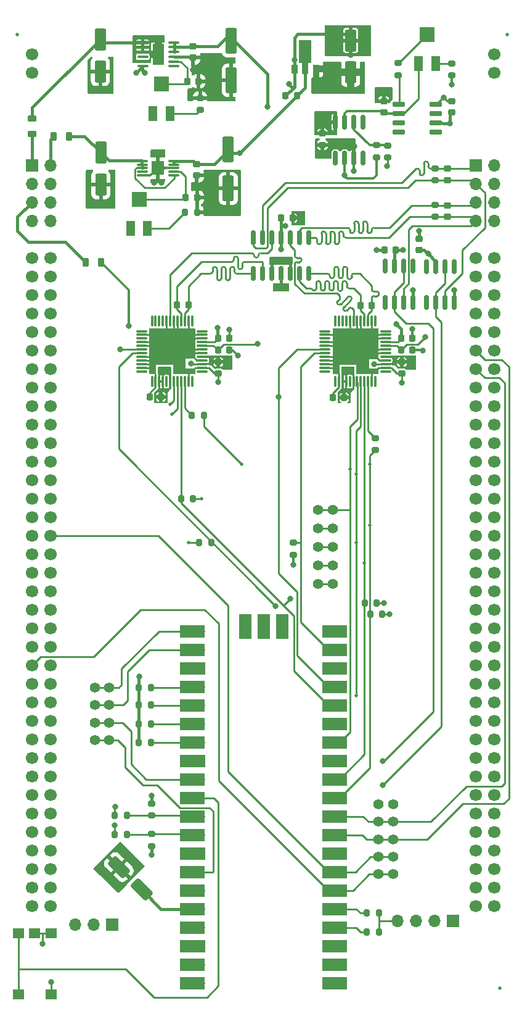
<source format=gbr>
%TF.GenerationSoftware,KiCad,Pcbnew,(6.0.7-1)-1*%
%TF.CreationDate,2022-08-23T13:00:42-05:00*%
%TF.ProjectId,NR1B-analog,4e523142-2d61-46e6-916c-6f672e6b6963,rev?*%
%TF.SameCoordinates,Original*%
%TF.FileFunction,Copper,L1,Top*%
%TF.FilePolarity,Positive*%
%FSLAX46Y46*%
G04 Gerber Fmt 4.6, Leading zero omitted, Abs format (unit mm)*
G04 Created by KiCad (PCBNEW (6.0.7-1)-1) date 2022-08-23 13:00:42*
%MOMM*%
%LPD*%
G01*
G04 APERTURE LIST*
G04 Aperture macros list*
%AMRoundRect*
0 Rectangle with rounded corners*
0 $1 Rounding radius*
0 $2 $3 $4 $5 $6 $7 $8 $9 X,Y pos of 4 corners*
0 Add a 4 corners polygon primitive as box body*
4,1,4,$2,$3,$4,$5,$6,$7,$8,$9,$2,$3,0*
0 Add four circle primitives for the rounded corners*
1,1,$1+$1,$2,$3*
1,1,$1+$1,$4,$5*
1,1,$1+$1,$6,$7*
1,1,$1+$1,$8,$9*
0 Add four rect primitives between the rounded corners*
20,1,$1+$1,$2,$3,$4,$5,0*
20,1,$1+$1,$4,$5,$6,$7,0*
20,1,$1+$1,$6,$7,$8,$9,0*
20,1,$1+$1,$8,$9,$2,$3,0*%
%AMFreePoly0*
4,1,9,3.862500,-0.866500,0.737500,-0.866500,0.737500,-0.450000,-0.737500,-0.450000,-0.737500,0.450000,0.737500,0.450000,0.737500,0.866500,3.862500,0.866500,3.862500,-0.866500,3.862500,-0.866500,$1*%
G04 Aperture macros list end*
%TA.AperFunction,ComponentPad*%
%ADD10C,1.400000*%
%TD*%
%TA.AperFunction,SMDPad,CuDef*%
%ADD11R,1.295400X2.006600*%
%TD*%
%TA.AperFunction,SMDPad,CuDef*%
%ADD12R,2.006600X2.006600*%
%TD*%
%TA.AperFunction,SMDPad,CuDef*%
%ADD13C,0.500000*%
%TD*%
%TA.AperFunction,SMDPad,CuDef*%
%ADD14RoundRect,0.200000X0.275000X-0.200000X0.275000X0.200000X-0.275000X0.200000X-0.275000X-0.200000X0*%
%TD*%
%TA.AperFunction,SMDPad,CuDef*%
%ADD15RoundRect,0.075000X-0.075000X0.662500X-0.075000X-0.662500X0.075000X-0.662500X0.075000X0.662500X0*%
%TD*%
%TA.AperFunction,SMDPad,CuDef*%
%ADD16RoundRect,0.075000X-0.662500X0.075000X-0.662500X-0.075000X0.662500X-0.075000X0.662500X0.075000X0*%
%TD*%
%TA.AperFunction,SMDPad,CuDef*%
%ADD17RoundRect,0.075000X-0.650000X-0.075000X0.650000X-0.075000X0.650000X0.075000X-0.650000X0.075000X0*%
%TD*%
%TA.AperFunction,SMDPad,CuDef*%
%ADD18R,1.680000X1.880000*%
%TD*%
%TA.AperFunction,SMDPad,CuDef*%
%ADD19RoundRect,0.200000X0.200000X0.275000X-0.200000X0.275000X-0.200000X-0.275000X0.200000X-0.275000X0*%
%TD*%
%TA.AperFunction,SMDPad,CuDef*%
%ADD20RoundRect,0.200000X-0.275000X0.200000X-0.275000X-0.200000X0.275000X-0.200000X0.275000X0.200000X0*%
%TD*%
%TA.AperFunction,SMDPad,CuDef*%
%ADD21RoundRect,0.150000X0.150000X-0.825000X0.150000X0.825000X-0.150000X0.825000X-0.150000X-0.825000X0*%
%TD*%
%TA.AperFunction,SMDPad,CuDef*%
%ADD22RoundRect,0.218750X-0.381250X0.218750X-0.381250X-0.218750X0.381250X-0.218750X0.381250X0.218750X0*%
%TD*%
%TA.AperFunction,SMDPad,CuDef*%
%ADD23RoundRect,0.225000X-0.250000X0.225000X-0.250000X-0.225000X0.250000X-0.225000X0.250000X0.225000X0*%
%TD*%
%TA.AperFunction,ComponentPad*%
%ADD24O,1.700000X1.700000*%
%TD*%
%TA.AperFunction,SMDPad,CuDef*%
%ADD25R,3.500000X1.700000*%
%TD*%
%TA.AperFunction,ComponentPad*%
%ADD26R,1.700000X1.700000*%
%TD*%
%TA.AperFunction,SMDPad,CuDef*%
%ADD27R,1.700000X3.500000*%
%TD*%
%TA.AperFunction,SMDPad,CuDef*%
%ADD28RoundRect,0.200000X-0.200000X-0.275000X0.200000X-0.275000X0.200000X0.275000X-0.200000X0.275000X0*%
%TD*%
%TA.AperFunction,SMDPad,CuDef*%
%ADD29RoundRect,0.225000X0.250000X-0.225000X0.250000X0.225000X-0.250000X0.225000X-0.250000X-0.225000X0*%
%TD*%
%TA.AperFunction,SMDPad,CuDef*%
%ADD30RoundRect,0.250000X-0.550000X1.250000X-0.550000X-1.250000X0.550000X-1.250000X0.550000X1.250000X0*%
%TD*%
%TA.AperFunction,SMDPad,CuDef*%
%ADD31RoundRect,0.150000X0.725000X0.150000X-0.725000X0.150000X-0.725000X-0.150000X0.725000X-0.150000X0*%
%TD*%
%TA.AperFunction,SMDPad,CuDef*%
%ADD32RoundRect,0.218750X0.218750X0.381250X-0.218750X0.381250X-0.218750X-0.381250X0.218750X-0.381250X0*%
%TD*%
%TA.AperFunction,SMDPad,CuDef*%
%ADD33RoundRect,0.150000X-0.150000X0.825000X-0.150000X-0.825000X0.150000X-0.825000X0.150000X0.825000X0*%
%TD*%
%TA.AperFunction,SMDPad,CuDef*%
%ADD34RoundRect,0.225000X0.225000X0.250000X-0.225000X0.250000X-0.225000X-0.250000X0.225000X-0.250000X0*%
%TD*%
%TA.AperFunction,SMDPad,CuDef*%
%ADD35RoundRect,0.250000X0.550000X-1.250000X0.550000X1.250000X-0.550000X1.250000X-0.550000X-1.250000X0*%
%TD*%
%TA.AperFunction,SMDPad,CuDef*%
%ADD36RoundRect,0.218750X-0.218750X-0.381250X0.218750X-0.381250X0.218750X0.381250X-0.218750X0.381250X0*%
%TD*%
%TA.AperFunction,ComponentPad*%
%ADD37C,1.700000*%
%TD*%
%TA.AperFunction,SMDPad,CuDef*%
%ADD38RoundRect,0.225000X-0.225000X-0.250000X0.225000X-0.250000X0.225000X0.250000X-0.225000X0.250000X0*%
%TD*%
%TA.AperFunction,SMDPad,CuDef*%
%ADD39RoundRect,0.250000X1.272792X-0.494975X-0.494975X1.272792X-1.272792X0.494975X0.494975X-1.272792X0*%
%TD*%
%TA.AperFunction,SMDPad,CuDef*%
%ADD40RoundRect,0.250000X-0.550000X1.500000X-0.550000X-1.500000X0.550000X-1.500000X0.550000X1.500000X0*%
%TD*%
%TA.AperFunction,SMDPad,CuDef*%
%ADD41R,0.900000X1.300000*%
%TD*%
%TA.AperFunction,SMDPad,CuDef*%
%ADD42FreePoly0,90.000000*%
%TD*%
%TA.AperFunction,SMDPad,CuDef*%
%ADD43RoundRect,0.100000X-0.625000X-0.100000X0.625000X-0.100000X0.625000X0.100000X-0.625000X0.100000X0*%
%TD*%
%TA.AperFunction,SMDPad,CuDef*%
%ADD44R,1.650000X2.850000*%
%TD*%
%TA.AperFunction,SMDPad,CuDef*%
%ADD45R,1.600200X1.397000*%
%TD*%
%TA.AperFunction,SMDPad,CuDef*%
%ADD46RoundRect,0.250000X0.550000X-1.500000X0.550000X1.500000X-0.550000X1.500000X-0.550000X-1.500000X0*%
%TD*%
%TA.AperFunction,ViaPad*%
%ADD47C,0.800000*%
%TD*%
%TA.AperFunction,ViaPad*%
%ADD48C,0.480000*%
%TD*%
%TA.AperFunction,Conductor*%
%ADD49C,0.220000*%
%TD*%
%TA.AperFunction,Conductor*%
%ADD50C,0.400000*%
%TD*%
%TA.AperFunction,Conductor*%
%ADD51C,0.300000*%
%TD*%
%TA.AperFunction,Conductor*%
%ADD52C,0.250000*%
%TD*%
G04 APERTURE END LIST*
D10*
%TO.P,TP3,1,1*%
%TO.N,Net-(TP3-Pad1)*%
X61400000Y-114700000D03*
X63400000Y-114700000D03*
%TD*%
D11*
%TO.P,U8,1,CCW*%
%TO.N,Net-(R2-Pad1)*%
X71720000Y-31110001D03*
D12*
%TO.P,U8,2,WIPER*%
%TO.N,Net-(C4-Pad2)*%
X70570000Y-27109999D03*
D11*
%TO.P,U8,3,CW*%
%TO.N,unconnected-(U8-Pad3)*%
X69420000Y-31110001D03*
%TD*%
D13*
%TO.P,FID1,*%
%TO.N,*%
X50770000Y-20350000D03*
%TD*%
D14*
%TO.P,R2,1*%
%TO.N,Net-(R2-Pad1)*%
X75870000Y-30675000D03*
%TO.P,R2,2*%
%TO.N,GND*%
X75870000Y-29025000D03*
%TD*%
D11*
%TO.P,U12,1,CCW*%
%TO.N,Net-(R1-Pad1)*%
X68650000Y-46930001D03*
D12*
%TO.P,U12,2,WIPER*%
%TO.N,Net-(C11-Pad1)*%
X67500000Y-42929999D03*
D11*
%TO.P,U12,3,CW*%
%TO.N,unconnected-(U12-Pad3)*%
X66350000Y-46930001D03*
%TD*%
D15*
%TO.P,U14,1,NC*%
%TO.N,unconnected-(U14-Pad1)*%
X74770000Y-59587500D03*
%TO.P,U14,2,AGND*%
%TO.N,GND*%
X74270000Y-59587500D03*
%TO.P,U14,3,REFPF*%
%TO.N,Net-(C36-Pad2)*%
X73770000Y-59587500D03*
%TO.P,U14,4,REFPS*%
%TO.N,Net-(C36-Pad1)*%
X73270000Y-59587500D03*
%TO.P,U14,5,REFNF*%
%TO.N,GND*%
X72770000Y-59587500D03*
%TO.P,U14,6,REFNS*%
X72270000Y-59587500D03*
%TO.P,U14,7,OUT*%
%TO.N,Net-(U14-Pad7)*%
X71770000Y-59587500D03*
%TO.P,U14,8,AGND-OUT*%
%TO.N,GND*%
X71270000Y-59587500D03*
%TO.P,U14,9,RFB*%
%TO.N,unconnected-(U14-Pad9)*%
X70770000Y-59587500D03*
%TO.P,U14,10,ROFS*%
%TO.N,unconnected-(U14-Pad10)*%
X70270000Y-59587500D03*
%TO.P,U14,11,RCM*%
%TO.N,unconnected-(U14-Pad11)*%
X69770000Y-59587500D03*
%TO.P,U14,12,NC*%
%TO.N,unconnected-(U14-Pad12)*%
X69270000Y-59587500D03*
D16*
%TO.P,U14,13,NC*%
%TO.N,unconnected-(U14-Pad13)*%
X67857500Y-61000000D03*
%TO.P,U14,14,AGND-TNH*%
%TO.N,GND*%
X67857500Y-61500000D03*
%TO.P,U14,15,NC*%
%TO.N,unconnected-(U14-Pad15)*%
X67857500Y-62000000D03*
%TO.P,U14,16,DGND*%
%TO.N,GND*%
X67857500Y-62500000D03*
%TO.P,U14,17,DGND*%
X67857500Y-63000000D03*
%TO.P,U14,18,LDAC*%
%TO.N,/MCU/LDAC*%
X67857500Y-63500000D03*
%TO.P,U14,19,ALARM*%
%TO.N,/MCU/ALARM_DAC1*%
X67857500Y-64000000D03*
%TO.P,U14,20,DGND*%
%TO.N,GND*%
X67857500Y-64500000D03*
%TO.P,U14,21,DGND*%
X67857500Y-65000000D03*
%TO.P,U14,22,DGND*%
X67857500Y-65500000D03*
%TO.P,U14,23,DGND*%
X67857500Y-66000000D03*
%TO.P,U14,24,NC*%
%TO.N,unconnected-(U14-Pad24)*%
X67857500Y-66500000D03*
D15*
%TO.P,U14,25,NC*%
%TO.N,unconnected-(U14-Pad25)*%
X69270000Y-67912500D03*
%TO.P,U14,26,DGND*%
%TO.N,GND*%
X69770000Y-67912500D03*
%TO.P,U14,27,DVDD*%
%TO.N,+3V3*%
X70270000Y-67912500D03*
%TO.P,U14,28,IOVDD*%
X70770000Y-67912500D03*
%TO.P,U14,29,NC*%
%TO.N,unconnected-(U14-Pad29)*%
X71270000Y-67912500D03*
%TO.P,U14,30,CLR*%
%TO.N,+3V3*%
X71770000Y-67912500D03*
%TO.P,U14,31,SCLK*%
%TO.N,/MCU/SCK_DAC*%
X72270000Y-67912500D03*
%TO.P,U14,32,SDIN*%
%TO.N,/MCU/MOSI_DAC*%
X72770000Y-67912500D03*
%TO.P,U14,33,SYNC*%
%TO.N,/MCU/CS_DAC1*%
X73270000Y-67912500D03*
%TO.P,U14,34,SDO*%
%TO.N,Net-(R19-Pad2)*%
X73770000Y-67912500D03*
%TO.P,U14,35,AGND*%
%TO.N,GND*%
X74270000Y-67912500D03*
%TO.P,U14,36,NC*%
%TO.N,unconnected-(U14-Pad36)*%
X74770000Y-67912500D03*
D16*
%TO.P,U14,37,NC*%
%TO.N,unconnected-(U14-Pad37)*%
X76182500Y-66500000D03*
%TO.P,U14,38,AGND*%
%TO.N,GND*%
X76182500Y-66000000D03*
%TO.P,U14,39,AVDD*%
%TO.N,+5V*%
X76182500Y-65500000D03*
%TO.P,U14,40,AGND*%
%TO.N,GND*%
X76182500Y-65000000D03*
%TO.P,U14,41,AVDD*%
%TO.N,+5V*%
X76182500Y-64500000D03*
%TO.P,U14,42,AGND*%
%TO.N,GND*%
X76182500Y-64000000D03*
%TO.P,U14,43,AGND*%
X76182500Y-63500000D03*
%TO.P,U14,44,VSS*%
%TO.N,-14Vreg*%
X76182500Y-63000000D03*
%TO.P,U14,45,VCC*%
%TO.N,+14Vreg*%
X76182500Y-62500000D03*
%TO.P,U14,46,AGND*%
%TO.N,GND*%
X76182500Y-62000000D03*
%TO.P,U14,47,AGND*%
X76182500Y-61500000D03*
%TO.P,U14,48,NC*%
%TO.N,unconnected-(U14-Pad48)*%
X76182500Y-61000000D03*
%TD*%
D17*
%TO.P,U10,1,IN*%
%TO.N,+15Vreg*%
X67960000Y-37640000D03*
%TO.P,U10,2,IN*%
X67960000Y-38140000D03*
%TO.P,U10,3,EN/UV*%
X67960000Y-38640000D03*
%TO.P,U10,4,PG*%
%TO.N,unconnected-(U10-Pad4)*%
X67960000Y-39140000D03*
%TO.P,U10,5,ILIM*%
%TO.N,GND*%
X67960000Y-39640000D03*
%TO.P,U10,6,PGFB*%
%TO.N,+15Vreg*%
X72260000Y-39640000D03*
%TO.P,U10,7,SET*%
%TO.N,Net-(C11-Pad1)*%
X72260000Y-39140000D03*
%TO.P,U10,8,GND*%
%TO.N,GND*%
X72260000Y-38640000D03*
%TO.P,U10,9,OUTS*%
%TO.N,+14Vreg*%
X72260000Y-38140000D03*
%TO.P,U10,10,OUT*%
X72260000Y-37640000D03*
D18*
%TO.P,U10,11,GND*%
%TO.N,GND*%
X70110000Y-38640000D03*
%TD*%
D10*
%TO.P,SCK_DAC1,1,1*%
%TO.N,/MCU/SCK_DAC*%
X92100000Y-85540000D03*
X94100000Y-85540000D03*
%TD*%
D19*
%TO.P,R17,1*%
%TO.N,+3V3*%
X74925000Y-84000000D03*
%TO.P,R17,2*%
%TO.N,/MCU/CS_DAC1*%
X73275000Y-84000000D03*
%TD*%
D20*
%TO.P,R7,1*%
%TO.N,Net-(R7-Pad1)*%
X101630000Y-35510000D03*
%TO.P,R7,2*%
%TO.N,GND*%
X101630000Y-37160000D03*
%TD*%
D21*
%TO.P,U6,1,NC*%
%TO.N,unconnected-(U6-Pad1)*%
X101330000Y-57050000D03*
%TO.P,U6,2,-*%
%TO.N,Net-(R11-Pad1)*%
X102600000Y-57050000D03*
%TO.P,U6,3,+*%
%TO.N,OUT_DRIVE0*%
X103870000Y-57050000D03*
%TO.P,U6,4,V-*%
%TO.N,GND*%
X105140000Y-57050000D03*
%TO.P,U6,5,NC*%
%TO.N,unconnected-(U6-Pad5)*%
X105140000Y-52100000D03*
%TO.P,U6,6*%
%TO.N,Net-(R11-Pad1)*%
X103870000Y-52100000D03*
%TO.P,U6,7,V+*%
%TO.N,+12Vref*%
X102600000Y-52100000D03*
%TO.P,U6,8,NC*%
%TO.N,unconnected-(U6-Pad8)*%
X101330000Y-52100000D03*
%TD*%
D10*
%TO.P,TP2,1,1*%
%TO.N,Net-(TP2-Pad1)*%
X63400000Y-112300000D03*
X61400000Y-112300000D03*
%TD*%
D22*
%TO.P,FB2,1*%
%TO.N,-15Vreg*%
X52820000Y-31847500D03*
%TO.P,FB2,2*%
%TO.N,Net-(FB2-Pad2)*%
X52820000Y-33972500D03*
%TD*%
D23*
%TO.P,C23,1*%
%TO.N,+5V*%
X103600000Y-65225000D03*
%TO.P,C23,2*%
%TO.N,GND*%
X103600000Y-66775000D03*
%TD*%
D10*
%TO.P,SCK_SYS1,1,1*%
%TO.N,/Interconnect/SCK*%
X100400000Y-130700000D03*
X102400000Y-130700000D03*
%TD*%
%TO.P,TP4,1,1*%
%TO.N,Net-(TP4-Pad1)*%
X63400000Y-117100000D03*
X61400000Y-117100000D03*
%TD*%
D24*
%TO.P,U5,1,GPIO0*%
%TO.N,/MCU/UART_TX*%
X93490000Y-150410000D03*
D25*
X94390000Y-150410000D03*
%TO.P,U5,2,GPIO1*%
%TO.N,/MCU/UART_RX*%
X94390000Y-147870000D03*
D24*
X93490000Y-147870000D03*
D25*
%TO.P,U5,3,GND*%
%TO.N,GND*%
X94390000Y-145330000D03*
D26*
X93490000Y-145330000D03*
D25*
%TO.P,U5,4,GPIO2*%
%TO.N,/Interconnect/ACK*%
X94390000Y-142790000D03*
D24*
X93490000Y-142790000D03*
D25*
%TO.P,U5,5,GPIO3*%
%TO.N,/Interconnect/ERROR*%
X94390000Y-140250000D03*
D24*
X93490000Y-140250000D03*
D25*
%TO.P,U5,6,GPIO4*%
%TO.N,/Interconnect/MOSI*%
X94390000Y-137710000D03*
D24*
X93490000Y-137710000D03*
%TO.P,U5,7,GPIO5*%
%TO.N,/Interconnect/NSS*%
X93490000Y-135170000D03*
D25*
X94390000Y-135170000D03*
D26*
%TO.P,U5,8,GND*%
%TO.N,GND*%
X93490000Y-132630000D03*
D25*
X94390000Y-132630000D03*
D24*
%TO.P,U5,9,GPIO6*%
%TO.N,/Interconnect/SCK*%
X93490000Y-130090000D03*
D25*
X94390000Y-130090000D03*
%TO.P,U5,10,GPIO7*%
%TO.N,/Interconnect/MISO*%
X94390000Y-127550000D03*
D24*
X93490000Y-127550000D03*
%TO.P,U5,11,GPIO8*%
%TO.N,/MCU/MISO_DAC*%
X93490000Y-125010000D03*
D25*
X94390000Y-125010000D03*
%TO.P,U5,12,GPIO9*%
%TO.N,/MCU/CS_DAC0*%
X94390000Y-122470000D03*
D24*
X93490000Y-122470000D03*
D26*
%TO.P,U5,13,GND*%
%TO.N,GND*%
X93490000Y-119930000D03*
D25*
X94390000Y-119930000D03*
D24*
%TO.P,U5,14,GPIO10*%
%TO.N,/MCU/SCK_DAC*%
X93490000Y-117390000D03*
D25*
X94390000Y-117390000D03*
%TO.P,U5,15,GPIO11*%
%TO.N,/MCU/MOSI_DAC*%
X94390000Y-114850000D03*
D24*
X93490000Y-114850000D03*
%TO.P,U5,16,GPIO12*%
%TO.N,/MCU/CS_DAC1*%
X93490000Y-112310000D03*
D25*
X94390000Y-112310000D03*
%TO.P,U5,17,GPIO13*%
%TO.N,/MCU/LDAC*%
X94390000Y-109770000D03*
D24*
X93490000Y-109770000D03*
D25*
%TO.P,U5,18,GND*%
%TO.N,GND*%
X94390000Y-107230000D03*
D26*
X93490000Y-107230000D03*
D25*
%TO.P,U5,19,GPIO14*%
%TO.N,/MCU/ALARM_DAC0*%
X94390000Y-104690000D03*
D24*
X93490000Y-104690000D03*
D25*
%TO.P,U5,20,GPIO15*%
%TO.N,/MCU/ALARM_DAC1*%
X94390000Y-102150000D03*
D24*
X93490000Y-102150000D03*
%TO.P,U5,21,GPIO16*%
%TO.N,Net-(TP1-Pad1)*%
X75710000Y-102150000D03*
D25*
X74810000Y-102150000D03*
%TO.P,U5,22,GPIO17*%
%TO.N,Net-(TP2-Pad1)*%
X74810000Y-104690000D03*
D24*
X75710000Y-104690000D03*
D26*
%TO.P,U5,23,GND*%
%TO.N,GND*%
X75710000Y-107230000D03*
D25*
X74810000Y-107230000D03*
%TO.P,U5,24,GPIO18*%
%TO.N,Net-(R25-Pad1)*%
X74810000Y-109770000D03*
D24*
X75710000Y-109770000D03*
%TO.P,U5,25,GPIO19*%
%TO.N,Net-(R24-Pad1)*%
X75710000Y-112310000D03*
D25*
X74810000Y-112310000D03*
%TO.P,U5,26,GPIO20*%
%TO.N,Net-(R23-Pad1)*%
X74810000Y-114850000D03*
D24*
X75710000Y-114850000D03*
%TO.P,U5,27,GPIO21*%
%TO.N,Net-(R22-Pad1)*%
X75710000Y-117390000D03*
D25*
X74810000Y-117390000D03*
%TO.P,U5,28,GND*%
%TO.N,GND*%
X74810000Y-119930000D03*
D26*
X75710000Y-119930000D03*
D25*
%TO.P,U5,29,GPIO22*%
%TO.N,Net-(TP3-Pad1)*%
X74810000Y-122470000D03*
D24*
X75710000Y-122470000D03*
%TO.P,U5,30,RUN*%
%TO.N,Net-(SW1-Pad1)*%
X75710000Y-125010000D03*
D25*
X74810000Y-125010000D03*
%TO.P,U5,31,GPIO26_ADC0*%
%TO.N,/MCU/DAC0_READ*%
X74810000Y-127550000D03*
D24*
X75710000Y-127550000D03*
D25*
%TO.P,U5,32,GPIO27_ADC1*%
%TO.N,/MCU/DAC1_READ*%
X74810000Y-130090000D03*
D24*
X75710000Y-130090000D03*
D25*
%TO.P,U5,33,AGND*%
%TO.N,GND*%
X74810000Y-132630000D03*
D26*
X75710000Y-132630000D03*
D25*
%TO.P,U5,34,GPIO28_ADC2*%
%TO.N,Net-(TP4-Pad1)*%
X74810000Y-135170000D03*
D24*
X75710000Y-135170000D03*
%TO.P,U5,35,ADC_VREF*%
%TO.N,unconnected-(U5-Pad35)*%
X75710000Y-137710000D03*
D25*
X74810000Y-137710000D03*
D24*
%TO.P,U5,36,3V3*%
%TO.N,+3V3*%
X75710000Y-140250000D03*
D25*
X74810000Y-140250000D03*
D24*
%TO.P,U5,37,3V3_EN*%
%TO.N,unconnected-(U5-Pad37)*%
X75710000Y-142790000D03*
D25*
X74810000Y-142790000D03*
D26*
%TO.P,U5,38,GND*%
%TO.N,GND*%
X75710000Y-145330000D03*
D25*
X74810000Y-145330000D03*
D24*
%TO.P,U5,39,VSYS*%
%TO.N,unconnected-(U5-Pad39)*%
X75710000Y-147870000D03*
D25*
X74810000Y-147870000D03*
D24*
%TO.P,U5,40,VBUS*%
%TO.N,unconnected-(U5-Pad40)*%
X75710000Y-150410000D03*
D25*
X74810000Y-150410000D03*
D27*
%TO.P,U5,41,SWCLK*%
%TO.N,Net-(J3-Pad1)*%
X87140000Y-101480000D03*
D24*
X87140000Y-102380000D03*
D27*
%TO.P,U5,42,GND*%
%TO.N,GND*%
X84600000Y-101480000D03*
D26*
X84600000Y-102380000D03*
D27*
%TO.P,U5,43,SWDIO*%
%TO.N,Net-(J3-Pad3)*%
X82060000Y-101480000D03*
D24*
X82060000Y-102380000D03*
%TD*%
D19*
%TO.P,R12,1*%
%TO.N,/MCU/DAC1_READ*%
X65825000Y-130000000D03*
%TO.P,R12,2*%
%TO.N,Net-(R12-Pad2)*%
X64175000Y-130000000D03*
%TD*%
D28*
%TO.P,R21,1*%
%TO.N,/Interconnect/ERROR*%
X98775000Y-140800000D03*
%TO.P,R21,2*%
%TO.N,+3V3*%
X100425000Y-140800000D03*
%TD*%
D13*
%TO.P,FID3,*%
%TO.N,*%
X117100000Y-151110000D03*
%TD*%
D14*
%TO.P,R9,1*%
%TO.N,OUT_DRIVE0*%
X108200000Y-45325000D03*
%TO.P,R9,2*%
%TO.N,OUT_SENSE0*%
X108200000Y-43675000D03*
%TD*%
D29*
%TO.P,C17,1*%
%TO.N,OUT_DRIVE0*%
X109850000Y-45275000D03*
%TO.P,C17,2*%
%TO.N,OUT_SENSE0*%
X109850000Y-43725000D03*
%TD*%
D10*
%TO.P,MISO_SYS1,1,1*%
%TO.N,/Interconnect/MISO*%
X102400000Y-128300000D03*
X100400000Y-128300000D03*
%TD*%
D11*
%TO.P,U9,1,CCW*%
%TO.N,Net-(R3-Pad2)*%
X108220600Y-24320716D03*
D12*
%TO.P,U9,2,WIPER*%
%TO.N,Net-(R4-Pad2)*%
X107070600Y-20320714D03*
D11*
%TO.P,U9,3,CW*%
%TO.N,Net-(C8-Pad1)*%
X105920600Y-24320716D03*
%TD*%
D10*
%TO.P,MISO_DAC1,1,1*%
%TO.N,/MCU/MISO_DAC*%
X94100000Y-88080000D03*
X92100000Y-88080000D03*
%TD*%
%TO.P,MOSI_SYS1,1,1*%
%TO.N,/Interconnect/MOSI*%
X100400000Y-135500000D03*
X102400000Y-135500000D03*
%TD*%
D26*
%TO.P,J1,1,Pin_1*%
%TO.N,OUT_SENSE1*%
X113766600Y-38227000D03*
D24*
%TO.P,J1,2,Pin_2*%
%TO.N,unconnected-(J1-Pad2)*%
X116306600Y-38227000D03*
%TO.P,J1,3,Pin_3*%
%TO.N,OUT_DRIVE1*%
X113766600Y-40767000D03*
%TO.P,J1,4,Pin_4*%
%TO.N,unconnected-(J1-Pad4)*%
X116306600Y-40767000D03*
%TO.P,J1,5,Pin_5*%
%TO.N,OUT_SENSE0*%
X113766600Y-43307000D03*
%TO.P,J1,6,Pin_6*%
%TO.N,unconnected-(J1-Pad6)*%
X116306600Y-43307000D03*
%TO.P,J1,7,Pin_7*%
%TO.N,OUT_DRIVE0*%
X113766600Y-45847000D03*
%TO.P,J1,8,Pin_8*%
%TO.N,unconnected-(J1-Pad8)*%
X116306600Y-45847000D03*
%TD*%
D26*
%TO.P,J8,1,Pin_1*%
%TO.N,GND*%
X110610000Y-141925000D03*
D24*
%TO.P,J8,2,Pin_2*%
%TO.N,/MCU/UART_TX*%
X108070000Y-141925000D03*
%TO.P,J8,3,Pin_3*%
%TO.N,/MCU/UART_RX*%
X105530000Y-141925000D03*
%TO.P,J8,4,Pin_4*%
%TO.N,+3V3*%
X102990000Y-141925000D03*
%TD*%
D26*
%TO.P,J3,1,Pin_1*%
%TO.N,Net-(J3-Pad1)*%
X63825000Y-142405000D03*
D24*
%TO.P,J3,2,Pin_2*%
%TO.N,GND*%
X61285000Y-142405000D03*
%TO.P,J3,3,Pin_3*%
%TO.N,Net-(J3-Pad3)*%
X58745000Y-142405000D03*
%TD*%
D30*
%TO.P,C7,1*%
%TO.N,+15Vreg*%
X62240000Y-36490000D03*
%TO.P,C7,2*%
%TO.N,GND*%
X62240000Y-40890000D03*
%TD*%
D31*
%TO.P,U2,1,TP*%
%TO.N,unconnected-(U2-Pad1)*%
X108285000Y-33695000D03*
%TO.P,U2,2,VIN*%
%TO.N,+12Vref*%
X108285000Y-32425000D03*
%TO.P,U2,3,NC*%
%TO.N,unconnected-(U2-Pad3)*%
X108285000Y-31155000D03*
%TO.P,U2,4,GND*%
%TO.N,GND*%
X108285000Y-29885000D03*
%TO.P,U2,5,TRIM*%
%TO.N,Net-(R4-Pad1)*%
X103135000Y-29885000D03*
%TO.P,U2,6,VOUT*%
%TO.N,Net-(C8-Pad1)*%
X103135000Y-31155000D03*
%TO.P,U2,7,NC*%
%TO.N,unconnected-(U2-Pad7)*%
X103135000Y-32425000D03*
%TO.P,U2,8,TP*%
%TO.N,unconnected-(U2-Pad8)*%
X103135000Y-33695000D03*
%TD*%
D19*
%TO.P,R14,1*%
%TO.N,+3V3*%
X100900000Y-99800000D03*
%TO.P,R14,2*%
%TO.N,/MCU/MISO_DAC*%
X99250000Y-99800000D03*
%TD*%
D32*
%TO.P,FB1,1*%
%TO.N,+5V*%
X62276500Y-51562000D03*
%TO.P,FB1,2*%
%TO.N,Net-(FB1-Pad2)*%
X60151500Y-51562000D03*
%TD*%
D33*
%TO.P,U3,1*%
%TO.N,N/C*%
X98295000Y-32315000D03*
%TO.P,U3,2,-IN*%
%TO.N,Net-(R7-Pad1)*%
X97025000Y-32315000D03*
%TO.P,U3,3,+IN*%
%TO.N,Net-(C8-Pad1)*%
X95755000Y-32315000D03*
%TO.P,U3,4,V-*%
%TO.N,GND*%
X94485000Y-32315000D03*
%TO.P,U3,5*%
%TO.N,N/C*%
X94485000Y-37265000D03*
%TO.P,U3,6,OUT*%
%TO.N,REF_OUT*%
X95755000Y-37265000D03*
%TO.P,U3,7,V+*%
%TO.N,+12Vref*%
X97025000Y-37265000D03*
%TO.P,U3,8*%
%TO.N,N/C*%
X98295000Y-37265000D03*
%TD*%
D20*
%TO.P,R18,1*%
%TO.N,Net-(R18-Pad1)*%
X99950000Y-75645000D03*
%TO.P,R18,2*%
%TO.N,/MCU/MISO_DAC*%
X99950000Y-77295000D03*
%TD*%
D34*
%TO.P,C38,1*%
%TO.N,GND*%
X79875000Y-62000000D03*
%TO.P,C38,2*%
%TO.N,+14Vreg*%
X78325000Y-62000000D03*
%TD*%
D35*
%TO.P,C2,1*%
%TO.N,GND*%
X62180000Y-25370000D03*
%TO.P,C2,2*%
%TO.N,-15Vreg*%
X62180000Y-20970000D03*
%TD*%
D19*
%TO.P,R20,1*%
%TO.N,+3V3*%
X100425000Y-143400000D03*
%TO.P,R20,2*%
%TO.N,/Interconnect/ACK*%
X98775000Y-143400000D03*
%TD*%
%TO.P,R22,1*%
%TO.N,Net-(R22-Pad1)*%
X69125000Y-117400000D03*
%TO.P,R22,2*%
%TO.N,GND*%
X67475000Y-117400000D03*
%TD*%
D36*
%TO.P,FB3,1*%
%TO.N,Net-(FB3-Pad1)*%
X55747500Y-34280000D03*
%TO.P,FB3,2*%
%TO.N,+15Vreg*%
X57872500Y-34280000D03*
%TD*%
D37*
%TO.P,X1,1,PC10*%
%TO.N,unconnected-(X1-Pad1)*%
X52806600Y-50927000D03*
%TO.P,X1,2,PC11*%
%TO.N,unconnected-(X1-Pad2)*%
X55346600Y-50927000D03*
%TO.P,X1,3,PC12*%
%TO.N,unconnected-(X1-Pad3)*%
X52806600Y-53467000D03*
%TO.P,X1,4,PD2*%
%TO.N,unconnected-(X1-Pad4)*%
X55346600Y-53467000D03*
%TO.P,X1,5,VDD*%
%TO.N,unconnected-(X1-Pad5)*%
X52806600Y-56007000D03*
%TO.P,X1,6,E5V*%
%TO.N,unconnected-(X1-Pad6)*%
X55346600Y-56007000D03*
%TO.P,X1,7,~{BOOT0}*%
%TO.N,unconnected-(X1-Pad7)*%
X52806600Y-58547000D03*
%TO.P,X1,8,GND*%
%TO.N,GND*%
X55346600Y-58547000D03*
%TO.P,X1,9,PF6*%
%TO.N,unconnected-(X1-Pad9)*%
X52806600Y-61087000D03*
%TO.P,X1,10,NC*%
%TO.N,unconnected-(X1-Pad10)*%
X55346600Y-61087000D03*
%TO.P,X1,11,PF7*%
%TO.N,unconnected-(X1-Pad11)*%
X52806600Y-63627000D03*
%TO.P,X1,12,IOREF*%
%TO.N,unconnected-(X1-Pad12)*%
X55346600Y-63627000D03*
%TO.P,X1,13,TMS/PA13*%
%TO.N,unconnected-(X1-Pad13)*%
X52806600Y-66167000D03*
%TO.P,X1,14,~{RST}*%
%TO.N,unconnected-(X1-Pad14)*%
X55346600Y-66167000D03*
%TO.P,X1,15,TCK/PA14*%
%TO.N,unconnected-(X1-Pad15)*%
X52806600Y-68707000D03*
%TO.P,X1,16,+3V3*%
%TO.N,+3V3*%
X55346600Y-68707000D03*
%TO.P,X1,17,PA15*%
%TO.N,unconnected-(X1-Pad17)*%
X52806600Y-71247000D03*
%TO.P,X1,18,+5V*%
%TO.N,unconnected-(X1-Pad18)*%
X55346600Y-71247000D03*
%TO.P,X1,19,GND*%
%TO.N,GND*%
X52806600Y-73787000D03*
%TO.P,X1,20,GND*%
X55346600Y-73787000D03*
%TO.P,X1,21,LD2/PB7*%
%TO.N,unconnected-(X1-Pad21)*%
X52806600Y-76327000D03*
%TO.P,X1,22,GND*%
%TO.N,GND*%
X55346600Y-76327000D03*
%TO.P,X1,23,BT/PC13*%
%TO.N,unconnected-(X1-Pad23)*%
X52806600Y-78867000D03*
%TO.P,X1,24,VIN*%
%TO.N,unconnected-(X1-Pad24)*%
X55346600Y-78867000D03*
%TO.P,X1,25,RTC_CRYSTAL/PC14*%
%TO.N,unconnected-(X1-Pad25)*%
X52806600Y-81407000D03*
%TO.P,X1,26,NC*%
%TO.N,unconnected-(X1-Pad26)*%
X55346600Y-81407000D03*
%TO.P,X1,27,RTC_CRYSTAL/PC15*%
%TO.N,unconnected-(X1-Pad27)*%
X52806600Y-83947000D03*
%TO.P,X1,28,ETH_REF_CLK/PA0*%
%TO.N,unconnected-(X1-Pad28)*%
X55346600Y-83947000D03*
%TO.P,X1,29,PH0*%
%TO.N,unconnected-(X1-Pad29)*%
X52806600Y-86487000D03*
%TO.P,X1,30,ETH_MDIO/PA1*%
%TO.N,unconnected-(X1-Pad30)*%
X55346600Y-86487000D03*
%TO.P,X1,31,PH1*%
%TO.N,unconnected-(X1-Pad31)*%
X52806600Y-89027000D03*
%TO.P,X1,32,PA4*%
%TO.N,/Interconnect/NSS*%
X55346600Y-89027000D03*
%TO.P,X1,33,VBAT*%
%TO.N,unconnected-(X1-Pad33)*%
X52806600Y-91567000D03*
%TO.P,X1,34,PB0*%
%TO.N,unconnected-(X1-Pad34)*%
X55346600Y-91567000D03*
%TO.P,X1,35,PC2*%
%TO.N,unconnected-(X1-Pad35)*%
X52806600Y-94107000D03*
%TO.P,X1,36,ETH_MDC/PC1*%
%TO.N,unconnected-(X1-Pad36)*%
X55346600Y-94107000D03*
%TO.P,X1,37,PC3*%
%TO.N,unconnected-(X1-Pad37)*%
X52806600Y-96647000D03*
%TO.P,X1,38,PC0*%
%TO.N,unconnected-(X1-Pad38)*%
X55346600Y-96647000D03*
%TO.P,X1,39,PD4*%
%TO.N,unconnected-(X1-Pad39)*%
X52806600Y-99187000D03*
%TO.P,X1,40,PD3*%
%TO.N,unconnected-(X1-Pad40)*%
X55346600Y-99187000D03*
%TO.P,X1,41,PD5*%
%TO.N,unconnected-(X1-Pad41)*%
X52806600Y-101727000D03*
%TO.P,X1,42,PG2*%
%TO.N,unconnected-(X1-Pad42)*%
X55346600Y-101727000D03*
%TO.P,X1,43,PD6*%
%TO.N,unconnected-(X1-Pad43)*%
X52806600Y-104267000D03*
%TO.P,X1,44,PG3*%
%TO.N,unconnected-(X1-Pad44)*%
X55346600Y-104267000D03*
%TO.P,X1,45,PD7*%
%TO.N,/Interconnect/MOSI*%
X52806600Y-106807000D03*
%TO.P,X1,46,PE2*%
%TO.N,unconnected-(X1-Pad46)*%
X55346600Y-106807000D03*
%TO.P,X1,47,PE3*%
%TO.N,unconnected-(X1-Pad47)*%
X52806600Y-109347000D03*
%TO.P,X1,48,PE4*%
%TO.N,unconnected-(X1-Pad48)*%
X55346600Y-109347000D03*
%TO.P,X1,49,GND*%
%TO.N,GND*%
X52806600Y-111887000D03*
%TO.P,X1,50,PE5*%
%TO.N,unconnected-(X1-Pad50)*%
X55346600Y-111887000D03*
%TO.P,X1,51,PF1*%
%TO.N,unconnected-(X1-Pad51)*%
X52806600Y-114427000D03*
%TO.P,X1,52,PF2*%
%TO.N,unconnected-(X1-Pad52)*%
X55346600Y-114427000D03*
%TO.P,X1,53,PF0*%
%TO.N,unconnected-(X1-Pad53)*%
X52806600Y-116967000D03*
%TO.P,X1,54,PF8*%
%TO.N,unconnected-(X1-Pad54)*%
X55346600Y-116967000D03*
%TO.P,X1,55,PD1*%
%TO.N,unconnected-(X1-Pad55)*%
X52806600Y-119507000D03*
%TO.P,X1,56,PF9*%
%TO.N,unconnected-(X1-Pad56)*%
X55346600Y-119507000D03*
%TO.P,X1,57,PD0*%
%TO.N,unconnected-(X1-Pad57)*%
X52806600Y-122047000D03*
%TO.P,X1,58,PG1*%
%TO.N,unconnected-(X1-Pad58)*%
X55346600Y-122047000D03*
%TO.P,X1,59,PG0*%
%TO.N,unconnected-(X1-Pad59)*%
X52806600Y-124587000D03*
%TO.P,X1,60,GND*%
%TO.N,GND*%
X55346600Y-124587000D03*
%TO.P,X1,61,PE1*%
%TO.N,unconnected-(X1-Pad61)*%
X52806600Y-127127000D03*
%TO.P,X1,62,PE6*%
%TO.N,unconnected-(X1-Pad62)*%
X55346600Y-127127000D03*
%TO.P,X1,63,PG9*%
%TO.N,unconnected-(X1-Pad63)*%
X52806600Y-129667000D03*
%TO.P,X1,64,PG15*%
%TO.N,unconnected-(X1-Pad64)*%
X55346600Y-129667000D03*
%TO.P,X1,65,PG12*%
%TO.N,unconnected-(X1-Pad65)*%
X52806600Y-132207000D03*
%TO.P,X1,66,PG10*%
%TO.N,unconnected-(X1-Pad66)*%
X55346600Y-132207000D03*
%TO.P,X1,67,NC*%
%TO.N,unconnected-(X1-Pad67)*%
X52806600Y-134747000D03*
%TO.P,X1,68,PG13/ETH_TXD0*%
%TO.N,unconnected-(X1-Pad68)*%
X55346600Y-134747000D03*
%TO.P,X1,69,STLINK_RX/PD9*%
%TO.N,unconnected-(X1-Pad69)*%
X52806600Y-137287000D03*
%TO.P,X1,70,PG11/ETH_TX_EN*%
%TO.N,unconnected-(X1-Pad70)*%
X55346600Y-137287000D03*
%TO.P,X1,71,GND*%
%TO.N,GND*%
X52806600Y-139827000D03*
%TO.P,X1,72,GND*%
X55346600Y-139827000D03*
%TO.P,X1,73,PC9*%
%TO.N,unconnected-(X1-Pad73)*%
X113766600Y-50927000D03*
%TO.P,X1,74,PC8*%
%TO.N,unconnected-(X1-Pad74)*%
X116306600Y-50927000D03*
%TO.P,X1,75,PB8*%
%TO.N,unconnected-(X1-Pad75)*%
X113766600Y-53467000D03*
%TO.P,X1,76,PC6*%
%TO.N,unconnected-(X1-Pad76)*%
X116306600Y-53467000D03*
%TO.P,X1,77,PB9*%
%TO.N,unconnected-(X1-Pad77)*%
X113766600Y-56007000D03*
%TO.P,X1,78,ETH_RXD1/PC5*%
%TO.N,unconnected-(X1-Pad78)*%
X116306600Y-56007000D03*
%TO.P,X1,79,AVDD*%
%TO.N,unconnected-(X1-Pad79)*%
X113766600Y-58547000D03*
%TO.P,X1,80,U5V*%
%TO.N,unconnected-(X1-Pad80)*%
X116306600Y-58547000D03*
%TO.P,X1,81,GND*%
%TO.N,GND*%
X113766600Y-61087000D03*
%TO.P,X1,82,STLINK_TX/PD8*%
%TO.N,unconnected-(X1-Pad82)*%
X116306600Y-61087000D03*
%TO.P,X1,83,PA5*%
%TO.N,/Interconnect/SCK*%
X113766600Y-63627000D03*
%TO.P,X1,84,USB_DP/PA12*%
%TO.N,unconnected-(X1-Pad84)*%
X116306600Y-63627000D03*
%TO.P,X1,85,PA6*%
%TO.N,/Interconnect/MISO*%
X113766600Y-66167000D03*
%TO.P,X1,86,USB_DM/PA11*%
%TO.N,unconnected-(X1-Pad86)*%
X116306600Y-66167000D03*
%TO.P,X1,87,ETH_CRS_DV/PA7*%
%TO.N,unconnected-(X1-Pad87)*%
X113766600Y-68707000D03*
%TO.P,X1,88,PB12*%
%TO.N,unconnected-(X1-Pad88)*%
X116306600Y-68707000D03*
%TO.P,X1,89,PB6*%
%TO.N,unconnected-(X1-Pad89)*%
X113766600Y-71247000D03*
%TO.P,X1,90,PB11*%
%TO.N,unconnected-(X1-Pad90)*%
X116306600Y-71247000D03*
%TO.P,X1,91,PC7*%
%TO.N,unconnected-(X1-Pad91)*%
X113766600Y-73787000D03*
%TO.P,X1,92,GND*%
%TO.N,GND*%
X116306600Y-73787000D03*
%TO.P,X1,93,USB_VBUS/PA9*%
%TO.N,unconnected-(X1-Pad93)*%
X113766600Y-76327000D03*
%TO.P,X1,94,PB2*%
%TO.N,unconnected-(X1-Pad94)*%
X116306600Y-76327000D03*
%TO.P,X1,95,USB_SOF/PA8*%
%TO.N,unconnected-(X1-Pad95)*%
X113766600Y-78867000D03*
%TO.P,X1,96,PB1*%
%TO.N,unconnected-(X1-Pad96)*%
X116306600Y-78867000D03*
%TO.P,X1,97,PB10*%
%TO.N,unconnected-(X1-Pad97)*%
X113766600Y-81407000D03*
%TO.P,X1,98,PB15*%
%TO.N,unconnected-(X1-Pad98)*%
X116306600Y-81407000D03*
%TO.P,X1,99,PB4*%
%TO.N,unconnected-(X1-Pad99)*%
X113766600Y-83947000D03*
%TO.P,X1,100,LD3/PB14*%
%TO.N,unconnected-(X1-Pad100)*%
X116306600Y-83947000D03*
%TO.P,X1,101,PB5*%
%TO.N,unconnected-(X1-Pad101)*%
X113766600Y-86487000D03*
%TO.P,X1,102,ETH_TXD1/PB13*%
%TO.N,unconnected-(X1-Pad102)*%
X116306600Y-86487000D03*
%TO.P,X1,103,SWO/PB3*%
%TO.N,unconnected-(X1-Pad103)*%
X113766600Y-89027000D03*
%TO.P,X1,104,AGND*%
%TO.N,unconnected-(X1-Pad104)*%
X116306600Y-89027000D03*
%TO.P,X1,105,USB_ID/PA10*%
%TO.N,unconnected-(X1-Pad105)*%
X113766600Y-91567000D03*
%TO.P,X1,106,ETH_RXD0/PC4*%
%TO.N,unconnected-(X1-Pad106)*%
X116306600Y-91567000D03*
%TO.P,X1,107,PA2*%
%TO.N,unconnected-(X1-Pad107)*%
X113766600Y-94107000D03*
%TO.P,X1,108,PF5*%
%TO.N,unconnected-(X1-Pad108)*%
X116306600Y-94107000D03*
%TO.P,X1,109,PA3*%
%TO.N,unconnected-(X1-Pad109)*%
X113766600Y-96647000D03*
%TO.P,X1,110,PF4*%
%TO.N,unconnected-(X1-Pad110)*%
X116306600Y-96647000D03*
%TO.P,X1,111,GND*%
%TO.N,GND*%
X113766600Y-99187000D03*
%TO.P,X1,112,PE8*%
%TO.N,unconnected-(X1-Pad112)*%
X116306600Y-99187000D03*
%TO.P,X1,113,PD13*%
%TO.N,unconnected-(X1-Pad113)*%
X113766600Y-101727000D03*
%TO.P,X1,114,PF10*%
%TO.N,unconnected-(X1-Pad114)*%
X116306600Y-101727000D03*
%TO.P,X1,115,PD12*%
%TO.N,unconnected-(X1-Pad115)*%
X113766600Y-104267000D03*
%TO.P,X1,116,PE7*%
%TO.N,unconnected-(X1-Pad116)*%
X116306600Y-104267000D03*
%TO.P,X1,117,PD11*%
%TO.N,unconnected-(X1-Pad117)*%
X113766600Y-106807000D03*
%TO.P,X1,118,PD14*%
%TO.N,unconnected-(X1-Pad118)*%
X116306600Y-106807000D03*
%TO.P,X1,119,PE10*%
%TO.N,unconnected-(X1-Pad119)*%
X113766600Y-109347000D03*
%TO.P,X1,120,PD15*%
%TO.N,unconnected-(X1-Pad120)*%
X116306600Y-109347000D03*
%TO.P,X1,121,PE12*%
%TO.N,unconnected-(X1-Pad121)*%
X113766600Y-111887000D03*
%TO.P,X1,122,PF14*%
%TO.N,unconnected-(X1-Pad122)*%
X116306600Y-111887000D03*
%TO.P,X1,123,PE14*%
%TO.N,unconnected-(X1-Pad123)*%
X113766600Y-114427000D03*
%TO.P,X1,124,PE9*%
%TO.N,unconnected-(X1-Pad124)*%
X116306600Y-114427000D03*
%TO.P,X1,125,PE15*%
%TO.N,unconnected-(X1-Pad125)*%
X113766600Y-116967000D03*
%TO.P,X1,126,GND*%
%TO.N,GND*%
X116306600Y-116967000D03*
%TO.P,X1,127,PE13*%
%TO.N,unconnected-(X1-Pad127)*%
X113766600Y-119507000D03*
%TO.P,X1,128,PE11*%
%TO.N,unconnected-(X1-Pad128)*%
X116306600Y-119507000D03*
%TO.P,X1,129,PF13*%
%TO.N,unconnected-(X1-Pad129)*%
X113766600Y-122047000D03*
%TO.P,X1,130,PF3*%
%TO.N,unconnected-(X1-Pad130)*%
X116306600Y-122047000D03*
%TO.P,X1,131,PF12*%
%TO.N,unconnected-(X1-Pad131)*%
X113766600Y-124587000D03*
%TO.P,X1,132,PF15*%
%TO.N,unconnected-(X1-Pad132)*%
X116306600Y-124587000D03*
%TO.P,X1,133,PG14*%
%TO.N,/Interconnect/ERROR*%
X113766600Y-127127000D03*
%TO.P,X1,134,PF11*%
%TO.N,unconnected-(X1-Pad134)*%
X116306600Y-127127000D03*
%TO.P,X1,135,GND*%
%TO.N,GND*%
X113766600Y-129667000D03*
%TO.P,X1,136,PE0*%
%TO.N,unconnected-(X1-Pad136)*%
X116306600Y-129667000D03*
%TO.P,X1,137,PD10*%
%TO.N,unconnected-(X1-Pad137)*%
X113766600Y-132207000D03*
%TO.P,X1,138,PG8*%
%TO.N,/Interconnect/ACK*%
X116306600Y-132207000D03*
%TO.P,X1,139,PG7/USB_GPIO_IN*%
%TO.N,unconnected-(X1-Pad139)*%
X113766600Y-134747000D03*
%TO.P,X1,140,PG5*%
%TO.N,unconnected-(X1-Pad140)*%
X116306600Y-134747000D03*
%TO.P,X1,141,PG4*%
%TO.N,unconnected-(X1-Pad141)*%
X113766600Y-137287000D03*
%TO.P,X1,142,PG6/USB_GPIO_OUT*%
%TO.N,unconnected-(X1-Pad142)*%
X116306600Y-137287000D03*
%TO.P,X1,143,GND*%
%TO.N,GND*%
X113766600Y-139827000D03*
%TO.P,X1,144,GND*%
X116306600Y-139827000D03*
%TO.P,X1,145*%
%TO.N,N/C*%
X52806600Y-22987000D03*
%TO.P,X1,146*%
X52806600Y-25527000D03*
%TO.P,X1,147*%
X116306600Y-22987000D03*
%TO.P,X1,148*%
X116306600Y-25527000D03*
%TD*%
D14*
%TO.P,R3,1*%
%TO.N,GND*%
X110490000Y-25925000D03*
%TO.P,R3,2*%
%TO.N,Net-(R3-Pad2)*%
X110490000Y-24275000D03*
%TD*%
D23*
%TO.P,C15,1*%
%TO.N,+14Vreg*%
X75438000Y-38087000D03*
%TO.P,C15,2*%
%TO.N,GND*%
X75438000Y-39637000D03*
%TD*%
D34*
%TO.P,C20,1*%
%TO.N,+3V3*%
X95675000Y-70100000D03*
%TO.P,C20,2*%
%TO.N,GND*%
X94125000Y-70100000D03*
%TD*%
D19*
%TO.P,R6,1*%
%TO.N,+3V3*%
X100125000Y-98300000D03*
%TO.P,R6,2*%
%TO.N,/MCU/CS_DAC0*%
X98475000Y-98300000D03*
%TD*%
D38*
%TO.P,C36,1*%
%TO.N,Net-(C36-Pad1)*%
X72725000Y-57400000D03*
%TO.P,C36,2*%
%TO.N,Net-(C36-Pad2)*%
X74275000Y-57400000D03*
%TD*%
D13*
%TO.P,FID2,*%
%TO.N,*%
X118080000Y-20350000D03*
%TD*%
D10*
%TO.P,CS_DAC1,1,1*%
%TO.N,/MCU/CS_DAC1*%
X92100000Y-95700000D03*
X94100000Y-95700000D03*
%TD*%
D19*
%TO.P,R19,1*%
%TO.N,/MCU/MISO_DAC*%
X76415000Y-72550000D03*
%TO.P,R19,2*%
%TO.N,Net-(R19-Pad2)*%
X74765000Y-72550000D03*
%TD*%
D20*
%TO.P,R8,1*%
%TO.N,Net-(R7-Pad1)*%
X100100000Y-35505000D03*
%TO.P,R8,2*%
%TO.N,REF_OUT*%
X100100000Y-37155000D03*
%TD*%
D29*
%TO.P,C8,1*%
%TO.N,Net-(C8-Pad1)*%
X101100000Y-30975000D03*
%TO.P,C8,2*%
%TO.N,GND*%
X101100000Y-29425000D03*
%TD*%
D21*
%TO.P,U13,1,NC*%
%TO.N,unconnected-(U13-Pad1)*%
X106995000Y-57075000D03*
%TO.P,U13,2,-*%
%TO.N,Net-(R12-Pad2)*%
X108265000Y-57075000D03*
%TO.P,U13,3,+*%
%TO.N,OUT_DRIVE1*%
X109535000Y-57075000D03*
%TO.P,U13,4,V-*%
%TO.N,GND*%
X110805000Y-57075000D03*
%TO.P,U13,5,NC*%
%TO.N,unconnected-(U13-Pad5)*%
X110805000Y-52125000D03*
%TO.P,U13,6*%
%TO.N,Net-(R12-Pad2)*%
X109535000Y-52125000D03*
%TO.P,U13,7,V+*%
%TO.N,+12Vref*%
X108265000Y-52125000D03*
%TO.P,U13,8,NC*%
%TO.N,unconnected-(U13-Pad8)*%
X106995000Y-52125000D03*
%TD*%
D38*
%TO.P,C39,1*%
%TO.N,-14Vreg*%
X78325000Y-63600000D03*
%TO.P,C39,2*%
%TO.N,GND*%
X79875000Y-63600000D03*
%TD*%
D10*
%TO.P,TP1,1,1*%
%TO.N,Net-(TP1-Pad1)*%
X61400000Y-109900000D03*
X63400000Y-109900000D03*
%TD*%
D14*
%TO.P,R4,1*%
%TO.N,Net-(R4-Pad1)*%
X103080000Y-25875000D03*
%TO.P,R4,2*%
%TO.N,Net-(R4-Pad2)*%
X103080000Y-24225000D03*
%TD*%
D20*
%TO.P,R5,1*%
%TO.N,/MCU/ALARM_DAC0*%
X88700000Y-90025000D03*
%TO.P,R5,2*%
%TO.N,+3V3*%
X88700000Y-91675000D03*
%TD*%
D14*
%TO.P,R10,1*%
%TO.N,/MCU/DAC0_READ*%
X69200000Y-127425000D03*
%TO.P,R10,2*%
%TO.N,GND*%
X69200000Y-125775000D03*
%TD*%
D10*
%TO.P,MOSI_DAC1,1,1*%
%TO.N,/MCU/MOSI_DAC*%
X94100000Y-90620000D03*
X92100000Y-90620000D03*
%TD*%
D39*
%TO.P,C21,1*%
%TO.N,+3V3*%
X67826073Y-137602017D03*
%TO.P,C21,2*%
%TO.N,GND*%
X64714803Y-134490747D03*
%TD*%
D40*
%TO.P,C13,1*%
%TO.N,+14Vreg*%
X79750000Y-36030000D03*
%TO.P,C13,2*%
%TO.N,GND*%
X79750000Y-41430000D03*
%TD*%
D33*
%TO.P,U4,1*%
%TO.N,OUT_DRIVE0*%
X90810000Y-48150000D03*
%TO.P,U4,2,-*%
%TO.N,OUT_SENSE0*%
X89540000Y-48150000D03*
%TO.P,U4,3,+*%
%TO.N,Net-(U1-Pad7)*%
X88270000Y-48150000D03*
%TO.P,U4,4,V+*%
%TO.N,+12Vref*%
X87000000Y-48150000D03*
%TO.P,U4,5,+*%
%TO.N,Net-(U14-Pad7)*%
X85730000Y-48150000D03*
%TO.P,U4,6,-*%
%TO.N,OUT_SENSE1*%
X84460000Y-48150000D03*
%TO.P,U4,7*%
%TO.N,OUT_DRIVE1*%
X83190000Y-48150000D03*
%TO.P,U4,8*%
%TO.N,Net-(C36-Pad2)*%
X83190000Y-53100000D03*
%TO.P,U4,9,-*%
%TO.N,Net-(C36-Pad1)*%
X84460000Y-53100000D03*
%TO.P,U4,10,+*%
%TO.N,REF_OUT*%
X85730000Y-53100000D03*
%TO.P,U4,11,V-*%
%TO.N,GND*%
X87000000Y-53100000D03*
%TO.P,U4,12,+*%
%TO.N,REF_OUT*%
X88270000Y-53100000D03*
%TO.P,U4,13,-*%
%TO.N,Net-(C1-Pad1)*%
X89540000Y-53100000D03*
%TO.P,U4,14*%
%TO.N,Net-(C1-Pad2)*%
X90810000Y-53100000D03*
%TD*%
D34*
%TO.P,C4,1*%
%TO.N,GND*%
X75655000Y-26720000D03*
%TO.P,C4,2*%
%TO.N,Net-(C4-Pad2)*%
X74105000Y-26720000D03*
%TD*%
D28*
%TO.P,R11,1*%
%TO.N,Net-(R11-Pad1)*%
X64175000Y-127400000D03*
%TO.P,R11,2*%
%TO.N,/MCU/DAC0_READ*%
X65825000Y-127400000D03*
%TD*%
D10*
%TO.P,GND1,1,1*%
%TO.N,GND*%
X100400000Y-125900000D03*
X102400000Y-125900000D03*
%TD*%
D29*
%TO.P,C3,1*%
%TO.N,+12Vref*%
X110490000Y-31001000D03*
%TO.P,C3,2*%
%TO.N,GND*%
X110490000Y-29451000D03*
%TD*%
D41*
%TO.P,U11,1,GND*%
%TO.N,GND*%
X88840000Y-25030700D03*
D42*
%TO.P,U11,2,IN*%
%TO.N,+14Vreg*%
X90340000Y-24943200D03*
D41*
%TO.P,U11,3,OUT*%
%TO.N,+12Vref*%
X91840000Y-25030700D03*
%TD*%
D38*
%TO.P,C10,1*%
%TO.N,GND*%
X87615000Y-28730000D03*
%TO.P,C10,2*%
%TO.N,+14Vreg*%
X89165000Y-28730000D03*
%TD*%
D43*
%TO.P,U7,1,IN*%
%TO.N,-15Vreg*%
X68010000Y-21395000D03*
%TO.P,U7,2,IN*%
X68010000Y-22045000D03*
%TO.P,U7,3,EN/UV*%
X68010000Y-22695000D03*
%TO.P,U7,4,PG*%
%TO.N,unconnected-(U7-Pad4)*%
X68010000Y-23345000D03*
%TO.P,U7,5,PGFB*%
%TO.N,-15Vreg*%
X68010000Y-23995000D03*
%TO.P,U7,6,ILIM*%
%TO.N,GND*%
X68010000Y-24645000D03*
%TO.P,U7,7,VOIC*%
%TO.N,unconnected-(U7-Pad7)*%
X72310000Y-24645000D03*
%TO.P,U7,8,SET*%
%TO.N,Net-(C4-Pad2)*%
X72310000Y-23995000D03*
%TO.P,U7,9,GND*%
%TO.N,GND*%
X72310000Y-23345000D03*
%TO.P,U7,10,OUTS*%
%TO.N,-14Vreg*%
X72310000Y-22695000D03*
%TO.P,U7,11,OUT*%
X72310000Y-22045000D03*
%TO.P,U7,12,OUT*%
X72310000Y-21395000D03*
D44*
%TO.P,U7,13,EPAD*%
%TO.N,-15Vreg*%
X70160000Y-23020000D03*
%TD*%
D19*
%TO.P,R25,1*%
%TO.N,Net-(R25-Pad1)*%
X69125000Y-109900000D03*
%TO.P,R25,2*%
%TO.N,GND*%
X67475000Y-109900000D03*
%TD*%
D34*
%TO.P,C9,1*%
%TO.N,GND*%
X88575000Y-45500000D03*
%TO.P,C9,2*%
%TO.N,+12Vref*%
X87025000Y-45500000D03*
%TD*%
D23*
%TO.P,C6,1*%
%TO.N,-14Vreg*%
X74930000Y-21925000D03*
%TO.P,C6,2*%
%TO.N,GND*%
X74930000Y-23475000D03*
%TD*%
%TO.P,C35,1*%
%TO.N,GND*%
X92700000Y-33900000D03*
%TO.P,C35,2*%
%TO.N,+12Vref*%
X92700000Y-35450000D03*
%TD*%
D35*
%TO.P,C12,1*%
%TO.N,+12Vref*%
X96570800Y-25517200D03*
%TO.P,C12,2*%
%TO.N,GND*%
X96570800Y-21117200D03*
%TD*%
D29*
%TO.P,C37,1*%
%TO.N,OUT_DRIVE1*%
X109850000Y-40275000D03*
%TO.P,C37,2*%
%TO.N,OUT_SENSE1*%
X109850000Y-38725000D03*
%TD*%
D38*
%TO.P,C19,1*%
%TO.N,-14Vreg*%
X103525000Y-63600000D03*
%TO.P,C19,2*%
%TO.N,GND*%
X105075000Y-63600000D03*
%TD*%
D26*
%TO.P,J2,1,Pin_1*%
%TO.N,Net-(FB2-Pad2)*%
X52806600Y-38227000D03*
D24*
%TO.P,J2,2,Pin_2*%
%TO.N,Net-(FB3-Pad1)*%
X55346600Y-38227000D03*
%TO.P,J2,3,Pin_3*%
%TO.N,GND*%
X52806600Y-40767000D03*
%TO.P,J2,4,Pin_4*%
X55346600Y-40767000D03*
%TO.P,J2,5,Pin_5*%
%TO.N,Net-(FB1-Pad2)*%
X52806600Y-43307000D03*
%TO.P,J2,6,Pin_6*%
%TO.N,GND*%
X55346600Y-43307000D03*
%TO.P,J2,7,Pin_7*%
%TO.N,+12V*%
X52806600Y-45847000D03*
%TO.P,J2,8,Pin_8*%
%TO.N,+24V*%
X55346600Y-45847000D03*
%TD*%
D19*
%TO.P,R24,1*%
%TO.N,Net-(R24-Pad1)*%
X69125000Y-112300000D03*
%TO.P,R24,2*%
%TO.N,GND*%
X67475000Y-112300000D03*
%TD*%
D38*
%TO.P,C1,1*%
%TO.N,Net-(C1-Pad1)*%
X97925000Y-57500000D03*
%TO.P,C1,2*%
%TO.N,Net-(C1-Pad2)*%
X99475000Y-57500000D03*
%TD*%
%TO.P,C16,1*%
%TO.N,GND*%
X101225000Y-49900000D03*
%TO.P,C16,2*%
%TO.N,+12Vref*%
X102775000Y-49900000D03*
%TD*%
D23*
%TO.P,C22,1*%
%TO.N,+5V*%
X78400000Y-65225000D03*
%TO.P,C22,2*%
%TO.N,GND*%
X78400000Y-66775000D03*
%TD*%
%TO.P,C14,1*%
%TO.N,GND*%
X106000000Y-48300000D03*
%TO.P,C14,2*%
%TO.N,+12Vref*%
X106000000Y-49850000D03*
%TD*%
D28*
%TO.P,R1,1*%
%TO.N,Net-(R1-Pad1)*%
X73815000Y-44670000D03*
%TO.P,R1,2*%
%TO.N,GND*%
X75465000Y-44670000D03*
%TD*%
D14*
%TO.P,R13,1*%
%TO.N,GND*%
X69200000Y-131625000D03*
%TO.P,R13,2*%
%TO.N,/MCU/DAC1_READ*%
X69200000Y-129975000D03*
%TD*%
D19*
%TO.P,R23,1*%
%TO.N,Net-(R23-Pad1)*%
X69125000Y-114900000D03*
%TO.P,R23,2*%
%TO.N,GND*%
X67475000Y-114900000D03*
%TD*%
D10*
%TO.P,CS_DAC0,1,1*%
%TO.N,/MCU/CS_DAC0*%
X92100000Y-93160000D03*
X94100000Y-93160000D03*
%TD*%
D45*
%TO.P,SW1,1,1*%
%TO.N,Net-(SW1-Pad1)*%
X50902100Y-151988500D03*
%TO.P,SW1,2,2*%
X50902100Y-143581100D03*
%TO.P,SW1,3,3*%
%TO.N,GND*%
X55397900Y-151988500D03*
%TO.P,SW1,4,4*%
X55397900Y-143581100D03*
%TO.P,SW1,5,5*%
X53150000Y-143581100D03*
%TD*%
D34*
%TO.P,C18,1*%
%TO.N,GND*%
X105075000Y-62000000D03*
%TO.P,C18,2*%
%TO.N,+14Vreg*%
X103525000Y-62000000D03*
%TD*%
D14*
%TO.P,R16,1*%
%TO.N,OUT_DRIVE1*%
X108200000Y-40325000D03*
%TO.P,R16,2*%
%TO.N,OUT_SENSE1*%
X108200000Y-38675000D03*
%TD*%
D38*
%TO.P,C11,1*%
%TO.N,Net-(C11-Pad1)*%
X73901000Y-42672000D03*
%TO.P,C11,2*%
%TO.N,GND*%
X75451000Y-42672000D03*
%TD*%
D46*
%TO.P,C5,1*%
%TO.N,GND*%
X80160000Y-26580000D03*
%TO.P,C5,2*%
%TO.N,-14Vreg*%
X80160000Y-21180000D03*
%TD*%
D15*
%TO.P,U1,1,NC*%
%TO.N,unconnected-(U1-Pad1)*%
X99950000Y-59587500D03*
%TO.P,U1,2,AGND*%
%TO.N,GND*%
X99450000Y-59587500D03*
%TO.P,U1,3,REFPF*%
%TO.N,Net-(C1-Pad2)*%
X98950000Y-59587500D03*
%TO.P,U1,4,REFPS*%
%TO.N,Net-(C1-Pad1)*%
X98450000Y-59587500D03*
%TO.P,U1,5,REFNF*%
%TO.N,GND*%
X97950000Y-59587500D03*
%TO.P,U1,6,REFNS*%
X97450000Y-59587500D03*
%TO.P,U1,7,OUT*%
%TO.N,Net-(U1-Pad7)*%
X96950000Y-59587500D03*
%TO.P,U1,8,AGND-OUT*%
%TO.N,GND*%
X96450000Y-59587500D03*
%TO.P,U1,9,RFB*%
%TO.N,unconnected-(U1-Pad9)*%
X95950000Y-59587500D03*
%TO.P,U1,10,ROFS*%
%TO.N,unconnected-(U1-Pad10)*%
X95450000Y-59587500D03*
%TO.P,U1,11,RCM*%
%TO.N,unconnected-(U1-Pad11)*%
X94950000Y-59587500D03*
%TO.P,U1,12,NC*%
%TO.N,unconnected-(U1-Pad12)*%
X94450000Y-59587500D03*
D16*
%TO.P,U1,13,NC*%
%TO.N,unconnected-(U1-Pad13)*%
X93037500Y-61000000D03*
%TO.P,U1,14,AGND-TNH*%
%TO.N,GND*%
X93037500Y-61500000D03*
%TO.P,U1,15,NC*%
%TO.N,unconnected-(U1-Pad15)*%
X93037500Y-62000000D03*
%TO.P,U1,16,DGND*%
%TO.N,GND*%
X93037500Y-62500000D03*
%TO.P,U1,17,DGND*%
X93037500Y-63000000D03*
%TO.P,U1,18,LDAC*%
%TO.N,/MCU/LDAC*%
X93037500Y-63500000D03*
%TO.P,U1,19,ALARM*%
%TO.N,/MCU/ALARM_DAC0*%
X93037500Y-64000000D03*
%TO.P,U1,20,DGND*%
%TO.N,GND*%
X93037500Y-64500000D03*
%TO.P,U1,21,DGND*%
X93037500Y-65000000D03*
%TO.P,U1,22,DGND*%
X93037500Y-65500000D03*
%TO.P,U1,23,DGND*%
X93037500Y-66000000D03*
%TO.P,U1,24,NC*%
%TO.N,unconnected-(U1-Pad24)*%
X93037500Y-66500000D03*
D15*
%TO.P,U1,25,NC*%
%TO.N,unconnected-(U1-Pad25)*%
X94450000Y-67912500D03*
%TO.P,U1,26,DGND*%
%TO.N,GND*%
X94950000Y-67912500D03*
%TO.P,U1,27,DVDD*%
%TO.N,+3V3*%
X95450000Y-67912500D03*
%TO.P,U1,28,IOVDD*%
X95950000Y-67912500D03*
%TO.P,U1,29,NC*%
%TO.N,unconnected-(U1-Pad29)*%
X96450000Y-67912500D03*
%TO.P,U1,30,CLR*%
%TO.N,+3V3*%
X96950000Y-67912500D03*
%TO.P,U1,31,SCLK*%
%TO.N,/MCU/SCK_DAC*%
X97450000Y-67912500D03*
%TO.P,U1,32,SDIN*%
%TO.N,/MCU/MOSI_DAC*%
X97950000Y-67912500D03*
%TO.P,U1,33,SYNC*%
%TO.N,/MCU/CS_DAC0*%
X98450000Y-67912500D03*
%TO.P,U1,34,SDO*%
%TO.N,Net-(R18-Pad1)*%
X98950000Y-67912500D03*
%TO.P,U1,35,AGND*%
%TO.N,GND*%
X99450000Y-67912500D03*
%TO.P,U1,36,NC*%
%TO.N,unconnected-(U1-Pad36)*%
X99950000Y-67912500D03*
D16*
%TO.P,U1,37,NC*%
%TO.N,unconnected-(U1-Pad37)*%
X101362500Y-66500000D03*
%TO.P,U1,38,AGND*%
%TO.N,GND*%
X101362500Y-66000000D03*
%TO.P,U1,39,AVDD*%
%TO.N,+5V*%
X101362500Y-65500000D03*
%TO.P,U1,40,AGND*%
%TO.N,GND*%
X101362500Y-65000000D03*
%TO.P,U1,41,AVDD*%
%TO.N,+5V*%
X101362500Y-64500000D03*
%TO.P,U1,42,AGND*%
%TO.N,GND*%
X101362500Y-64000000D03*
%TO.P,U1,43,AGND*%
X101362500Y-63500000D03*
%TO.P,U1,44,VSS*%
%TO.N,-14Vreg*%
X101362500Y-63000000D03*
%TO.P,U1,45,VCC*%
%TO.N,+14Vreg*%
X101362500Y-62500000D03*
%TO.P,U1,46,AGND*%
%TO.N,GND*%
X101362500Y-62000000D03*
%TO.P,U1,47,AGND*%
X101362500Y-61500000D03*
%TO.P,U1,48,NC*%
%TO.N,unconnected-(U1-Pad48)*%
X101362500Y-61000000D03*
%TD*%
D10*
%TO.P,CS_SYS1,1,1*%
%TO.N,/Interconnect/NSS*%
X102400000Y-133100000D03*
X100400000Y-133100000D03*
%TD*%
D28*
%TO.P,R15,1*%
%TO.N,+3V3*%
X75775000Y-90000000D03*
%TO.P,R15,2*%
%TO.N,/MCU/ALARM_DAC1*%
X77425000Y-90000000D03*
%TD*%
D34*
%TO.P,C40,1*%
%TO.N,+3V3*%
X70500000Y-70000000D03*
%TO.P,C40,2*%
%TO.N,GND*%
X68950000Y-70000000D03*
%TD*%
D47*
%TO.N,+12Vref*%
X96600000Y-27900000D03*
X93100000Y-27600000D03*
X93100000Y-25000000D03*
X94234000Y-27600000D03*
X110236000Y-32512000D03*
X87600000Y-46600000D03*
X93100000Y-26300000D03*
X94200000Y-25000000D03*
X94234000Y-26300000D03*
X87000000Y-49800000D03*
X97000000Y-39000000D03*
X107200000Y-50400000D03*
X95800000Y-35600000D03*
X103790500Y-49900000D03*
X97050000Y-35600000D03*
X94450000Y-35600000D03*
X92700000Y-36650000D03*
%TO.N,GND*%
X72800000Y-61300000D03*
X69596000Y-36576000D03*
X71200000Y-64600000D03*
X105050000Y-60700000D03*
X78390000Y-24700000D03*
X79900000Y-60750000D03*
X96400000Y-63000000D03*
X69200000Y-132800000D03*
X89800000Y-46000000D03*
X69600000Y-61300000D03*
X60706000Y-43434000D03*
X110800000Y-55400000D03*
X98000000Y-64600000D03*
X62230000Y-27686000D03*
X92300000Y-31600000D03*
X88845000Y-23755000D03*
X96400000Y-64600000D03*
X68249800Y-25527000D03*
X89800000Y-45000000D03*
X77200000Y-44196000D03*
X98300000Y-21100000D03*
X106450000Y-63650000D03*
X77500000Y-25470000D03*
X99700000Y-63000000D03*
X101600000Y-28200000D03*
X98000000Y-66300000D03*
X72800000Y-66300000D03*
X101600000Y-38354000D03*
X98000000Y-63000000D03*
X78400000Y-67950000D03*
X69600000Y-64600000D03*
X63500000Y-27686000D03*
X72800000Y-64600000D03*
X69200000Y-124700000D03*
X77520000Y-23710000D03*
X99700000Y-61300000D03*
X65278226Y-132142304D03*
X72800000Y-63000000D03*
X69400000Y-66300000D03*
X88061800Y-27101800D03*
X94800000Y-64600000D03*
X103600000Y-68050000D03*
X109372400Y-28956000D03*
X94800000Y-63000000D03*
X62230000Y-43434000D03*
X106000000Y-47242815D03*
X77200000Y-42700000D03*
X74500000Y-61300000D03*
X55397400Y-150283200D03*
X80010000Y-44196000D03*
X94800000Y-61300000D03*
X86500000Y-54900000D03*
X81050000Y-64350000D03*
X67200000Y-134100000D03*
X69600000Y-63000000D03*
X71200000Y-63000000D03*
X100700000Y-28200000D03*
X96400000Y-61300000D03*
X63754000Y-43434000D03*
X60960000Y-27686000D03*
X94900000Y-21100000D03*
X100100000Y-49900000D03*
X93300000Y-32600000D03*
X93300000Y-31600000D03*
X77216000Y-39624000D03*
X87500000Y-54900000D03*
X63949148Y-136524669D03*
X98000000Y-61300000D03*
X105100000Y-55400000D03*
X74930000Y-25146000D03*
X94600000Y-66300000D03*
X67132200Y-25527000D03*
X92300000Y-32600000D03*
X96600000Y-23100000D03*
X75438000Y-41148000D03*
X77216000Y-41148000D03*
X77470000Y-28702000D03*
X69596000Y-40640000D03*
X70612000Y-40640000D03*
X54254400Y-145000000D03*
X74500000Y-63000000D03*
X62314741Y-134854342D03*
X71200000Y-61300000D03*
X110464600Y-27203400D03*
X67500000Y-108400000D03*
X70612000Y-36576000D03*
%TO.N,-14Vreg*%
X106850000Y-61800000D03*
X85110000Y-30180000D03*
X83750000Y-62750000D03*
%TO.N,+14Vreg*%
X102850000Y-60000000D03*
X78300000Y-60550000D03*
X81325000Y-36570000D03*
D48*
%TO.N,+3V3*%
X74300000Y-90000000D03*
D47*
X101100000Y-98300000D03*
X95750000Y-66400000D03*
D48*
X76100000Y-84000000D03*
D47*
X96650000Y-66400000D03*
X88700000Y-93000000D03*
X70550000Y-66400000D03*
X71450000Y-66400000D03*
X101900000Y-99800000D03*
%TO.N,+5V*%
X104850000Y-64900000D03*
X104850000Y-65800000D03*
X79650000Y-65700000D03*
X66050000Y-60250000D03*
X79650000Y-64800000D03*
X74650000Y-65450000D03*
X99750000Y-65500000D03*
D48*
%TO.N,/MCU/CS_DAC0*%
X98450000Y-92800000D03*
D47*
%TO.N,REF_OUT*%
X86000000Y-51350000D03*
X95755000Y-39655000D03*
X87000000Y-51300000D03*
X88000000Y-51300000D03*
%TO.N,/MCU/ALARM_DAC1*%
X86233000Y-98679000D03*
%TO.N,/MCU/CS_DAC1*%
X88300000Y-97700000D03*
%TO.N,/MCU/LDAC*%
X86700000Y-70050000D03*
X64900000Y-63500000D03*
D48*
%TO.N,/MCU/SCK_DAC*%
X96500000Y-79900000D03*
X71790000Y-71030000D03*
%TO.N,/MCU/MOSI_DAC*%
X97350000Y-90000000D03*
X97337400Y-80572600D03*
X97320000Y-111030000D03*
X72000000Y-72400000D03*
%TO.N,/MCU/MISO_DAC*%
X81541985Y-79211985D03*
X99200000Y-87600000D03*
X99208015Y-79211985D03*
D47*
%TO.N,Net-(R11-Pad1)*%
X64200000Y-126200000D03*
X101000000Y-119950000D03*
%TO.N,Net-(R12-Pad2)*%
X64150000Y-128800000D03*
X100950000Y-123300000D03*
%TD*%
D49*
%TO.N,Net-(C1-Pad1)*%
X97925000Y-58125000D02*
X97925000Y-57500000D01*
X94825000Y-54412259D02*
X94825000Y-55100000D01*
X96025000Y-54412259D02*
X96025000Y-54800000D01*
X91818870Y-55100000D02*
X91825000Y-55100000D01*
X95425000Y-55100000D02*
X95425000Y-54412259D01*
X93025000Y-55100000D02*
X93025000Y-54412259D01*
X97925000Y-56025000D02*
X97925000Y-57500000D01*
X93625000Y-55100000D02*
X93625000Y-55218871D01*
X91818870Y-55218870D02*
X91818870Y-55100000D01*
X94225000Y-55218871D02*
X94225000Y-55100000D01*
X98450000Y-59587500D02*
X98450000Y-58650000D01*
X92425000Y-55100000D02*
X92425000Y-55218871D01*
X91218870Y-55218870D02*
X91218870Y-55218871D01*
X98450000Y-58650000D02*
X97925000Y-58125000D01*
X91337740Y-55337741D02*
X91700000Y-55337741D01*
X96325000Y-55100000D02*
X97000000Y-55100000D01*
X93025000Y-55218871D02*
X93025000Y-55100000D01*
X91818870Y-55218871D02*
X91818870Y-55218870D01*
X93625000Y-54412259D02*
X93625000Y-55100000D01*
X92425000Y-54412259D02*
X92425000Y-55100000D01*
X94225000Y-55100000D02*
X94225000Y-54412259D01*
X95425000Y-55268871D02*
X95425000Y-55100000D01*
X94825000Y-55100000D02*
X94825000Y-55268871D01*
X89540000Y-53100000D02*
X89540000Y-54140000D01*
X94993870Y-55437741D02*
X95256130Y-55437741D01*
X89540000Y-54140000D02*
X90500000Y-55100000D01*
X91825000Y-55100000D02*
X91825000Y-54412259D01*
X97000000Y-55100000D02*
X97925000Y-56025000D01*
X92543870Y-55337741D02*
X92906130Y-55337741D01*
X90500000Y-55100000D02*
X91100000Y-55100000D01*
X93743870Y-55337741D02*
X94106130Y-55337741D01*
X96325000Y-55100000D02*
G75*
G02*
X96025000Y-54800000I0J300000D01*
G01*
X93743870Y-55337800D02*
G75*
G02*
X93625000Y-55218871I30J118900D01*
G01*
X91818841Y-55218871D02*
G75*
G02*
X91700000Y-55337741I-118841J-29D01*
G01*
X91218900Y-55218870D02*
G75*
G03*
X91100000Y-55100000I-118900J-30D01*
G01*
X92543870Y-55337800D02*
G75*
G02*
X92425000Y-55218871I30J118900D01*
G01*
X93024941Y-55218871D02*
G75*
G02*
X92906130Y-55337741I-118841J-29D01*
G01*
X95424941Y-55268871D02*
G75*
G02*
X95256130Y-55437741I-168841J-29D01*
G01*
X92125000Y-54112300D02*
G75*
G03*
X91825000Y-54412259I0J-300000D01*
G01*
X94825041Y-54412259D02*
G75*
G03*
X94525000Y-54112259I-300041J-41D01*
G01*
X95725000Y-54112300D02*
G75*
G03*
X95425000Y-54412259I0J-300000D01*
G01*
X94993870Y-55437800D02*
G75*
G02*
X94825000Y-55268871I30J168900D01*
G01*
X92425041Y-54412259D02*
G75*
G03*
X92125000Y-54112259I-300041J-41D01*
G01*
X91337740Y-55337730D02*
G75*
G02*
X91218870Y-55218871I-40J118830D01*
G01*
X94224941Y-55218871D02*
G75*
G02*
X94106130Y-55337741I-118841J-29D01*
G01*
X93325000Y-54112300D02*
G75*
G03*
X93025000Y-54412259I0J-300000D01*
G01*
X94525000Y-54112300D02*
G75*
G03*
X94225000Y-54412259I0J-300000D01*
G01*
X96025041Y-54412259D02*
G75*
G03*
X95725000Y-54112259I-300041J-41D01*
G01*
X93625041Y-54412259D02*
G75*
G03*
X93325000Y-54112259I-300041J-41D01*
G01*
%TO.N,Net-(C1-Pad2)*%
X96100000Y-53400000D02*
X96100000Y-52442361D01*
X94300000Y-52442361D02*
X94300000Y-53100000D01*
X97800000Y-53100000D02*
X97000000Y-53100000D01*
X91723750Y-53100000D02*
X90810000Y-53100000D01*
X96700000Y-53400000D02*
X96700000Y-53557639D01*
X99475000Y-55225000D02*
X99475000Y-54775000D01*
X94900000Y-53100000D02*
X94900000Y-52442361D01*
X99475000Y-58125000D02*
X99475000Y-57500000D01*
X93700000Y-53457639D02*
X93700000Y-53400000D01*
X93400000Y-53100000D02*
X91723750Y-53100000D01*
X94900000Y-53457639D02*
X94900000Y-53100000D01*
X99475000Y-55275000D02*
X99475000Y-55225000D01*
X98950000Y-59587500D02*
X98950000Y-58650000D01*
X99775000Y-56175000D02*
X100175000Y-56175000D01*
X96100000Y-53557639D02*
X96100000Y-53400000D01*
X95500000Y-53100000D02*
X95500000Y-53457639D01*
X100175000Y-55575000D02*
X99775000Y-55575000D01*
X99475000Y-57500000D02*
X99475000Y-56475000D01*
X94300000Y-53100000D02*
X94300000Y-53457639D01*
X95500000Y-52442361D02*
X95500000Y-53100000D01*
X99475000Y-54775000D02*
X97800000Y-53100000D01*
X98950000Y-58650000D02*
X99475000Y-58125000D01*
X96400000Y-53857600D02*
G75*
G03*
X96700000Y-53557639I0J300000D01*
G01*
X96099961Y-53557639D02*
G75*
G03*
X96400000Y-53857639I300039J39D01*
G01*
X95499961Y-52442361D02*
G75*
G02*
X95800000Y-52142361I300039J-39D01*
G01*
X93400000Y-53100000D02*
G75*
G02*
X93700000Y-53400000I0J-300000D01*
G01*
X95200000Y-53757600D02*
G75*
G03*
X95500000Y-53457639I0J300000D01*
G01*
X100175000Y-55575000D02*
G75*
G02*
X100475000Y-55875000I0J-300000D01*
G01*
X94299961Y-52442361D02*
G75*
G02*
X94600000Y-52142361I300039J-39D01*
G01*
X94000000Y-53757600D02*
G75*
G03*
X94300000Y-53457639I0J300000D01*
G01*
X100475000Y-55875000D02*
G75*
G02*
X100175000Y-56175000I-300000J0D01*
G01*
X96700000Y-53400000D02*
G75*
G02*
X97000000Y-53100000I300000J0D01*
G01*
X95800000Y-52142400D02*
G75*
G02*
X96100000Y-52442361I0J-300000D01*
G01*
X93699961Y-53457639D02*
G75*
G03*
X94000000Y-53757639I300039J39D01*
G01*
X99475000Y-55275000D02*
G75*
G03*
X99775000Y-55575000I300000J0D01*
G01*
X94899961Y-53457639D02*
G75*
G03*
X95200000Y-53757639I300039J39D01*
G01*
X94600000Y-52142400D02*
G75*
G02*
X94900000Y-52442361I0J-300000D01*
G01*
X99775000Y-56175000D02*
G75*
G03*
X99475000Y-56475000I0J-300000D01*
G01*
D50*
%TO.N,+12Vref*%
X102775000Y-49900000D02*
X102600000Y-50075000D01*
X102775000Y-49900000D02*
X103790500Y-49900000D01*
X108265000Y-52125000D02*
X108265000Y-51465000D01*
X108265000Y-51465000D02*
X107200000Y-50400000D01*
X87025000Y-46625000D02*
X87025000Y-48125000D01*
X102600000Y-50075000D02*
X102600000Y-52100000D01*
X87050000Y-46600000D02*
X87025000Y-46625000D01*
X110236000Y-32512000D02*
X110236000Y-31255000D01*
X106000000Y-49850000D02*
X106650000Y-49850000D01*
X87025000Y-45500000D02*
X87025000Y-46625000D01*
X110236000Y-31255000D02*
X110490000Y-31001000D01*
X87025000Y-48125000D02*
X87000000Y-48150000D01*
X106650000Y-49850000D02*
X107200000Y-50400000D01*
X91835000Y-25373000D02*
X91835000Y-27319000D01*
X108173800Y-32425000D02*
X110236000Y-32512000D01*
X87600000Y-46600000D02*
X87050000Y-46600000D01*
X87000000Y-49800000D02*
X87000000Y-48150000D01*
D51*
X97025000Y-38975000D02*
X97000000Y-39000000D01*
D50*
X91835000Y-27319000D02*
X92202000Y-27686000D01*
D51*
X97025000Y-37265000D02*
X97025000Y-38975000D01*
D49*
%TO.N,GND*%
X78400000Y-66775000D02*
X77875000Y-66775000D01*
X93037500Y-61500000D02*
X94300000Y-61500000D01*
X100580528Y-65000000D02*
X100230528Y-64650000D01*
X74270000Y-67912500D02*
X74270000Y-66520000D01*
D51*
X109867400Y-29451000D02*
X109372400Y-28956000D01*
D49*
X71270000Y-59587500D02*
X71270000Y-60770000D01*
X67857500Y-61500000D02*
X69050000Y-61500000D01*
X71270000Y-60770000D02*
X71300000Y-60800000D01*
X103600000Y-66775000D02*
X103600000Y-68050000D01*
D50*
X87000000Y-53100000D02*
X87000000Y-54700000D01*
X88845000Y-20730600D02*
X88845000Y-23755000D01*
D49*
X101630000Y-37160000D02*
X101630000Y-38324000D01*
X67857500Y-62500000D02*
X69100000Y-62500000D01*
X96450000Y-59587500D02*
X96450000Y-60700000D01*
X69100000Y-65500000D02*
X69150000Y-65550000D01*
D50*
X69200000Y-131625000D02*
X69200000Y-132800000D01*
D49*
X79875000Y-63600000D02*
X80300000Y-63600000D01*
X68950000Y-69514472D02*
X69770000Y-68694472D01*
X94950000Y-67912500D02*
X94950000Y-66900000D01*
D50*
X88845000Y-27500000D02*
X88460000Y-27500000D01*
D51*
X105075000Y-60725000D02*
X105050000Y-60700000D01*
D49*
X99450000Y-59587500D02*
X99450000Y-60700000D01*
X69050000Y-64500000D02*
X69150000Y-64600000D01*
X74270000Y-66520000D02*
X74250000Y-66500000D01*
X76182500Y-64000000D02*
X75400000Y-64000000D01*
X55397900Y-151988500D02*
X55397900Y-150283700D01*
X93037500Y-62500000D02*
X94650000Y-62500000D01*
D50*
X96570800Y-21117200D02*
X95722800Y-20269200D01*
D49*
X54232500Y-144978100D02*
X54254400Y-145000000D01*
D50*
X89306400Y-20269200D02*
X88845000Y-20730600D01*
D49*
X54232500Y-143581100D02*
X53150000Y-143581100D01*
X76182500Y-62000000D02*
X75050000Y-62000000D01*
D51*
X67896652Y-39656000D02*
X69094000Y-39656000D01*
D50*
X67475000Y-117400000D02*
X67475000Y-114900000D01*
X101225000Y-49900000D02*
X100100000Y-49900000D01*
D49*
X80300000Y-63600000D02*
X81050000Y-64350000D01*
D50*
X67475000Y-109900000D02*
X67475000Y-108425000D01*
D51*
X70120300Y-38650300D02*
X70110000Y-38640000D01*
D49*
X94125000Y-69519472D02*
X94950000Y-68694472D01*
X67857500Y-65500000D02*
X69100000Y-65500000D01*
D51*
X106400000Y-63600000D02*
X106450000Y-63650000D01*
D49*
X55397900Y-150283700D02*
X55397400Y-150283200D01*
D51*
X110490000Y-27178000D02*
X110464600Y-27203400D01*
D50*
X67972699Y-24644998D02*
X67972699Y-25249899D01*
X74800001Y-23345001D02*
X74930000Y-23475000D01*
D49*
X101362500Y-64000000D02*
X100200000Y-64000000D01*
D50*
X67972699Y-24686501D02*
X67132200Y-25527000D01*
X105140000Y-57050000D02*
X105140000Y-55440000D01*
X67475000Y-108425000D02*
X67500000Y-108400000D01*
D49*
X102150000Y-66000000D02*
X101362500Y-66000000D01*
X94950000Y-66900000D02*
X94800000Y-66750000D01*
X75400528Y-65000000D02*
X74950000Y-64549472D01*
X76182500Y-65000000D02*
X75400528Y-65000000D01*
D50*
X94005400Y-20269200D02*
X89306400Y-20269200D01*
D49*
X69000000Y-66000000D02*
X69050000Y-66050000D01*
X93037500Y-64500000D02*
X94200000Y-64500000D01*
X67857500Y-64500000D02*
X69050000Y-64500000D01*
X67857500Y-65000000D02*
X69100000Y-65000000D01*
X74270000Y-60730000D02*
X74250000Y-60750000D01*
X75400000Y-64000000D02*
X74850000Y-64000000D01*
X69100000Y-65000000D02*
X69200000Y-65100000D01*
D51*
X110490000Y-29451000D02*
X109867400Y-29451000D01*
D49*
X79875000Y-60775000D02*
X79900000Y-60750000D01*
D51*
X70110000Y-38640000D02*
X72260000Y-38640000D01*
X105075000Y-63600000D02*
X106400000Y-63600000D01*
D49*
X101362500Y-66000000D02*
X100400000Y-66000000D01*
X101362500Y-65000000D02*
X100580528Y-65000000D01*
X69770000Y-68694472D02*
X69770000Y-67912500D01*
X67857500Y-66000000D02*
X69000000Y-66000000D01*
X78400000Y-66775000D02*
X78400000Y-67950000D01*
X101630000Y-38324000D02*
X101600000Y-38354000D01*
X76182500Y-66000000D02*
X75250000Y-66000000D01*
X67857500Y-63000000D02*
X69050000Y-63000000D01*
D50*
X88845000Y-23755000D02*
X88845000Y-25373000D01*
X88460000Y-27500000D02*
X88061800Y-27101800D01*
D49*
X101362500Y-63500000D02*
X100200000Y-63500000D01*
X94950000Y-68694472D02*
X94950000Y-67912500D01*
X74270000Y-59587500D02*
X74270000Y-60730000D01*
D50*
X67972699Y-24644998D02*
X67972699Y-24686501D01*
X69200000Y-125775000D02*
X69200000Y-124700000D01*
D51*
X108443400Y-29885000D02*
X109372400Y-28956000D01*
D49*
X93037500Y-65500000D02*
X94250000Y-65500000D01*
X99450000Y-67912500D02*
X99450000Y-66600000D01*
X94650000Y-62500000D02*
X94700000Y-62450000D01*
D50*
X88845000Y-27500000D02*
X87615000Y-28730000D01*
D51*
X105075000Y-62000000D02*
X105075000Y-60725000D01*
D49*
X94125000Y-70100000D02*
X94125000Y-69519472D01*
X101362500Y-62000000D02*
X100200000Y-62000000D01*
D50*
X95722800Y-20269200D02*
X94005400Y-20269200D01*
D51*
X69094000Y-39656000D02*
X70110000Y-38640000D01*
X108173800Y-29885000D02*
X108443400Y-29885000D01*
D49*
X54232500Y-143581100D02*
X54232500Y-144978100D01*
X93037500Y-66000000D02*
X94250000Y-66000000D01*
X101362500Y-61500000D02*
X100250000Y-61500000D01*
X55397900Y-143581100D02*
X54232500Y-143581100D01*
D50*
X110805000Y-55405000D02*
X110800000Y-55400000D01*
D49*
X72770000Y-60770000D02*
X72850000Y-60850000D01*
X93037500Y-65000000D02*
X94250000Y-65000000D01*
X77875000Y-66775000D02*
X77100000Y-66000000D01*
X68950000Y-70000000D02*
X68950000Y-69514472D01*
X72770000Y-59587500D02*
X72770000Y-60770000D01*
D50*
X110805000Y-57075000D02*
X110805000Y-55405000D01*
D49*
X103600000Y-66775000D02*
X102925000Y-66775000D01*
D50*
X67972699Y-25249899D02*
X68249800Y-25527000D01*
D49*
X93037500Y-63000000D02*
X94250000Y-63000000D01*
X76182500Y-61500000D02*
X75000000Y-61500000D01*
X75250000Y-66000000D02*
X74850000Y-66400000D01*
X72270000Y-59587500D02*
X72270000Y-60930000D01*
X102925000Y-66775000D02*
X102150000Y-66000000D01*
X97450000Y-59587500D02*
X97450000Y-60800000D01*
D50*
X67475000Y-114900000D02*
X67475000Y-112300000D01*
D49*
X79875000Y-62000000D02*
X79875000Y-60775000D01*
D50*
X67475000Y-112300000D02*
X67475000Y-109900000D01*
X88845000Y-25373000D02*
X88845000Y-27500000D01*
X106000000Y-48300000D02*
X106000000Y-47242815D01*
D49*
X97950000Y-59587500D02*
X97950000Y-60750000D01*
D50*
X105140000Y-55440000D02*
X105100000Y-55400000D01*
D51*
X110490000Y-25925000D02*
X110490000Y-27178000D01*
D49*
X69770000Y-67912500D02*
X69770000Y-66870000D01*
D50*
X72347301Y-23345001D02*
X74800001Y-23345001D01*
D49*
X100400000Y-66000000D02*
X100050000Y-66350000D01*
X76182500Y-63500000D02*
X75000000Y-63500000D01*
X77100000Y-66000000D02*
X76182500Y-66000000D01*
%TO.N,Net-(C4-Pad2)*%
X70570000Y-27109999D02*
X73715001Y-27109999D01*
X72310000Y-23995000D02*
X73221500Y-23995000D01*
X73221500Y-23995000D02*
X74105000Y-24878500D01*
X74105000Y-26720000D02*
X74105000Y-24878500D01*
X73715001Y-27109999D02*
X74105000Y-26720000D01*
%TO.N,-14Vreg*%
X104310000Y-62815000D02*
X105835000Y-62815000D01*
D50*
X85115400Y-26655400D02*
X85115400Y-30174600D01*
X85115400Y-30174600D02*
X85110000Y-30180000D01*
D49*
X103525000Y-63600000D02*
X104310000Y-62815000D01*
D50*
X79820000Y-20410000D02*
X85115400Y-25705400D01*
D49*
X76182500Y-63000000D02*
X77725000Y-63000000D01*
X101362500Y-63000000D02*
X102925000Y-63000000D01*
D50*
X85115400Y-25705400D02*
X85115400Y-26655400D01*
X72347301Y-22045001D02*
X74809999Y-22045001D01*
X72347301Y-22695002D02*
X72347301Y-21395002D01*
X78305000Y-21925000D02*
X79820000Y-20410000D01*
X74809999Y-22045001D02*
X74930000Y-21925000D01*
D49*
X105835000Y-62815000D02*
X106850000Y-61800000D01*
X77725000Y-63000000D02*
X78325000Y-63600000D01*
X83700000Y-62800000D02*
X83750000Y-62750000D01*
X78325000Y-63600000D02*
X79125000Y-62800000D01*
X102925000Y-63000000D02*
X103525000Y-63600000D01*
X79125000Y-62800000D02*
X83700000Y-62800000D01*
D50*
X74930000Y-21925000D02*
X78305000Y-21925000D01*
D49*
%TO.N,Net-(C8-Pad1)*%
X103860199Y-31155000D02*
X103246200Y-31155000D01*
D51*
X103135000Y-31155000D02*
X101280000Y-31155000D01*
X95755000Y-31145000D02*
X96100000Y-30800000D01*
X100925000Y-30800000D02*
X101100000Y-30975000D01*
X101280000Y-31155000D02*
X101100000Y-30975000D01*
X96100000Y-30800000D02*
X100925000Y-30800000D01*
X95755000Y-32315000D02*
X95755000Y-31145000D01*
D49*
X105920600Y-29094599D02*
X103860199Y-31155000D01*
X105920600Y-24320716D02*
X105920600Y-29094599D01*
D50*
%TO.N,+15Vreg*%
X60030000Y-34280000D02*
X62240000Y-36490000D01*
D49*
X66922703Y-38817497D02*
X67100200Y-38640000D01*
D50*
X62240000Y-36490000D02*
X63374000Y-37624000D01*
X63374000Y-37624000D02*
X67896652Y-37624000D01*
X67896652Y-37624000D02*
X67896652Y-38132000D01*
D49*
X67100200Y-38640000D02*
X67896652Y-38640000D01*
X72323348Y-39656000D02*
X72323348Y-40015700D01*
X72323348Y-40015700D02*
X70989048Y-41350000D01*
D50*
X67960000Y-38140000D02*
X67960000Y-38590000D01*
D49*
X68248600Y-41350000D02*
X66922703Y-40024103D01*
D50*
X57872500Y-34280000D02*
X60030000Y-34280000D01*
D49*
X66922703Y-40024103D02*
X66922703Y-38817497D01*
X70989048Y-41350000D02*
X68248600Y-41350000D01*
%TO.N,Net-(C11-Pad1)*%
X72323348Y-39148000D02*
X73238997Y-39148000D01*
X73238997Y-39148000D02*
X73901000Y-39810003D01*
X73901000Y-42672000D02*
X73643001Y-42929999D01*
X73901000Y-39810003D02*
X73901000Y-42672000D01*
X73643001Y-42929999D02*
X67500000Y-42929999D01*
D50*
%TO.N,+14Vreg*%
X72260000Y-37640000D02*
X74991000Y-37640000D01*
X72260000Y-37640000D02*
X72260000Y-38090000D01*
X89165000Y-28730000D02*
X90340000Y-27555000D01*
X103525000Y-60675000D02*
X103525000Y-62000000D01*
X78300000Y-61975000D02*
X78325000Y-62000000D01*
X90340000Y-27555000D02*
X90340000Y-25373000D01*
D49*
X101402500Y-62460000D02*
X103065000Y-62460000D01*
X103065000Y-62460000D02*
X103525000Y-62000000D01*
D50*
X102850000Y-60000000D02*
X103525000Y-60675000D01*
D49*
X77825000Y-62500000D02*
X78325000Y-62000000D01*
D50*
X74991000Y-37640000D02*
X75438000Y-38087000D01*
X77883000Y-38087000D02*
X79400000Y-36570000D01*
X75438000Y-38087000D02*
X77883000Y-38087000D01*
D49*
X101362500Y-62500000D02*
X101402500Y-62460000D01*
D50*
X79400000Y-36570000D02*
X81325000Y-36570000D01*
D49*
X76182500Y-62500000D02*
X77825000Y-62500000D01*
D50*
X81325000Y-36570000D02*
X89165000Y-28730000D01*
X78300000Y-60550000D02*
X78300000Y-61975000D01*
D49*
%TO.N,OUT_DRIVE0*%
X94950000Y-48150000D02*
X94950000Y-47605640D01*
X113080285Y-46533315D02*
X105066685Y-46533315D01*
X94350000Y-47605640D02*
X94350000Y-48150000D01*
X113080285Y-46533315D02*
X113766600Y-45847000D01*
X91950000Y-48450000D02*
X91950000Y-48794360D01*
X93150000Y-48150000D02*
X93150000Y-48794360D01*
X95850000Y-48150000D02*
X96302310Y-48150000D01*
X104725000Y-45275000D02*
X113194600Y-45275000D01*
X92550000Y-48794360D02*
X92550000Y-48450000D01*
X94950000Y-48794360D02*
X94950000Y-48150000D01*
X104500000Y-47100000D02*
X104500000Y-54500000D01*
X93150000Y-47605640D02*
X93150000Y-48150000D01*
X90810000Y-48150000D02*
X91650000Y-48150000D01*
X101850000Y-48150000D02*
X104725000Y-45275000D01*
X94350000Y-48150000D02*
X94350000Y-48794360D01*
X104500000Y-54500000D02*
X103870000Y-55130000D01*
X103870000Y-55130000D02*
X103870000Y-57050000D01*
X105066685Y-46533315D02*
X104500000Y-47100000D01*
X95550000Y-47605640D02*
X95550000Y-47850000D01*
X92550000Y-48450000D02*
X92550000Y-47605640D01*
X113194600Y-45275000D02*
X113766600Y-45847000D01*
X93750000Y-48150000D02*
X93750000Y-47605640D01*
X93750000Y-48794360D02*
X93750000Y-48150000D01*
X96302310Y-48150000D02*
X101850000Y-48150000D01*
X95549960Y-47605640D02*
G75*
G03*
X95250000Y-47305640I-299960J40D01*
G01*
X92850000Y-47305600D02*
G75*
G03*
X92550000Y-47605640I0J-300000D01*
G01*
X92549960Y-48794360D02*
G75*
G02*
X92250000Y-49094360I-299960J-40D01*
G01*
X93749960Y-48794360D02*
G75*
G02*
X93450000Y-49094360I-299960J-40D01*
G01*
X95250000Y-47305600D02*
G75*
G03*
X94950000Y-47605640I0J-300000D01*
G01*
X91950000Y-48450000D02*
G75*
G03*
X91650000Y-48150000I-300000J0D01*
G01*
X94650000Y-49094400D02*
G75*
G02*
X94350000Y-48794360I0J300000D01*
G01*
X94949960Y-48794360D02*
G75*
G02*
X94650000Y-49094360I-299960J-40D01*
G01*
X94050000Y-47305600D02*
G75*
G03*
X93750000Y-47605640I0J-300000D01*
G01*
X95850000Y-48150000D02*
G75*
G02*
X95550000Y-47850000I0J300000D01*
G01*
X93450000Y-49094400D02*
G75*
G02*
X93150000Y-48794360I0J300000D01*
G01*
X94349960Y-47605640D02*
G75*
G03*
X94050000Y-47305640I-299960J40D01*
G01*
X93149960Y-47605640D02*
G75*
G03*
X92850000Y-47305640I-299960J40D01*
G01*
X92250000Y-49094400D02*
G75*
G02*
X91950000Y-48794360I0J300000D01*
G01*
%TO.N,OUT_SENSE0*%
X113348600Y-43725000D02*
X113766600Y-43307000D01*
X89900000Y-46800000D02*
X96150000Y-46800000D01*
X89540000Y-48150000D02*
X89540000Y-47160000D01*
X97650000Y-46800000D02*
X97650000Y-47269515D01*
X104975000Y-43725000D02*
X113348600Y-43725000D01*
X97650000Y-46230485D02*
X97650000Y-46800000D01*
X97050000Y-47269515D02*
X97050000Y-47100000D01*
X100328489Y-46800000D02*
X101900000Y-46800000D01*
X96450000Y-47100000D02*
X96450000Y-47269515D01*
X99750000Y-46800000D02*
X100328489Y-46800000D01*
X99450000Y-47269515D02*
X99450000Y-47100000D01*
X89540000Y-47160000D02*
X89900000Y-46800000D01*
X98250000Y-47269515D02*
X98250000Y-46800000D01*
X98850000Y-46230485D02*
X98850000Y-46800000D01*
X97050000Y-47100000D02*
X97050000Y-46230485D01*
X98250000Y-46800000D02*
X98250000Y-46230485D01*
X101900000Y-46800000D02*
X104975000Y-43725000D01*
X98850000Y-46800000D02*
X98850000Y-47269515D01*
X97350000Y-45930500D02*
G75*
G03*
X97050000Y-46230485I0J-300000D01*
G01*
X97650015Y-46230485D02*
G75*
G03*
X97350000Y-45930485I-300015J-15D01*
G01*
X99750000Y-46800000D02*
G75*
G03*
X99450000Y-47100000I0J-300000D01*
G01*
X96450000Y-47100000D02*
G75*
G03*
X96150000Y-46800000I-300000J0D01*
G01*
X97950000Y-47569500D02*
G75*
G02*
X97650000Y-47269515I0J300000D01*
G01*
X98550000Y-45930500D02*
G75*
G03*
X98250000Y-46230485I0J-300000D01*
G01*
X98850015Y-46230485D02*
G75*
G03*
X98550000Y-45930485I-300015J-15D01*
G01*
X96750000Y-47569500D02*
G75*
G02*
X96450000Y-47269515I0J300000D01*
G01*
X99150000Y-47569500D02*
G75*
G02*
X98850000Y-47269515I0J300000D01*
G01*
X97050015Y-47269515D02*
G75*
G02*
X96750000Y-47569515I-300015J15D01*
G01*
X98250015Y-47269515D02*
G75*
G02*
X97950000Y-47569515I-300015J15D01*
G01*
X99450015Y-47269515D02*
G75*
G02*
X99150000Y-47569515I-300015J15D01*
G01*
%TO.N,+3V3*%
X100900000Y-99800000D02*
X101900000Y-99800000D01*
X102990000Y-141925000D02*
X100475000Y-141925000D01*
D50*
X67826073Y-137602017D02*
X70474056Y-140250000D01*
D49*
X74925000Y-84000000D02*
X76100000Y-84000000D01*
X75775000Y-90000000D02*
X74300000Y-90000000D01*
X100125000Y-98300000D02*
X101100000Y-98300000D01*
D51*
X88700000Y-91675000D02*
X88700000Y-93000000D01*
D49*
X100425000Y-143400000D02*
X100425000Y-141875000D01*
X100475000Y-141925000D02*
X100425000Y-141875000D01*
X100425000Y-141875000D02*
X100425000Y-140800000D01*
D50*
X70474056Y-140250000D02*
X75710000Y-140250000D01*
D49*
%TO.N,Net-(C36-Pad1)*%
X81100000Y-51800000D02*
X81100000Y-51050000D01*
X79540126Y-51500000D02*
X76100000Y-51500000D01*
X76100000Y-51500000D02*
X72725000Y-54875000D01*
X72725000Y-58025000D02*
X72725000Y-57400000D01*
X84400000Y-51500000D02*
X82000000Y-51500000D01*
X81100000Y-52200000D02*
X81100000Y-51800000D01*
X80500000Y-51050000D02*
X80500000Y-51200000D01*
X81700000Y-51800000D02*
X81700000Y-52200000D01*
X84460000Y-51560000D02*
X84400000Y-51500000D01*
X73270000Y-59587500D02*
X73270000Y-58570000D01*
X84460000Y-53100000D02*
X84460000Y-51560000D01*
X72725000Y-54875000D02*
X72725000Y-57400000D01*
X80200000Y-51500000D02*
X79540126Y-51500000D01*
X73270000Y-58570000D02*
X72725000Y-58025000D01*
X80500000Y-51050000D02*
G75*
G02*
X80800000Y-50750000I300000J0D01*
G01*
X81100000Y-52200000D02*
G75*
G03*
X81400000Y-52500000I300000J0D01*
G01*
X81700000Y-51800000D02*
G75*
G02*
X82000000Y-51500000I300000J0D01*
G01*
X81400000Y-52500000D02*
G75*
G03*
X81700000Y-52200000I0J300000D01*
G01*
X80800000Y-50750000D02*
G75*
G02*
X81100000Y-51050000I0J-300000D01*
G01*
X80200000Y-51500000D02*
G75*
G03*
X80500000Y-51200000I0J300000D01*
G01*
%TO.N,Net-(C36-Pad2)*%
X78200000Y-53100000D02*
X78200000Y-52465937D01*
X73770000Y-58530000D02*
X74275000Y-58025000D01*
X76000000Y-53100000D02*
X74275000Y-54825000D01*
X77600000Y-52465937D02*
X77600000Y-52800000D01*
X74275000Y-58025000D02*
X74275000Y-57400000D01*
X76460435Y-53100000D02*
X76000000Y-53100000D01*
X79400000Y-53100000D02*
X79400000Y-52465937D01*
X78800000Y-53100000D02*
X78800000Y-53734063D01*
X73770000Y-59587500D02*
X73770000Y-58530000D01*
X78800000Y-52465937D02*
X78800000Y-53100000D01*
X74275000Y-54825000D02*
X74275000Y-57400000D01*
X77300000Y-53100000D02*
X76460435Y-53100000D01*
X79400000Y-53734063D02*
X79400000Y-53100000D01*
X80000000Y-52465937D02*
X80000000Y-52800000D01*
X80600000Y-52800000D02*
X80600000Y-52465937D01*
X78200000Y-53734063D02*
X78200000Y-53100000D01*
X80000000Y-52800000D02*
X80000000Y-53734063D01*
X83190000Y-53100000D02*
X80900000Y-53100000D01*
X79100000Y-52165900D02*
G75*
G02*
X79400000Y-52465937I0J-300000D01*
G01*
X80600000Y-52800000D02*
G75*
G03*
X80900000Y-53100000I300000J0D01*
G01*
X78500000Y-54034100D02*
G75*
G03*
X78800000Y-53734063I0J300000D01*
G01*
X80000037Y-52465937D02*
G75*
G02*
X80300000Y-52165937I299963J37D01*
G01*
X77900000Y-52165900D02*
G75*
G02*
X78200000Y-52465937I0J-300000D01*
G01*
X79400037Y-53734063D02*
G75*
G03*
X79700000Y-54034063I299963J-37D01*
G01*
X78200037Y-53734063D02*
G75*
G03*
X78500000Y-54034063I299963J-37D01*
G01*
X79700000Y-54034100D02*
G75*
G03*
X80000000Y-53734063I0J300000D01*
G01*
X77600037Y-52465937D02*
G75*
G02*
X77900000Y-52165937I299963J37D01*
G01*
X80300000Y-52165900D02*
G75*
G02*
X80600000Y-52465937I0J-300000D01*
G01*
X78800037Y-52465937D02*
G75*
G02*
X79100000Y-52165937I299963J37D01*
G01*
X77300000Y-53100000D02*
G75*
G03*
X77600000Y-52800000I0J300000D01*
G01*
%TO.N,OUT_DRIVE1*%
X108200000Y-40325000D02*
X109800000Y-40325000D01*
X85100000Y-49400000D02*
X85100000Y-44100000D01*
X115000000Y-42000400D02*
X113766600Y-40767000D01*
X109535000Y-55465000D02*
X111900000Y-53100000D01*
X115000000Y-46800000D02*
X115000000Y-42000400D01*
X111900000Y-53100000D02*
X111900000Y-49900000D01*
X109535000Y-57075000D02*
X109535000Y-55465000D01*
X104450000Y-41300000D02*
X105425000Y-40325000D01*
X85100000Y-44100000D02*
X87900000Y-41300000D01*
X111900000Y-49900000D02*
X115000000Y-46800000D01*
X83190000Y-49290000D02*
X83500000Y-49600000D01*
X113274600Y-40275000D02*
X113766600Y-40767000D01*
X84900000Y-49600000D02*
X85100000Y-49400000D01*
X109800000Y-40325000D02*
X109850000Y-40275000D01*
X83190000Y-48150000D02*
X83190000Y-49290000D01*
X109850000Y-40275000D02*
X113274600Y-40275000D01*
X105425000Y-40325000D02*
X108200000Y-40325000D01*
X87900000Y-41300000D02*
X104450000Y-41300000D01*
X83500000Y-49600000D02*
X84900000Y-49600000D01*
%TO.N,OUT_SENSE1*%
X106025000Y-38975000D02*
X106025000Y-39331146D01*
X107225000Y-38018854D02*
X107225000Y-38375000D01*
X106625000Y-38975000D02*
X106625000Y-38018854D01*
X105525000Y-38675000D02*
X105725000Y-38675000D01*
X113268600Y-38725000D02*
X113766600Y-38227000D01*
X108200000Y-38675000D02*
X109800000Y-38675000D01*
X87600000Y-40600000D02*
X103600000Y-40600000D01*
X84460000Y-48150000D02*
X84460000Y-43740000D01*
X103600000Y-40600000D02*
X105525000Y-38675000D01*
X109800000Y-38675000D02*
X109850000Y-38725000D01*
X107525000Y-38675000D02*
X107992019Y-38675000D01*
X84460000Y-43740000D02*
X87600000Y-40600000D01*
X107992019Y-38675000D02*
X108200000Y-38675000D01*
X106625000Y-39331146D02*
X106625000Y-38975000D01*
X109850000Y-38725000D02*
X113268600Y-38725000D01*
X107525000Y-38675000D02*
G75*
G02*
X107225000Y-38375000I0J300000D01*
G01*
X106325000Y-39631100D02*
G75*
G02*
X106025000Y-39331146I0J300000D01*
G01*
X106625046Y-39331146D02*
G75*
G02*
X106325000Y-39631146I-300046J46D01*
G01*
X107225046Y-38018854D02*
G75*
G03*
X106925000Y-37718854I-300046J-46D01*
G01*
X106025000Y-38975000D02*
G75*
G03*
X105725000Y-38675000I-300000J0D01*
G01*
X106925000Y-37718900D02*
G75*
G03*
X106625000Y-38018854I0J-300000D01*
G01*
D51*
%TO.N,+5V*%
X65176400Y-54461900D02*
X62276500Y-51562000D01*
D49*
X74700000Y-65500000D02*
X76182500Y-65500000D01*
X74650000Y-65450000D02*
X74700000Y-65500000D01*
D51*
X66050000Y-55335500D02*
X66050000Y-60250000D01*
X65176400Y-54461900D02*
X66050000Y-55335500D01*
D49*
X99750000Y-65500000D02*
X101362500Y-65500000D01*
D50*
%TO.N,Net-(FB2-Pad2)*%
X52806600Y-33985900D02*
X52820000Y-33972500D01*
X52806600Y-38227000D02*
X52806600Y-33985900D01*
%TO.N,Net-(FB3-Pad1)*%
X55346600Y-38227000D02*
X55346600Y-34680900D01*
X55346600Y-34680900D02*
X55747500Y-34280000D01*
%TO.N,Net-(FB1-Pad2)*%
X50800000Y-47244000D02*
X50800000Y-45313600D01*
X57357500Y-48768000D02*
X52324000Y-48768000D01*
X50800000Y-45313600D02*
X52806600Y-43307000D01*
X60151500Y-51562000D02*
X57357500Y-48768000D01*
X52324000Y-48768000D02*
X50800000Y-47244000D01*
D49*
%TO.N,Net-(R1-Pad1)*%
X73815000Y-44670000D02*
X71554999Y-46930001D01*
X71554999Y-46930001D02*
X68650000Y-46930001D01*
%TO.N,Net-(R2-Pad1)*%
X71720000Y-31110001D02*
X75434999Y-31110001D01*
X75434999Y-31110001D02*
X75870000Y-30675000D01*
%TO.N,Net-(R3-Pad2)*%
X108220600Y-24320716D02*
X110444284Y-24320716D01*
X110444284Y-24320716D02*
X110490000Y-24275000D01*
%TO.N,Net-(R4-Pad1)*%
X103246200Y-29885000D02*
X103246200Y-26041200D01*
X103246200Y-26041200D02*
X103080000Y-25875000D01*
%TO.N,Net-(R4-Pad2)*%
X103080000Y-24225000D02*
X103166314Y-24225000D01*
X103166314Y-24225000D02*
X107070600Y-20320714D01*
%TO.N,/MCU/ALARM_DAC0*%
X91600000Y-64000000D02*
X89725000Y-65875000D01*
X89850000Y-101050000D02*
X93490000Y-104690000D01*
X93037500Y-64000000D02*
X91600000Y-64000000D01*
X89725000Y-90025000D02*
X89725000Y-100925000D01*
X89725000Y-65875000D02*
X89725000Y-90025000D01*
X89725000Y-100925000D02*
X89850000Y-101050000D01*
X88700000Y-90025000D02*
X89725000Y-90025000D01*
%TO.N,/MCU/CS_DAC0*%
X98465000Y-92865000D02*
X98465000Y-119075000D01*
X98465000Y-92735000D02*
X98465000Y-92865000D01*
X98465000Y-79470000D02*
X98460315Y-79465315D01*
X98465000Y-119075000D02*
X95070000Y-122470000D01*
X95070000Y-122470000D02*
X93490000Y-122470000D01*
X98465000Y-79470000D02*
X98465000Y-92735000D01*
X98460315Y-79465315D02*
X98460315Y-67940751D01*
X92100000Y-93160000D02*
X94100000Y-93160000D01*
D51*
%TO.N,Net-(R7-Pad1)*%
X97025000Y-33325000D02*
X99205000Y-35505000D01*
X101625000Y-35505000D02*
X101630000Y-35510000D01*
X97025000Y-32315000D02*
X97025000Y-33325000D01*
X100100000Y-35505000D02*
X101625000Y-35505000D01*
X99205000Y-35505000D02*
X100100000Y-35505000D01*
%TO.N,REF_OUT*%
X100100000Y-39600000D02*
X100100000Y-37155000D01*
D50*
X88270000Y-51570000D02*
X88000000Y-51300000D01*
X85730000Y-53100000D02*
X85730000Y-51620000D01*
D51*
X95755000Y-37265000D02*
X95755000Y-39655000D01*
D50*
X85730000Y-51620000D02*
X86000000Y-51350000D01*
X88270000Y-53100000D02*
X88270000Y-51570000D01*
D51*
X95755000Y-39655000D02*
X96100000Y-40000000D01*
X99700000Y-40000000D02*
X100100000Y-39600000D01*
X96100000Y-40000000D02*
X99700000Y-40000000D01*
D49*
%TO.N,/MCU/ALARM_DAC1*%
X64700000Y-77146000D02*
X86233000Y-98679000D01*
X67857500Y-64000000D02*
X66600000Y-64000000D01*
X66600000Y-64000000D02*
X64700000Y-65900000D01*
X64700000Y-65900000D02*
X64700000Y-77146000D01*
%TO.N,/MCU/CS_DAC1*%
X73275000Y-79620000D02*
X73275000Y-84560600D01*
X88780000Y-100070000D02*
X88780000Y-107600000D01*
X73275000Y-79620000D02*
X73270315Y-79615315D01*
X94100000Y-95700000D02*
X92100000Y-95700000D01*
X88300000Y-97700000D02*
X87355000Y-98645000D01*
X87355000Y-98645000D02*
X88780000Y-100070000D01*
X73270315Y-79615315D02*
X73270315Y-68020751D01*
X88780000Y-107600000D02*
X93490000Y-112310000D01*
X73275000Y-84560600D02*
X73275000Y-84565000D01*
X73275000Y-84565000D02*
X87355000Y-98645000D01*
%TO.N,Net-(U1-Pad7)*%
X95052938Y-56152937D02*
X94700000Y-55800000D01*
X88270000Y-49270000D02*
X88270000Y-48150000D01*
X95618627Y-57708577D02*
X95618627Y-57708576D01*
X96325734Y-57849999D02*
X96042892Y-58132842D01*
X94770097Y-56860045D02*
X95052938Y-56577201D01*
X94700000Y-55800000D02*
X90200000Y-55800000D01*
X88880000Y-54480000D02*
X88880000Y-51820000D01*
X96950000Y-58050000D02*
X96750000Y-57850000D01*
X96184311Y-56294362D02*
X96184311Y-56294363D01*
X94770095Y-56860044D02*
X94770097Y-56860045D01*
X88880000Y-49880000D02*
X88270000Y-49270000D01*
X96184311Y-56294363D02*
X95194360Y-57284309D01*
X96950000Y-59587500D02*
X96950000Y-58050000D01*
X88880000Y-50620000D02*
X88880000Y-49880000D01*
X89180000Y-51520000D02*
X89518150Y-51520000D01*
X90200000Y-55800000D02*
X88880000Y-54480000D01*
X96325735Y-57849999D02*
X96325734Y-57849999D01*
X89518150Y-50920000D02*
X89180000Y-50920000D01*
X95618627Y-57708576D02*
X96608576Y-56718627D01*
X96608571Y-56294368D02*
G75*
G02*
X96608576Y-56718627I-212171J-212132D01*
G01*
X88880000Y-50620000D02*
G75*
G03*
X89180000Y-50920000I300000J0D01*
G01*
X95052907Y-56152968D02*
G75*
G02*
X95052938Y-56577201I-212107J-212132D01*
G01*
X96184268Y-56294319D02*
G75*
G02*
X96608576Y-56294363I212132J-212181D01*
G01*
X89180000Y-51520000D02*
G75*
G03*
X88880000Y-51820000I0J-300000D01*
G01*
X95618618Y-57708568D02*
G75*
G03*
X95618628Y-58132842I212182J-212132D01*
G01*
X94770120Y-56860069D02*
G75*
G03*
X94770097Y-57284308I212080J-212131D01*
G01*
X96325769Y-57850032D02*
G75*
G02*
X96750000Y-57850000I212131J-212068D01*
G01*
X89818100Y-51220000D02*
G75*
G02*
X89518150Y-51520000I-300000J0D01*
G01*
X94770097Y-57284308D02*
G75*
G03*
X95194359Y-57284308I212131J212131D01*
G01*
X89518150Y-50919950D02*
G75*
G02*
X89818150Y-51220000I-50J-300050D01*
G01*
X95618629Y-58132841D02*
G75*
G03*
X96042891Y-58132841I212131J212131D01*
G01*
%TO.N,/MCU/LDAC*%
X67857500Y-63500000D02*
X64900000Y-63500000D01*
X86700000Y-67900000D02*
X86700000Y-66000000D01*
X86700000Y-70050000D02*
X86700000Y-94230000D01*
X86700000Y-94230000D02*
X89200000Y-96730000D01*
X89200000Y-96730000D02*
X89200000Y-105480000D01*
X89200000Y-105480000D02*
X93490000Y-109770000D01*
X86700000Y-67900000D02*
X86700000Y-70050000D01*
X89200000Y-63500000D02*
X93037500Y-63500000D01*
X86700000Y-66000000D02*
X89200000Y-63500000D01*
%TO.N,/MCU/SCK_DAC*%
X92100000Y-85540000D02*
X94100000Y-85540000D01*
X93490000Y-117390000D02*
X95070000Y-117390000D01*
X96494600Y-79894600D02*
X96494600Y-74042004D01*
X97460063Y-73076541D02*
X97460063Y-67940751D01*
X95070000Y-117390000D02*
X96494600Y-115965400D01*
X96460000Y-85540000D02*
X96494600Y-85505400D01*
X94100000Y-85540000D02*
X96460000Y-85540000D01*
X96494600Y-85505400D02*
X96494600Y-79894600D01*
X72270000Y-70540000D02*
X72270000Y-67912500D01*
X71790000Y-71020000D02*
X72270000Y-70540000D01*
X96494600Y-115965400D02*
X96494600Y-85505400D01*
X96494600Y-74042004D02*
X97460063Y-73076541D01*
%TO.N,/MCU/MOSI_DAC*%
X97960189Y-74039811D02*
X97337400Y-74662600D01*
X97337400Y-90137400D02*
X97337400Y-111002600D01*
X97950000Y-74029622D02*
X97950000Y-67912500D01*
X72770000Y-67912500D02*
X72770000Y-71580000D01*
X97350000Y-90000000D02*
X97337400Y-90062600D01*
X92100000Y-90620000D02*
X94100000Y-90620000D01*
X97960189Y-74039811D02*
X97950000Y-74029622D01*
X97337400Y-74662600D02*
X97337400Y-79107400D01*
X72770000Y-71580000D02*
X71980000Y-72370000D01*
X97337400Y-80572600D02*
X97337400Y-90062600D01*
X97337400Y-90062600D02*
X97337400Y-90137400D01*
X97337400Y-79107400D02*
X97337400Y-80557400D01*
X97337400Y-80557400D02*
X97337400Y-80572600D01*
%TO.N,/MCU/MISO_DAC*%
X95070000Y-125010000D02*
X93490000Y-125010000D01*
X99208015Y-85424585D02*
X99208015Y-87591985D01*
X99208015Y-87591985D02*
X99208015Y-88191985D01*
X99208015Y-79211985D02*
X99208015Y-85424585D01*
X99208015Y-78036985D02*
X99950000Y-77295000D01*
X99208015Y-79211985D02*
X99208015Y-78036985D01*
X99200000Y-87600000D02*
X99216030Y-87600000D01*
X99208015Y-120871985D02*
X95070000Y-125010000D01*
X99208015Y-88191985D02*
X99208015Y-120871985D01*
X99216030Y-87600000D02*
X99208015Y-87591985D01*
X76415000Y-74085000D02*
X81541985Y-79211985D01*
X76415000Y-72550000D02*
X76415000Y-74085000D01*
X92100000Y-88080000D02*
X94100000Y-88080000D01*
%TO.N,/Interconnect/MOSI*%
X100400000Y-135500000D02*
X102400000Y-135500000D01*
X53966600Y-105647000D02*
X52806600Y-106807000D01*
X76510000Y-99180000D02*
X67730000Y-99180000D01*
X78420000Y-122640000D02*
X78420000Y-101090000D01*
X93490000Y-137710000D02*
X96890000Y-137710000D01*
X96890000Y-137710000D02*
X99100000Y-135500000D01*
X78420000Y-101090000D02*
X76510000Y-99180000D01*
X61263000Y-105647000D02*
X53966600Y-105647000D01*
X99100000Y-135500000D02*
X100400000Y-135500000D01*
X67730000Y-99180000D02*
X61263000Y-105647000D01*
X93490000Y-137710000D02*
X78420000Y-122640000D01*
%TO.N,/Interconnect/NSS*%
X100400000Y-133100000D02*
X102400000Y-133100000D01*
X99300000Y-133100000D02*
X100400000Y-133100000D01*
X97230000Y-135170000D02*
X99300000Y-133100000D01*
X93490000Y-135170000D02*
X81128300Y-122808300D01*
X81128300Y-122808300D02*
X79750000Y-121430000D01*
X79750000Y-121430000D02*
X79750000Y-98660000D01*
X93490000Y-135170000D02*
X97230000Y-135170000D01*
X70117000Y-89027000D02*
X55346600Y-89027000D01*
X79750000Y-98660000D02*
X70117000Y-89027000D01*
%TO.N,/Interconnect/SCK*%
X117300000Y-64900000D02*
X115039600Y-64900000D01*
X98800000Y-130700000D02*
X100400000Y-130700000D01*
X115039600Y-64900000D02*
X113766600Y-63627000D01*
X98190000Y-130090000D02*
X98800000Y-130700000D01*
X107100000Y-130700000D02*
X112000000Y-125800000D01*
X118300000Y-65900000D02*
X117300000Y-64900000D01*
X117600000Y-125800000D02*
X118300000Y-125100000D01*
X118300000Y-125100000D02*
X118300000Y-65900000D01*
X93490000Y-130090000D02*
X98190000Y-130090000D01*
X112000000Y-125800000D02*
X117600000Y-125800000D01*
X100400000Y-130700000D02*
X102400000Y-130700000D01*
X102400000Y-130700000D02*
X107100000Y-130700000D01*
%TO.N,/Interconnect/MISO*%
X114999600Y-67400000D02*
X113766600Y-66167000D01*
X99000000Y-128300000D02*
X100400000Y-128300000D01*
X117700000Y-123000000D02*
X117700000Y-68100000D01*
X100400000Y-128300000D02*
X102400000Y-128300000D01*
X117700000Y-68100000D02*
X117000000Y-67400000D01*
X107600000Y-128300000D02*
X112500000Y-123400000D01*
X102400000Y-128300000D02*
X107600000Y-128300000D01*
X117300000Y-123400000D02*
X117700000Y-123000000D01*
X93490000Y-127550000D02*
X98250000Y-127550000D01*
X98250000Y-127550000D02*
X99000000Y-128300000D01*
X117000000Y-67400000D02*
X114999600Y-67400000D01*
X112500000Y-123400000D02*
X117300000Y-123400000D01*
D50*
%TO.N,-15Vreg*%
X52820000Y-31847500D02*
X52820000Y-30330000D01*
X52820000Y-30330000D02*
X62180000Y-20970000D01*
X62604999Y-21394999D02*
X62180000Y-20970000D01*
X67972699Y-21394999D02*
X62604999Y-21394999D01*
X68010000Y-21395000D02*
X68535000Y-21395000D01*
D52*
%TO.N,Net-(R22-Pad1)*%
X69125000Y-117400000D02*
X69135000Y-117390000D01*
X69135000Y-117390000D02*
X75710000Y-117390000D01*
D49*
%TO.N,Net-(SW1-Pad1)*%
X75710000Y-125010000D02*
X77810000Y-125010000D01*
X50902100Y-148502100D02*
X50902100Y-143581100D01*
X78400000Y-125600000D02*
X78400000Y-150800000D01*
X65702100Y-148502100D02*
X50902100Y-148502100D01*
X77810000Y-125010000D02*
X78400000Y-125600000D01*
X69600000Y-152400000D02*
X65702100Y-148502100D01*
X50902100Y-151988500D02*
X50902100Y-148502100D01*
X78400000Y-150800000D02*
X76800000Y-152400000D01*
X76800000Y-152400000D02*
X69600000Y-152400000D01*
D52*
%TO.N,Net-(TP2-Pad1)*%
X63400000Y-112300000D02*
X65300000Y-112300000D01*
X68910000Y-104690000D02*
X75710000Y-104690000D01*
X65300000Y-112300000D02*
X65900000Y-111700000D01*
X65900000Y-107700000D02*
X68910000Y-104690000D01*
X65900000Y-111700000D02*
X65900000Y-107700000D01*
X61400000Y-112300000D02*
X63400000Y-112300000D01*
D49*
%TO.N,Net-(TP3-Pad1)*%
X66400000Y-115900000D02*
X65200000Y-114700000D01*
X75710000Y-122470000D02*
X68470000Y-122470000D01*
X65200000Y-114700000D02*
X63400000Y-114700000D01*
D52*
X61400000Y-114700000D02*
X63400000Y-114700000D01*
D49*
X68470000Y-122470000D02*
X66400000Y-120400000D01*
X66400000Y-120400000D02*
X66400000Y-115900000D01*
%TO.N,Net-(R11-Pad1)*%
X107900000Y-60650000D02*
X107900000Y-113150000D01*
X102600000Y-58350000D02*
X104200000Y-59950000D01*
X107200000Y-59950000D02*
X107900000Y-60650000D01*
X107900000Y-113150000D02*
X104250000Y-116800000D01*
X101100000Y-119950000D02*
X101000000Y-119950000D01*
X104200000Y-59950000D02*
X107200000Y-59950000D01*
D52*
X64175000Y-127400000D02*
X64175000Y-126225000D01*
D49*
X102600000Y-57050000D02*
X102600000Y-55600000D01*
X103870000Y-54330000D02*
X103870000Y-52100000D01*
X102600000Y-57050000D02*
X102600000Y-58350000D01*
X102600000Y-55600000D02*
X103870000Y-54330000D01*
D52*
X64175000Y-126225000D02*
X64200000Y-126200000D01*
D49*
X104250000Y-116800000D02*
X101100000Y-119950000D01*
%TO.N,Net-(R12-Pad2)*%
X108265000Y-59015000D02*
X108265000Y-57075000D01*
X108265000Y-55735000D02*
X109535000Y-54465000D01*
D52*
X64175000Y-130000000D02*
X64175000Y-128825000D01*
D49*
X109535000Y-54465000D02*
X109535000Y-52125000D01*
X108265000Y-57075000D02*
X108265000Y-55735000D01*
X100950000Y-123300000D02*
X109000000Y-115250000D01*
X109000000Y-115250000D02*
X109000000Y-59750000D01*
X109000000Y-59750000D02*
X108265000Y-59015000D01*
D52*
X64175000Y-128825000D02*
X64150000Y-128800000D01*
%TO.N,/MCU/DAC0_READ*%
X69175000Y-127400000D02*
X69200000Y-127425000D01*
X75585000Y-127425000D02*
X75710000Y-127550000D01*
X69200000Y-127425000D02*
X75585000Y-127425000D01*
X65825000Y-127400000D02*
X69175000Y-127400000D01*
%TO.N,/MCU/DAC1_READ*%
X75595000Y-129975000D02*
X75710000Y-130090000D01*
X69175000Y-130000000D02*
X69200000Y-129975000D01*
X65825000Y-130000000D02*
X69175000Y-130000000D01*
X69200000Y-129975000D02*
X75595000Y-129975000D01*
D49*
%TO.N,Net-(R18-Pad1)*%
X98950000Y-74645000D02*
X98950000Y-67912500D01*
X99950000Y-75645000D02*
X98950000Y-74645000D01*
%TO.N,Net-(R19-Pad2)*%
X73770000Y-67912500D02*
X73770000Y-71555000D01*
X73770000Y-71555000D02*
X74765000Y-72550000D01*
%TO.N,/Interconnect/ACK*%
X93490000Y-142790000D02*
X97290000Y-142790000D01*
X97900000Y-143400000D02*
X98775000Y-143400000D01*
X97290000Y-142790000D02*
X97900000Y-143400000D01*
%TO.N,/Interconnect/ERROR*%
X93490000Y-140250000D02*
X97350000Y-140250000D01*
X97900000Y-140800000D02*
X98775000Y-140800000D01*
X97350000Y-140250000D02*
X97900000Y-140800000D01*
D52*
%TO.N,Net-(TP1-Pad1)*%
X61400000Y-109900000D02*
X63400000Y-109900000D01*
X64700000Y-109900000D02*
X65100000Y-109500000D01*
X65100000Y-107300000D02*
X70250000Y-102150000D01*
X70250000Y-102150000D02*
X75710000Y-102150000D01*
X65100000Y-109500000D02*
X65100000Y-107300000D01*
X63400000Y-109900000D02*
X64700000Y-109900000D01*
D49*
%TO.N,Net-(TP4-Pad1)*%
X77650000Y-135150000D02*
X77630000Y-135170000D01*
X64600000Y-117100000D02*
X65600000Y-118100000D01*
X63400000Y-117100000D02*
X64600000Y-117100000D01*
X65600000Y-120850000D02*
X68000000Y-123250000D01*
X69950000Y-123250000D02*
X73090000Y-126390000D01*
D52*
X61400000Y-117100000D02*
X63400000Y-117100000D01*
D49*
X65600000Y-118100000D02*
X65600000Y-120850000D01*
X77650000Y-126850000D02*
X77650000Y-135150000D01*
X77630000Y-135170000D02*
X75710000Y-135170000D01*
X77190000Y-126390000D02*
X77650000Y-126850000D01*
X73090000Y-126390000D02*
X77190000Y-126390000D01*
X68000000Y-123250000D02*
X69950000Y-123250000D01*
D52*
%TO.N,Net-(R23-Pad1)*%
X75660000Y-114900000D02*
X75710000Y-114850000D01*
X69125000Y-114900000D02*
X75660000Y-114900000D01*
%TO.N,Net-(R24-Pad1)*%
X69135000Y-112310000D02*
X75710000Y-112310000D01*
X69125000Y-112300000D02*
X69135000Y-112310000D01*
%TO.N,Net-(R25-Pad1)*%
X75580000Y-109900000D02*
X75710000Y-109770000D01*
X69125000Y-109900000D02*
X75580000Y-109900000D01*
D49*
%TO.N,Net-(U14-Pad7)*%
X83900000Y-50601475D02*
X83900000Y-50600000D01*
X71770000Y-53230000D02*
X74700000Y-50300000D01*
X71770000Y-59587500D02*
X71770000Y-53230000D01*
X84200000Y-50300000D02*
X85100000Y-50300000D01*
X74700000Y-50300000D02*
X83000000Y-50300000D01*
X85100000Y-50300000D02*
X85730000Y-49670000D01*
X83300000Y-50600000D02*
X83300000Y-50601475D01*
X85730000Y-49670000D02*
X85730000Y-48150000D01*
X83300000Y-50600000D02*
G75*
G03*
X83000000Y-50300000I-300000J0D01*
G01*
X83600000Y-50901500D02*
G75*
G02*
X83300000Y-50601475I0J300000D01*
G01*
X83899975Y-50601475D02*
G75*
G02*
X83600000Y-50901475I-299975J-25D01*
G01*
X84200000Y-50300000D02*
G75*
G03*
X83900000Y-50600000I0J-300000D01*
G01*
%TD*%
%TA.AperFunction,Conductor*%
%TO.N,+3V3*%
G36*
X71859191Y-65868907D02*
G01*
X71895155Y-65918407D01*
X71900000Y-65949000D01*
X71900000Y-68898242D01*
X71891966Y-68909299D01*
X71887930Y-68914483D01*
X71410037Y-69487955D01*
X71410037Y-69487956D01*
X71400000Y-69500000D01*
X71400000Y-70801000D01*
X71381093Y-70859191D01*
X71331593Y-70895155D01*
X71301000Y-70900000D01*
X69699000Y-70900000D01*
X69640809Y-70881093D01*
X69604845Y-70831593D01*
X69600000Y-70801000D01*
X69600000Y-70289840D01*
X69600167Y-70285592D01*
X69600500Y-70283488D01*
X69600500Y-70279556D01*
X69850001Y-70279556D01*
X69850610Y-70287298D01*
X69864544Y-70375275D01*
X69869298Y-70389908D01*
X69923346Y-70495984D01*
X69932388Y-70508429D01*
X70016571Y-70592612D01*
X70029016Y-70601654D01*
X70135091Y-70655702D01*
X70149726Y-70660457D01*
X70234000Y-70673804D01*
X70243005Y-70670878D01*
X70246000Y-70666757D01*
X70246000Y-70659319D01*
X70754000Y-70659319D01*
X70758122Y-70672004D01*
X70761492Y-70674453D01*
X70762298Y-70674390D01*
X70850275Y-70660456D01*
X70864908Y-70655702D01*
X70970984Y-70601654D01*
X70983429Y-70592612D01*
X71067612Y-70508429D01*
X71076654Y-70495984D01*
X71130702Y-70389909D01*
X71135457Y-70375274D01*
X71149391Y-70287297D01*
X71150000Y-70279558D01*
X71150000Y-70269680D01*
X71145878Y-70256995D01*
X71141757Y-70254000D01*
X70769680Y-70254000D01*
X70756995Y-70258122D01*
X70754000Y-70262243D01*
X70754000Y-70659319D01*
X70246000Y-70659319D01*
X70246000Y-70269680D01*
X70241878Y-70256995D01*
X70237757Y-70254000D01*
X69865681Y-70254000D01*
X69852996Y-70258122D01*
X69850001Y-70262243D01*
X69850001Y-70279556D01*
X69600500Y-70279556D01*
X69600500Y-69730320D01*
X69850000Y-69730320D01*
X69854122Y-69743005D01*
X69858243Y-69746000D01*
X70230320Y-69746000D01*
X70243005Y-69741878D01*
X70246000Y-69737757D01*
X70246000Y-69730320D01*
X70754000Y-69730320D01*
X70758122Y-69743005D01*
X70762243Y-69746000D01*
X71134319Y-69746000D01*
X71147004Y-69741878D01*
X71149999Y-69737757D01*
X71149999Y-69720444D01*
X71149390Y-69712702D01*
X71135456Y-69624725D01*
X71130702Y-69610092D01*
X71076654Y-69504016D01*
X71067612Y-69491571D01*
X70983429Y-69407388D01*
X70970984Y-69398346D01*
X70864909Y-69344298D01*
X70850274Y-69339543D01*
X70766000Y-69326196D01*
X70756995Y-69329122D01*
X70754000Y-69333243D01*
X70754000Y-69730320D01*
X70246000Y-69730320D01*
X70246000Y-69340681D01*
X70241878Y-69327996D01*
X70238508Y-69325547D01*
X70237702Y-69325610D01*
X70149725Y-69339544D01*
X70135092Y-69344298D01*
X70029016Y-69398346D01*
X70016571Y-69407388D01*
X69932388Y-69491571D01*
X69923346Y-69504016D01*
X69869298Y-69610091D01*
X69864543Y-69624726D01*
X69850609Y-69712703D01*
X69850000Y-69720442D01*
X69850000Y-69730320D01*
X69600500Y-69730320D01*
X69600500Y-69716512D01*
X69600167Y-69714408D01*
X69600000Y-69710160D01*
X69600000Y-69441008D01*
X69618907Y-69382817D01*
X69628996Y-69371004D01*
X70100000Y-68900000D01*
X70100000Y-68889329D01*
X70105681Y-68878179D01*
X70111595Y-68859976D01*
X70120000Y-68827764D01*
X70120000Y-68824790D01*
X70420000Y-68824790D01*
X70424122Y-68837475D01*
X70424159Y-68837503D01*
X70432457Y-68837992D01*
X70442735Y-68835948D01*
X70460407Y-68828627D01*
X70464996Y-68825561D01*
X70523884Y-68808951D01*
X70575004Y-68825561D01*
X70579593Y-68828627D01*
X70597265Y-68835948D01*
X70604621Y-68837411D01*
X70617866Y-68835843D01*
X70617901Y-68835811D01*
X70620000Y-68827767D01*
X70620000Y-68078180D01*
X70615878Y-68065495D01*
X70611757Y-68062500D01*
X70435680Y-68062500D01*
X70422995Y-68066622D01*
X70420000Y-68070743D01*
X70420000Y-68824790D01*
X70120000Y-68824790D01*
X70120000Y-68607210D01*
X70120167Y-68603805D01*
X70120500Y-68602133D01*
X70120499Y-67746820D01*
X70420000Y-67746820D01*
X70424122Y-67759505D01*
X70428243Y-67762500D01*
X70604320Y-67762500D01*
X70617005Y-67758378D01*
X70620000Y-67754257D01*
X70620000Y-67222867D01*
X70919500Y-67222867D01*
X70919501Y-68602132D01*
X70919833Y-68603802D01*
X70920000Y-68607198D01*
X70920000Y-68824790D01*
X70924122Y-68837475D01*
X70924159Y-68837503D01*
X70932457Y-68837992D01*
X70942735Y-68835948D01*
X70960411Y-68828626D01*
X70964552Y-68825859D01*
X71023441Y-68809252D01*
X71074551Y-68825860D01*
X71078693Y-68828627D01*
X71087505Y-68834515D01*
X71097068Y-68836417D01*
X71097070Y-68836418D01*
X71130991Y-68843165D01*
X71167867Y-68850500D01*
X71269978Y-68850500D01*
X71372132Y-68850499D01*
X71452495Y-68834515D01*
X71461307Y-68828627D01*
X71465449Y-68825860D01*
X71524337Y-68809252D01*
X71575448Y-68825859D01*
X71579589Y-68828626D01*
X71597265Y-68835948D01*
X71604621Y-68837411D01*
X71617866Y-68835843D01*
X71617901Y-68835811D01*
X71620000Y-68827767D01*
X71620000Y-68607210D01*
X71620167Y-68603805D01*
X71620500Y-68602133D01*
X71620499Y-67222868D01*
X71620167Y-67221198D01*
X71620000Y-67217802D01*
X71620000Y-67000210D01*
X71615878Y-66987525D01*
X71615841Y-66987497D01*
X71607543Y-66987008D01*
X71597265Y-66989052D01*
X71579589Y-66996374D01*
X71575448Y-66999141D01*
X71516559Y-67015748D01*
X71465449Y-66999140D01*
X71460607Y-66995905D01*
X71460606Y-66995904D01*
X71452495Y-66990485D01*
X71442932Y-66988583D01*
X71442930Y-66988582D01*
X71409009Y-66981835D01*
X71372133Y-66974500D01*
X71270022Y-66974500D01*
X71167868Y-66974501D01*
X71087505Y-66990485D01*
X71079237Y-66996010D01*
X71074551Y-66999140D01*
X71015663Y-67015748D01*
X70964552Y-66999141D01*
X70960411Y-66996374D01*
X70942735Y-66989052D01*
X70935379Y-66987589D01*
X70922134Y-66989157D01*
X70922099Y-66989189D01*
X70920000Y-66997233D01*
X70920000Y-67217790D01*
X70919833Y-67221195D01*
X70919500Y-67222867D01*
X70620000Y-67222867D01*
X70620000Y-67000210D01*
X70615878Y-66987525D01*
X70615841Y-66987497D01*
X70607543Y-66987008D01*
X70597265Y-66989052D01*
X70579593Y-66996373D01*
X70575004Y-66999439D01*
X70516116Y-67016049D01*
X70464996Y-66999439D01*
X70460407Y-66996373D01*
X70442735Y-66989052D01*
X70435379Y-66987589D01*
X70422134Y-66989157D01*
X70422099Y-66989189D01*
X70420000Y-66997233D01*
X70420000Y-67746820D01*
X70120499Y-67746820D01*
X70120499Y-67222868D01*
X70120167Y-67221198D01*
X70120000Y-67217802D01*
X70120000Y-67000210D01*
X70106358Y-66958223D01*
X70104847Y-66956144D01*
X70100000Y-66925545D01*
X70100000Y-65949000D01*
X70118907Y-65890809D01*
X70168407Y-65854845D01*
X70199000Y-65850000D01*
X71801000Y-65850000D01*
X71859191Y-65868907D01*
G37*
%TD.AperFunction*%
%TD*%
%TA.AperFunction,Conductor*%
%TO.N,GND*%
G36*
X102242121Y-27520002D02*
G01*
X102288614Y-27573658D01*
X102300000Y-27626000D01*
X102300000Y-29259854D01*
X102279998Y-29327975D01*
X102231203Y-29372121D01*
X102169277Y-29403674D01*
X102078674Y-29494277D01*
X102020502Y-29608445D01*
X102019525Y-29614616D01*
X101980598Y-29671543D01*
X101915201Y-29699179D01*
X101900840Y-29700000D01*
X101892437Y-29700000D01*
X101836541Y-29683587D01*
X101815452Y-29679000D01*
X100389115Y-29679000D01*
X100339631Y-29693530D01*
X100337497Y-29694901D01*
X100302014Y-29700000D01*
X100026000Y-29700000D01*
X99957879Y-29679998D01*
X99911386Y-29626342D01*
X99900000Y-29574000D01*
X99900000Y-29153693D01*
X100371237Y-29153693D01*
X100375475Y-29168124D01*
X100376865Y-29169329D01*
X100384548Y-29171000D01*
X100827885Y-29171000D01*
X100843124Y-29166525D01*
X100844329Y-29165135D01*
X100846000Y-29157452D01*
X100846000Y-29152885D01*
X101354000Y-29152885D01*
X101358475Y-29168124D01*
X101359865Y-29169329D01*
X101367548Y-29171000D01*
X101810885Y-29171000D01*
X101826124Y-29166525D01*
X101827329Y-29165135D01*
X101828973Y-29157576D01*
X101828631Y-29151259D01*
X101823490Y-29103934D01*
X101819865Y-29088689D01*
X101777625Y-28976012D01*
X101769092Y-28960425D01*
X101697566Y-28864990D01*
X101685010Y-28852434D01*
X101589575Y-28780908D01*
X101573988Y-28772375D01*
X101461311Y-28730135D01*
X101446066Y-28726510D01*
X101398741Y-28721369D01*
X101391927Y-28721000D01*
X101372115Y-28721000D01*
X101356876Y-28725475D01*
X101355671Y-28726865D01*
X101354000Y-28734548D01*
X101354000Y-29152885D01*
X100846000Y-29152885D01*
X100846000Y-28739115D01*
X100841525Y-28723876D01*
X100840135Y-28722671D01*
X100832452Y-28721000D01*
X100808073Y-28721000D01*
X100801259Y-28721369D01*
X100753934Y-28726510D01*
X100738689Y-28730135D01*
X100626012Y-28772375D01*
X100610425Y-28780908D01*
X100514990Y-28852434D01*
X100502434Y-28864990D01*
X100430908Y-28960425D01*
X100422375Y-28976012D01*
X100380135Y-29088689D01*
X100376510Y-29103934D01*
X100371369Y-29151259D01*
X100371237Y-29153693D01*
X99900000Y-29153693D01*
X99900000Y-27626000D01*
X99920002Y-27557879D01*
X99973658Y-27511386D01*
X100026000Y-27500000D01*
X102174000Y-27500000D01*
X102242121Y-27520002D01*
G37*
%TD.AperFunction*%
%TD*%
%TA.AperFunction,Conductor*%
%TO.N,GND*%
G36*
X64965800Y-131014121D02*
G01*
X65010873Y-131043149D01*
X68223658Y-134263331D01*
X68239200Y-134278909D01*
X68273153Y-134341260D01*
X68268007Y-134412070D01*
X68239114Y-134456980D01*
X67111845Y-135584680D01*
X67069828Y-135611453D01*
X67069909Y-135611615D01*
X67068326Y-135612409D01*
X67068323Y-135612411D01*
X66911829Y-135690949D01*
X66906496Y-135695291D01*
X66906494Y-135695292D01*
X66832890Y-135755215D01*
X66832884Y-135755221D01*
X66830396Y-135757246D01*
X65981302Y-136606340D01*
X65914274Y-136688888D01*
X65835217Y-136847107D01*
X65834915Y-136846956D01*
X65808473Y-136888550D01*
X64703842Y-137993603D01*
X64641538Y-138027639D01*
X64570721Y-138022588D01*
X64526106Y-137994087D01*
X62103035Y-135596379D01*
X63974711Y-135596379D01*
X63974842Y-135598212D01*
X63979093Y-135604827D01*
X64707100Y-136332834D01*
X64711923Y-136337183D01*
X64786553Y-136397782D01*
X64798064Y-136405204D01*
X64943465Y-136477858D01*
X64957139Y-136482808D01*
X65114938Y-136519963D01*
X65129383Y-136521635D01*
X65291499Y-136521494D01*
X65305935Y-136519798D01*
X65463672Y-136482365D01*
X65477336Y-136477392D01*
X65622620Y-136404481D01*
X65634105Y-136397050D01*
X65707668Y-136337161D01*
X65712419Y-136332872D01*
X65942260Y-136103030D01*
X65949871Y-136089092D01*
X65949739Y-136087256D01*
X65945490Y-136080644D01*
X64727615Y-134862769D01*
X64713671Y-134855155D01*
X64711838Y-134855286D01*
X64705223Y-134859537D01*
X63982325Y-135582435D01*
X63974711Y-135596379D01*
X62103035Y-135596379D01*
X61273566Y-134775592D01*
X61239213Y-134713460D01*
X61243905Y-134642618D01*
X61273166Y-134596863D01*
X61371760Y-134498424D01*
X61955725Y-133915377D01*
X62683915Y-133915377D01*
X62684056Y-134077493D01*
X62685752Y-134091929D01*
X62723185Y-134249667D01*
X62728158Y-134263331D01*
X62801070Y-134408617D01*
X62808499Y-134420100D01*
X62868379Y-134493650D01*
X62872689Y-134498424D01*
X63597495Y-135223229D01*
X63611433Y-135230840D01*
X63613269Y-135230708D01*
X63619881Y-135226459D01*
X64342781Y-134503559D01*
X64349159Y-134491879D01*
X65079211Y-134491879D01*
X65079342Y-134493712D01*
X65083593Y-134500327D01*
X66301466Y-135718200D01*
X66315410Y-135725814D01*
X66317243Y-135725683D01*
X66323858Y-135721432D01*
X66556890Y-135488400D01*
X66561239Y-135483577D01*
X66621838Y-135408947D01*
X66629260Y-135397436D01*
X66701914Y-135252035D01*
X66706864Y-135238361D01*
X66744019Y-135080562D01*
X66745691Y-135066117D01*
X66745550Y-134904001D01*
X66743854Y-134889565D01*
X66706421Y-134731827D01*
X66701448Y-134718163D01*
X66628536Y-134572877D01*
X66621107Y-134561394D01*
X66561227Y-134487844D01*
X66556917Y-134483070D01*
X65832111Y-133758265D01*
X65818173Y-133750654D01*
X65816337Y-133750786D01*
X65809725Y-133755035D01*
X65086825Y-134477935D01*
X65079211Y-134491879D01*
X64349159Y-134491879D01*
X64350395Y-134489615D01*
X64350264Y-134487782D01*
X64346013Y-134481167D01*
X63128140Y-133263294D01*
X63114196Y-133255680D01*
X63112363Y-133255811D01*
X63105748Y-133260062D01*
X62872716Y-133493094D01*
X62868367Y-133497917D01*
X62807768Y-133572547D01*
X62800346Y-133584058D01*
X62727692Y-133729459D01*
X62722742Y-133743133D01*
X62685587Y-133900932D01*
X62683915Y-133915377D01*
X61955725Y-133915377D01*
X62980312Y-132892402D01*
X63479735Y-132892402D01*
X63479867Y-132894238D01*
X63484116Y-132900850D01*
X64701991Y-134118725D01*
X64715935Y-134126339D01*
X64717768Y-134126208D01*
X64724383Y-134121957D01*
X65447281Y-133399059D01*
X65454895Y-133385115D01*
X65454764Y-133383282D01*
X65450513Y-133376667D01*
X64722506Y-132648660D01*
X64717683Y-132644311D01*
X64643053Y-132583712D01*
X64631542Y-132576290D01*
X64486141Y-132503636D01*
X64472467Y-132498686D01*
X64314668Y-132461531D01*
X64300223Y-132459859D01*
X64138107Y-132460000D01*
X64123671Y-132461696D01*
X63965934Y-132499129D01*
X63952270Y-132504102D01*
X63806986Y-132577013D01*
X63795501Y-132584444D01*
X63721938Y-132644333D01*
X63717187Y-132648622D01*
X63487346Y-132878464D01*
X63479735Y-132892402D01*
X62980312Y-132892402D01*
X64832652Y-131042975D01*
X64894989Y-131009000D01*
X64965800Y-131014121D01*
G37*
%TD.AperFunction*%
%TD*%
%TA.AperFunction,Conductor*%
%TO.N,GND*%
G36*
X94642121Y-30820002D02*
G01*
X94688614Y-30873658D01*
X94700000Y-30926000D01*
X94700000Y-33974000D01*
X94679998Y-34042121D01*
X94626342Y-34088614D01*
X94574000Y-34100000D01*
X91726000Y-34100000D01*
X91657879Y-34079998D01*
X91611386Y-34026342D01*
X91600000Y-33974000D01*
X91600000Y-33628693D01*
X91971237Y-33628693D01*
X91975475Y-33643124D01*
X91976865Y-33644329D01*
X91984548Y-33646000D01*
X92427885Y-33646000D01*
X92443124Y-33641525D01*
X92444329Y-33640135D01*
X92446000Y-33632452D01*
X92446000Y-33627885D01*
X92954000Y-33627885D01*
X92958475Y-33643124D01*
X92959865Y-33644329D01*
X92967548Y-33646000D01*
X93410885Y-33646000D01*
X93426124Y-33641525D01*
X93427329Y-33640135D01*
X93428973Y-33632576D01*
X93428631Y-33626259D01*
X93423490Y-33578934D01*
X93419865Y-33563689D01*
X93377625Y-33451012D01*
X93369092Y-33435425D01*
X93297566Y-33339990D01*
X93285010Y-33327434D01*
X93189575Y-33255908D01*
X93173988Y-33247375D01*
X93061311Y-33205135D01*
X93046066Y-33201510D01*
X92998741Y-33196369D01*
X92991927Y-33196000D01*
X92972115Y-33196000D01*
X92956876Y-33200475D01*
X92955671Y-33201865D01*
X92954000Y-33209548D01*
X92954000Y-33627885D01*
X92446000Y-33627885D01*
X92446000Y-33214115D01*
X92441525Y-33198876D01*
X92440135Y-33197671D01*
X92432452Y-33196000D01*
X92408073Y-33196000D01*
X92401259Y-33196369D01*
X92353934Y-33201510D01*
X92338689Y-33205135D01*
X92226012Y-33247375D01*
X92210425Y-33255908D01*
X92114990Y-33327434D01*
X92102434Y-33339990D01*
X92030908Y-33435425D01*
X92022375Y-33451012D01*
X91980135Y-33563689D01*
X91976510Y-33578934D01*
X91971369Y-33626259D01*
X91971237Y-33628693D01*
X91600000Y-33628693D01*
X91600000Y-33166840D01*
X93931001Y-33166840D01*
X93931776Y-33176687D01*
X93944433Y-33256607D01*
X93950485Y-33275233D01*
X93999583Y-33371593D01*
X94011094Y-33387436D01*
X94087564Y-33463906D01*
X94103407Y-33475417D01*
X94199769Y-33524516D01*
X94215045Y-33529479D01*
X94226788Y-33527962D01*
X94231000Y-33513988D01*
X94231000Y-32587115D01*
X94226525Y-32571876D01*
X94225135Y-32570671D01*
X94217452Y-32569000D01*
X93949116Y-32569000D01*
X93933877Y-32573475D01*
X93932672Y-32574865D01*
X93931001Y-32582548D01*
X93931001Y-33166840D01*
X91600000Y-33166840D01*
X91600000Y-32042885D01*
X93931000Y-32042885D01*
X93935475Y-32058124D01*
X93936865Y-32059329D01*
X93944548Y-32061000D01*
X94212885Y-32061000D01*
X94228124Y-32056525D01*
X94229329Y-32055135D01*
X94231000Y-32047452D01*
X94231000Y-31115552D01*
X94227113Y-31102316D01*
X94214727Y-31100625D01*
X94199766Y-31105486D01*
X94103407Y-31154583D01*
X94087564Y-31166094D01*
X94011094Y-31242564D01*
X93999583Y-31258407D01*
X93950485Y-31354768D01*
X93944433Y-31373392D01*
X93931775Y-31453315D01*
X93931000Y-31463158D01*
X93931000Y-32042885D01*
X91600000Y-32042885D01*
X91600000Y-30926000D01*
X91620002Y-30857879D01*
X91673658Y-30811386D01*
X91726000Y-30800000D01*
X94574000Y-30800000D01*
X94642121Y-30820002D01*
G37*
%TD.AperFunction*%
%TD*%
%TA.AperFunction,Conductor*%
%TO.N,+12Vref*%
G36*
X95211314Y-24042002D02*
G01*
X95257807Y-24095658D01*
X95268537Y-24160842D01*
X95263128Y-24213638D01*
X95262800Y-24220055D01*
X95262800Y-24991085D01*
X95267275Y-25006324D01*
X95268665Y-25007529D01*
X95276348Y-25009200D01*
X97860684Y-25009200D01*
X97875923Y-25004725D01*
X97877128Y-25003335D01*
X97878799Y-24995652D01*
X97878799Y-24220105D01*
X97878462Y-24213586D01*
X97873006Y-24161003D01*
X97885871Y-24091182D01*
X97934442Y-24039400D01*
X97998333Y-24022000D01*
X98426000Y-24022000D01*
X98494121Y-24042002D01*
X98540614Y-24095658D01*
X98552000Y-24148000D01*
X98552000Y-28322000D01*
X98531998Y-28390121D01*
X98478342Y-28436614D01*
X98426000Y-28448000D01*
X91312000Y-28448000D01*
X91243879Y-28427998D01*
X91197386Y-28374342D01*
X91186000Y-28322000D01*
X91186000Y-26814295D01*
X95262801Y-26814295D01*
X95263138Y-26820814D01*
X95273057Y-26916406D01*
X95275949Y-26929800D01*
X95327388Y-27083984D01*
X95333561Y-27097162D01*
X95418863Y-27235007D01*
X95427899Y-27246408D01*
X95542629Y-27360939D01*
X95554040Y-27369951D01*
X95692043Y-27455016D01*
X95705224Y-27461163D01*
X95859510Y-27512338D01*
X95872886Y-27515205D01*
X95967238Y-27524872D01*
X95973654Y-27525200D01*
X96044685Y-27525200D01*
X96059924Y-27520725D01*
X96061129Y-27519335D01*
X96062800Y-27511652D01*
X96062800Y-27507084D01*
X97078800Y-27507084D01*
X97083275Y-27522323D01*
X97084665Y-27523528D01*
X97092348Y-27525199D01*
X97167895Y-27525199D01*
X97174414Y-27524862D01*
X97270006Y-27514943D01*
X97283400Y-27512051D01*
X97437584Y-27460612D01*
X97450762Y-27454439D01*
X97588607Y-27369137D01*
X97600008Y-27360101D01*
X97714539Y-27245371D01*
X97723551Y-27233960D01*
X97808616Y-27095957D01*
X97814763Y-27082776D01*
X97865938Y-26928490D01*
X97868805Y-26915114D01*
X97878472Y-26820762D01*
X97878800Y-26814346D01*
X97878800Y-26043315D01*
X97874325Y-26028076D01*
X97872935Y-26026871D01*
X97865252Y-26025200D01*
X97096915Y-26025200D01*
X97081676Y-26029675D01*
X97080471Y-26031065D01*
X97078800Y-26038748D01*
X97078800Y-27507084D01*
X96062800Y-27507084D01*
X96062800Y-26043315D01*
X96058325Y-26028076D01*
X96056935Y-26026871D01*
X96049252Y-26025200D01*
X95280916Y-26025200D01*
X95265677Y-26029675D01*
X95264472Y-26031065D01*
X95262801Y-26038748D01*
X95262801Y-26814295D01*
X91186000Y-26814295D01*
X91186000Y-26312192D01*
X91206002Y-26244071D01*
X91259658Y-26197578D01*
X91325607Y-26186929D01*
X91338512Y-26188331D01*
X91345328Y-26188700D01*
X91371885Y-26188700D01*
X91387124Y-26184225D01*
X91388329Y-26182835D01*
X91390000Y-26175152D01*
X91390000Y-26170584D01*
X92290000Y-26170584D01*
X92294475Y-26185823D01*
X92295865Y-26187028D01*
X92303548Y-26188699D01*
X92334669Y-26188699D01*
X92341490Y-26188329D01*
X92392352Y-26182805D01*
X92407604Y-26179179D01*
X92528054Y-26134024D01*
X92543649Y-26125486D01*
X92645724Y-26048985D01*
X92658285Y-26036424D01*
X92734786Y-25934349D01*
X92743324Y-25918754D01*
X92788478Y-25798306D01*
X92792105Y-25783051D01*
X92797631Y-25732186D01*
X92798000Y-25725372D01*
X92798000Y-25498815D01*
X92793525Y-25483576D01*
X92792135Y-25482371D01*
X92784452Y-25480700D01*
X92308115Y-25480700D01*
X92292876Y-25485175D01*
X92291671Y-25486565D01*
X92290000Y-25494248D01*
X92290000Y-26170584D01*
X91390000Y-26170584D01*
X91390000Y-24761028D01*
X91410002Y-24692907D01*
X91447879Y-24655030D01*
X91532415Y-24600702D01*
X91600536Y-24580700D01*
X92779884Y-24580700D01*
X92795123Y-24576225D01*
X92796328Y-24574835D01*
X92797999Y-24567152D01*
X92797999Y-24336031D01*
X92797629Y-24329210D01*
X92792105Y-24278348D01*
X92788479Y-24263097D01*
X92761912Y-24192230D01*
X92756729Y-24121423D01*
X92790649Y-24059054D01*
X92852905Y-24024925D01*
X92879894Y-24022000D01*
X95143193Y-24022000D01*
X95211314Y-24042002D01*
G37*
%TD.AperFunction*%
%TD*%
%TA.AperFunction,Conductor*%
%TO.N,+12Vref*%
G36*
X92258955Y-34570002D02*
G01*
X92305448Y-34623658D01*
X92315552Y-34693932D01*
X92286058Y-34758512D01*
X92235064Y-34793982D01*
X92226011Y-34797376D01*
X92210425Y-34805908D01*
X92114990Y-34877434D01*
X92102434Y-34889990D01*
X92030908Y-34985425D01*
X92022375Y-35001012D01*
X91980135Y-35113689D01*
X91976510Y-35128934D01*
X91971369Y-35176259D01*
X91971237Y-35178693D01*
X91975475Y-35193124D01*
X91976865Y-35194329D01*
X91984548Y-35196000D01*
X93410885Y-35196000D01*
X93426124Y-35191525D01*
X93427329Y-35190135D01*
X93428973Y-35182576D01*
X93428631Y-35176259D01*
X93423490Y-35128934D01*
X93419865Y-35113689D01*
X93377625Y-35001012D01*
X93369092Y-34985425D01*
X93297566Y-34889990D01*
X93285010Y-34877434D01*
X93189575Y-34805908D01*
X93173989Y-34797376D01*
X93164936Y-34793982D01*
X93108172Y-34751340D01*
X93083472Y-34684779D01*
X93098680Y-34615430D01*
X93148966Y-34565312D01*
X93209166Y-34550000D01*
X97124000Y-34550000D01*
X97192121Y-34570002D01*
X97238614Y-34623658D01*
X97250000Y-34676000D01*
X97250000Y-37468918D01*
X97205342Y-37507614D01*
X97153000Y-37519000D01*
X96897000Y-37519000D01*
X96828879Y-37498998D01*
X96782386Y-37445342D01*
X96771000Y-37393000D01*
X96771000Y-36065552D01*
X96767113Y-36052316D01*
X96754727Y-36050625D01*
X96739766Y-36055486D01*
X96643407Y-36104583D01*
X96627564Y-36116094D01*
X96551094Y-36192564D01*
X96539581Y-36208410D01*
X96502548Y-36281092D01*
X96453800Y-36332708D01*
X96384885Y-36349774D01*
X96317684Y-36326874D01*
X96278015Y-36281094D01*
X96240828Y-36208112D01*
X96240827Y-36208110D01*
X96236326Y-36199277D01*
X96145723Y-36108674D01*
X96031555Y-36050502D01*
X95936834Y-36035500D01*
X95573166Y-36035500D01*
X95478445Y-36050502D01*
X95364277Y-36108674D01*
X95273674Y-36199277D01*
X95235250Y-36274687D01*
X95232267Y-36280542D01*
X95183518Y-36332157D01*
X95114603Y-36349223D01*
X95047402Y-36326322D01*
X95007733Y-36280542D01*
X95004750Y-36274687D01*
X94966326Y-36199277D01*
X94875723Y-36108674D01*
X94761555Y-36050502D01*
X94666834Y-36035500D01*
X94303166Y-36035500D01*
X94208445Y-36050502D01*
X94094277Y-36108674D01*
X94003674Y-36199277D01*
X93945502Y-36313445D01*
X93930500Y-36408166D01*
X93930500Y-37224000D01*
X93910498Y-37292121D01*
X93856842Y-37338614D01*
X93804500Y-37350000D01*
X91826000Y-37350000D01*
X91757879Y-37329998D01*
X91711386Y-37276342D01*
X91700000Y-37224000D01*
X91700000Y-35717424D01*
X91971027Y-35717424D01*
X91971369Y-35723741D01*
X91976510Y-35771066D01*
X91980135Y-35786311D01*
X92022375Y-35898988D01*
X92030908Y-35914575D01*
X92102434Y-36010010D01*
X92114990Y-36022566D01*
X92210425Y-36094092D01*
X92226012Y-36102625D01*
X92338689Y-36144865D01*
X92353934Y-36148490D01*
X92401259Y-36153631D01*
X92408073Y-36154000D01*
X92427885Y-36154000D01*
X92443124Y-36149525D01*
X92444329Y-36148135D01*
X92446000Y-36140452D01*
X92446000Y-36135885D01*
X92954000Y-36135885D01*
X92958475Y-36151124D01*
X92959865Y-36152329D01*
X92967548Y-36154000D01*
X92991927Y-36154000D01*
X92998741Y-36153631D01*
X93046066Y-36148490D01*
X93061311Y-36144865D01*
X93173988Y-36102625D01*
X93189575Y-36094092D01*
X93285010Y-36022566D01*
X93297566Y-36010010D01*
X93369092Y-35914575D01*
X93377625Y-35898988D01*
X93419865Y-35786311D01*
X93423490Y-35771066D01*
X93428631Y-35723741D01*
X93428763Y-35721307D01*
X93424525Y-35706876D01*
X93423135Y-35705671D01*
X93415452Y-35704000D01*
X92972115Y-35704000D01*
X92956876Y-35708475D01*
X92955671Y-35709865D01*
X92954000Y-35717548D01*
X92954000Y-36135885D01*
X92446000Y-36135885D01*
X92446000Y-35722115D01*
X92441525Y-35706876D01*
X92440135Y-35705671D01*
X92432452Y-35704000D01*
X91989115Y-35704000D01*
X91973876Y-35708475D01*
X91972671Y-35709865D01*
X91971027Y-35717424D01*
X91700000Y-35717424D01*
X91700000Y-34676000D01*
X91720002Y-34607879D01*
X91773658Y-34561386D01*
X91826000Y-34550000D01*
X92190834Y-34550000D01*
X92258955Y-34570002D01*
G37*
%TD.AperFunction*%
%TD*%
%TA.AperFunction,Conductor*%
%TO.N,-15Vreg*%
G36*
X70959191Y-20418907D02*
G01*
X70995155Y-20468407D01*
X71000000Y-20499000D01*
X71000000Y-21296000D01*
X70981093Y-21354191D01*
X70931593Y-21390155D01*
X70901000Y-21395000D01*
X70683680Y-21395000D01*
X70670995Y-21399122D01*
X70668000Y-21403243D01*
X70668000Y-23429000D01*
X70649093Y-23487191D01*
X70599593Y-23523155D01*
X70569000Y-23528000D01*
X69150680Y-23528000D01*
X69137995Y-23532122D01*
X69135000Y-23536243D01*
X69135000Y-24101000D01*
X69116093Y-24159191D01*
X69066593Y-24195155D01*
X69036000Y-24200000D01*
X68939071Y-24200000D01*
X68915392Y-24195000D01*
X67116794Y-24195000D01*
X67116317Y-24195155D01*
X67085725Y-24200000D01*
X66699000Y-24200000D01*
X66640809Y-24181093D01*
X66604845Y-24131593D01*
X66600000Y-24101000D01*
X66600000Y-23489646D01*
X67084500Y-23489646D01*
X67087618Y-23515846D01*
X67133061Y-23618153D01*
X67133850Y-23618940D01*
X67149876Y-23673046D01*
X67132597Y-23726385D01*
X67129482Y-23730935D01*
X67107499Y-23780660D01*
X67106338Y-23791991D01*
X67113144Y-23795000D01*
X68903206Y-23795000D01*
X68914041Y-23791479D01*
X68914041Y-23784092D01*
X68890231Y-23730487D01*
X68887501Y-23726515D01*
X68870125Y-23667849D01*
X68885948Y-23619008D01*
X68887241Y-23617713D01*
X68932506Y-23515327D01*
X68935500Y-23489646D01*
X68935500Y-23200354D01*
X68932382Y-23174154D01*
X68886939Y-23071847D01*
X68886150Y-23071060D01*
X68870124Y-23016954D01*
X68887403Y-22963615D01*
X68890518Y-22959065D01*
X68912501Y-22909340D01*
X68913662Y-22898009D01*
X68906856Y-22895000D01*
X67116794Y-22895000D01*
X67105959Y-22898521D01*
X67105959Y-22905908D01*
X67129769Y-22959513D01*
X67132499Y-22963485D01*
X67149875Y-23022151D01*
X67134052Y-23070992D01*
X67132759Y-23072287D01*
X67087494Y-23174673D01*
X67084500Y-23200354D01*
X67084500Y-23489646D01*
X66600000Y-23489646D01*
X66600000Y-22496320D01*
X69135000Y-22496320D01*
X69139122Y-22509005D01*
X69143243Y-22512000D01*
X69636320Y-22512000D01*
X69649005Y-22507878D01*
X69652000Y-22503757D01*
X69652000Y-21410680D01*
X69647878Y-21397995D01*
X69643757Y-21395000D01*
X69320160Y-21395000D01*
X69310538Y-21395948D01*
X69266526Y-21404702D01*
X69248858Y-21412021D01*
X69198918Y-21445389D01*
X69185389Y-21458918D01*
X69152021Y-21508858D01*
X69144702Y-21526526D01*
X69135948Y-21570538D01*
X69135000Y-21580160D01*
X69135000Y-22496320D01*
X66600000Y-22496320D01*
X66600000Y-22255908D01*
X67105959Y-22255908D01*
X67129767Y-22309508D01*
X67132805Y-22313928D01*
X67150184Y-22372593D01*
X67132903Y-22425938D01*
X67129482Y-22430934D01*
X67107499Y-22480660D01*
X67106338Y-22491991D01*
X67113144Y-22495000D01*
X67794320Y-22495000D01*
X67807005Y-22490878D01*
X67810000Y-22486757D01*
X67810000Y-22479320D01*
X68210000Y-22479320D01*
X68214122Y-22492005D01*
X68218243Y-22495000D01*
X68903206Y-22495000D01*
X68914041Y-22491479D01*
X68914041Y-22484092D01*
X68890233Y-22430492D01*
X68887195Y-22426072D01*
X68869816Y-22367407D01*
X68887097Y-22314062D01*
X68890518Y-22309066D01*
X68912501Y-22259340D01*
X68913662Y-22248009D01*
X68906856Y-22245000D01*
X68225680Y-22245000D01*
X68212995Y-22249122D01*
X68210000Y-22253243D01*
X68210000Y-22479320D01*
X67810000Y-22479320D01*
X67810000Y-22260680D01*
X67805878Y-22247995D01*
X67801757Y-22245000D01*
X67116794Y-22245000D01*
X67105959Y-22248521D01*
X67105959Y-22255908D01*
X66600000Y-22255908D01*
X66600000Y-21605908D01*
X67105959Y-21605908D01*
X67129767Y-21659508D01*
X67132805Y-21663928D01*
X67150184Y-21722593D01*
X67132903Y-21775938D01*
X67129482Y-21780934D01*
X67107499Y-21830660D01*
X67106338Y-21841991D01*
X67113144Y-21845000D01*
X67794320Y-21845000D01*
X67807005Y-21840878D01*
X67810000Y-21836757D01*
X67810000Y-21829320D01*
X68210000Y-21829320D01*
X68214122Y-21842005D01*
X68218243Y-21845000D01*
X68903206Y-21845000D01*
X68914041Y-21841479D01*
X68914041Y-21834092D01*
X68890233Y-21780492D01*
X68887195Y-21776072D01*
X68869816Y-21717407D01*
X68887097Y-21664062D01*
X68890518Y-21659066D01*
X68912501Y-21609340D01*
X68913662Y-21598009D01*
X68906856Y-21595000D01*
X68225680Y-21595000D01*
X68212995Y-21599122D01*
X68210000Y-21603243D01*
X68210000Y-21829320D01*
X67810000Y-21829320D01*
X67810000Y-21610680D01*
X67805878Y-21597995D01*
X67801757Y-21595000D01*
X67116794Y-21595000D01*
X67105959Y-21598521D01*
X67105959Y-21605908D01*
X66600000Y-21605908D01*
X66600000Y-21191991D01*
X67106338Y-21191991D01*
X67113144Y-21195000D01*
X67794320Y-21195000D01*
X67807005Y-21190878D01*
X67810000Y-21186757D01*
X67810000Y-21179320D01*
X68210000Y-21179320D01*
X68214122Y-21192005D01*
X68218243Y-21195000D01*
X68903206Y-21195000D01*
X68914041Y-21191479D01*
X68914041Y-21184092D01*
X68890230Y-21130486D01*
X68880054Y-21115679D01*
X68813892Y-21049633D01*
X68799069Y-21039483D01*
X68712020Y-21001000D01*
X68697815Y-20997127D01*
X68682420Y-20995332D01*
X68676708Y-20995000D01*
X68225680Y-20995000D01*
X68212995Y-20999122D01*
X68210000Y-21003243D01*
X68210000Y-21179320D01*
X67810000Y-21179320D01*
X67810000Y-21010680D01*
X67805878Y-20997995D01*
X67801757Y-20995000D01*
X67343361Y-20995000D01*
X67337515Y-20995346D01*
X67321647Y-20997234D01*
X67307481Y-21001128D01*
X67220486Y-21039770D01*
X67205679Y-21049946D01*
X67139633Y-21116108D01*
X67129483Y-21130931D01*
X67107499Y-21180660D01*
X67106338Y-21191991D01*
X66600000Y-21191991D01*
X66600000Y-20499000D01*
X66618907Y-20440809D01*
X66668407Y-20404845D01*
X66699000Y-20400000D01*
X70901000Y-20400000D01*
X70959191Y-20418907D01*
G37*
%TD.AperFunction*%
%TD*%
%TA.AperFunction,Conductor*%
%TO.N,GND*%
G36*
X75159191Y-60618907D02*
G01*
X75195155Y-60668407D01*
X75200000Y-60699000D01*
X75200000Y-64651000D01*
X75181093Y-64709191D01*
X75131593Y-64745155D01*
X75101000Y-64750000D01*
X73900000Y-64750000D01*
X73900000Y-66100000D01*
X75101000Y-66100000D01*
X75159191Y-66118907D01*
X75195155Y-66168407D01*
X75200000Y-66199000D01*
X75200000Y-66801000D01*
X75181093Y-66859191D01*
X75131593Y-66895155D01*
X75101000Y-66900000D01*
X72249000Y-66900000D01*
X72190809Y-66881093D01*
X72154845Y-66831593D01*
X72150000Y-66801000D01*
X72150000Y-65650000D01*
X69850000Y-65650000D01*
X69850000Y-66801000D01*
X69831093Y-66859191D01*
X69781593Y-66895155D01*
X69751000Y-66900000D01*
X68999000Y-66900000D01*
X68940809Y-66881093D01*
X68904845Y-66831593D01*
X68900000Y-66801000D01*
X68900000Y-60699000D01*
X68918907Y-60640809D01*
X68968407Y-60604845D01*
X68999000Y-60600000D01*
X75101000Y-60600000D01*
X75159191Y-60618907D01*
G37*
%TD.AperFunction*%
%TD*%
%TA.AperFunction,Conductor*%
%TO.N,GND*%
G36*
X90259191Y-44518907D02*
G01*
X90295155Y-44568407D01*
X90300000Y-44599000D01*
X90300000Y-46390500D01*
X90281093Y-46448691D01*
X90231593Y-46484655D01*
X90201000Y-46489500D01*
X89955427Y-46489500D01*
X89950987Y-46489174D01*
X89946144Y-46487511D01*
X89895023Y-46489430D01*
X89891309Y-46489500D01*
X89871124Y-46489500D01*
X89866633Y-46490336D01*
X89866400Y-46490358D01*
X89861013Y-46490707D01*
X89852474Y-46491027D01*
X89839689Y-46491507D01*
X89839688Y-46491507D01*
X89830555Y-46491850D01*
X89822157Y-46495458D01*
X89813241Y-46497467D01*
X89812810Y-46495553D01*
X89791220Y-46500000D01*
X88499000Y-46500000D01*
X88440809Y-46481093D01*
X88404845Y-46431593D01*
X88400000Y-46401000D01*
X88400000Y-46159319D01*
X88829000Y-46159319D01*
X88833122Y-46172004D01*
X88836492Y-46174453D01*
X88837298Y-46174390D01*
X88925275Y-46160456D01*
X88939908Y-46155702D01*
X89045984Y-46101654D01*
X89058429Y-46092612D01*
X89142612Y-46008429D01*
X89151654Y-45995984D01*
X89205702Y-45889909D01*
X89210457Y-45875274D01*
X89224391Y-45787297D01*
X89225000Y-45779558D01*
X89225000Y-45769680D01*
X89220878Y-45756995D01*
X89216757Y-45754000D01*
X88844680Y-45754000D01*
X88831995Y-45758122D01*
X88829000Y-45762243D01*
X88829000Y-46159319D01*
X88400000Y-46159319D01*
X88400000Y-45230320D01*
X88829000Y-45230320D01*
X88833122Y-45243005D01*
X88837243Y-45246000D01*
X89209319Y-45246000D01*
X89222004Y-45241878D01*
X89224999Y-45237757D01*
X89224999Y-45220444D01*
X89224390Y-45212702D01*
X89210456Y-45124725D01*
X89205702Y-45110092D01*
X89151654Y-45004016D01*
X89142612Y-44991571D01*
X89058429Y-44907388D01*
X89045984Y-44898346D01*
X88939909Y-44844298D01*
X88925274Y-44839543D01*
X88841000Y-44826196D01*
X88831995Y-44829122D01*
X88829000Y-44833243D01*
X88829000Y-45230320D01*
X88400000Y-45230320D01*
X88400000Y-44599000D01*
X88418907Y-44540809D01*
X88468407Y-44504845D01*
X88499000Y-44500000D01*
X90201000Y-44500000D01*
X90259191Y-44518907D01*
G37*
%TD.AperFunction*%
%TD*%
%TA.AperFunction,Conductor*%
%TO.N,GND*%
G36*
X71062121Y-36088002D02*
G01*
X71108614Y-36141658D01*
X71120000Y-36194000D01*
X71120000Y-37066000D01*
X71099998Y-37134121D01*
X71046342Y-37180614D01*
X70994000Y-37192000D01*
X70382115Y-37192000D01*
X70366876Y-37196475D01*
X70365671Y-37197865D01*
X70364000Y-37205548D01*
X70364000Y-38367885D01*
X70368475Y-38383124D01*
X70369865Y-38384329D01*
X70377548Y-38386000D01*
X70965064Y-38386000D01*
X71033185Y-38406002D01*
X71081473Y-38463782D01*
X71100314Y-38509268D01*
X71120000Y-38534923D01*
X71120000Y-38745077D01*
X71105344Y-38764177D01*
X71105342Y-38764180D01*
X71100314Y-38770733D01*
X71097154Y-38778362D01*
X71097151Y-38778367D01*
X71081472Y-38816219D01*
X71036924Y-38871500D01*
X70965064Y-38894000D01*
X70382115Y-38894000D01*
X70366876Y-38898475D01*
X70365671Y-38899865D01*
X70364000Y-38907548D01*
X70364000Y-40069884D01*
X70368475Y-40085123D01*
X70369865Y-40086328D01*
X70377548Y-40087999D01*
X70994000Y-40087999D01*
X71062121Y-40108001D01*
X71108614Y-40161657D01*
X71120000Y-40213999D01*
X71120000Y-40292167D01*
X71099998Y-40360288D01*
X71083095Y-40381262D01*
X70769762Y-40694595D01*
X70707450Y-40728621D01*
X70680667Y-40731500D01*
X69214000Y-40731500D01*
X69145879Y-40711498D01*
X69099386Y-40657842D01*
X69088000Y-40605500D01*
X69088000Y-40213572D01*
X69108002Y-40145451D01*
X69161658Y-40098958D01*
X69220807Y-40087756D01*
X69225317Y-40088000D01*
X69837885Y-40088000D01*
X69853124Y-40083525D01*
X69854329Y-40082135D01*
X69856000Y-40074452D01*
X69856000Y-37210116D01*
X69851525Y-37194877D01*
X69850135Y-37193672D01*
X69842452Y-37192001D01*
X69225322Y-37192001D01*
X69220822Y-37192245D01*
X69151718Y-37175961D01*
X69102388Y-37124901D01*
X69088000Y-37066430D01*
X69088000Y-36194000D01*
X69108002Y-36125879D01*
X69161658Y-36079386D01*
X69214000Y-36068000D01*
X70994000Y-36068000D01*
X71062121Y-36088002D01*
G37*
%TD.AperFunction*%
%TD*%
%TA.AperFunction,Conductor*%
%TO.N,GND*%
G36*
X88042121Y-54420002D02*
G01*
X88088614Y-54473658D01*
X88100000Y-54526000D01*
X88100000Y-55424000D01*
X88079998Y-55492121D01*
X88026342Y-55538614D01*
X87974000Y-55550000D01*
X86026000Y-55550000D01*
X85957879Y-55529998D01*
X85911386Y-55476342D01*
X85900000Y-55424000D01*
X85900000Y-54526000D01*
X85920002Y-54457879D01*
X85973658Y-54411386D01*
X86026000Y-54400000D01*
X87974000Y-54400000D01*
X88042121Y-54420002D01*
G37*
%TD.AperFunction*%
%TD*%
%TA.AperFunction,Conductor*%
%TO.N,GND*%
G36*
X81414121Y-38882002D02*
G01*
X81460614Y-38935658D01*
X81472000Y-38988000D01*
X81472000Y-45086000D01*
X81451998Y-45154121D01*
X81398342Y-45200614D01*
X81346000Y-45212000D01*
X76491774Y-45212000D01*
X76423653Y-45191998D01*
X76377160Y-45138342D01*
X76366303Y-45074470D01*
X76372734Y-45004479D01*
X76373000Y-44998691D01*
X76373000Y-44942115D01*
X76368525Y-44926876D01*
X76367135Y-44925671D01*
X76359452Y-44924000D01*
X75337000Y-44924000D01*
X75268879Y-44903998D01*
X75222386Y-44850342D01*
X75211000Y-44798000D01*
X75211000Y-43713115D01*
X75202104Y-43682818D01*
X75197000Y-43647320D01*
X75197000Y-43628885D01*
X75705000Y-43628885D01*
X75713896Y-43659182D01*
X75719000Y-43694680D01*
X75719000Y-44397885D01*
X75723475Y-44413124D01*
X75724865Y-44414329D01*
X75732548Y-44416000D01*
X76354884Y-44416000D01*
X76370123Y-44411525D01*
X76371328Y-44410135D01*
X76372999Y-44402452D01*
X76372999Y-44341295D01*
X76372736Y-44335546D01*
X76366868Y-44271685D01*
X76364257Y-44258649D01*
X76317285Y-44108757D01*
X76311079Y-44095012D01*
X76230176Y-43961426D01*
X76220869Y-43949557D01*
X76110443Y-43839131D01*
X76098571Y-43829822D01*
X76023653Y-43784450D01*
X75975746Y-43732053D01*
X75963773Y-43662073D01*
X75991534Y-43596729D01*
X76022621Y-43569530D01*
X76128173Y-43504212D01*
X76139574Y-43495176D01*
X76249986Y-43384571D01*
X76258998Y-43373160D01*
X76341004Y-43240120D01*
X76347151Y-43226939D01*
X76396491Y-43078186D01*
X76399358Y-43064810D01*
X76408345Y-42977095D01*
X78442001Y-42977095D01*
X78442338Y-42983614D01*
X78452257Y-43079206D01*
X78455149Y-43092600D01*
X78506588Y-43246784D01*
X78512761Y-43259962D01*
X78598063Y-43397807D01*
X78607099Y-43409208D01*
X78721829Y-43523739D01*
X78733240Y-43532751D01*
X78871243Y-43617816D01*
X78884424Y-43623963D01*
X79038710Y-43675138D01*
X79052086Y-43678005D01*
X79146438Y-43687672D01*
X79152854Y-43688000D01*
X79477885Y-43688000D01*
X79493124Y-43683525D01*
X79494329Y-43682135D01*
X79496000Y-43674452D01*
X79496000Y-43669884D01*
X80004000Y-43669884D01*
X80008475Y-43685123D01*
X80009865Y-43686328D01*
X80017548Y-43687999D01*
X80347095Y-43687999D01*
X80353614Y-43687662D01*
X80449206Y-43677743D01*
X80462600Y-43674851D01*
X80616784Y-43623412D01*
X80629962Y-43617239D01*
X80767807Y-43531937D01*
X80779208Y-43522901D01*
X80893739Y-43408171D01*
X80902751Y-43396760D01*
X80987816Y-43258757D01*
X80993963Y-43245576D01*
X81045138Y-43091290D01*
X81048005Y-43077914D01*
X81057672Y-42983562D01*
X81058000Y-42977146D01*
X81058000Y-41702115D01*
X81053525Y-41686876D01*
X81052135Y-41685671D01*
X81044452Y-41684000D01*
X80022115Y-41684000D01*
X80006876Y-41688475D01*
X80005671Y-41689865D01*
X80004000Y-41697548D01*
X80004000Y-43669884D01*
X79496000Y-43669884D01*
X79496000Y-41702115D01*
X79491525Y-41686876D01*
X79490135Y-41685671D01*
X79482452Y-41684000D01*
X78460116Y-41684000D01*
X78444877Y-41688475D01*
X78443672Y-41689865D01*
X78442001Y-41697548D01*
X78442001Y-42977095D01*
X76408345Y-42977095D01*
X76408672Y-42973903D01*
X76409000Y-42967487D01*
X76409000Y-42944115D01*
X76404525Y-42928876D01*
X76403135Y-42927671D01*
X76395452Y-42926000D01*
X75723115Y-42926000D01*
X75707876Y-42930475D01*
X75706671Y-42931865D01*
X75705000Y-42939548D01*
X75705000Y-43628885D01*
X75197000Y-43628885D01*
X75197000Y-42399885D01*
X75705000Y-42399885D01*
X75709475Y-42415124D01*
X75710865Y-42416329D01*
X75718548Y-42418000D01*
X76390885Y-42418000D01*
X76406124Y-42413525D01*
X76407329Y-42412135D01*
X76409000Y-42404452D01*
X76409000Y-42376562D01*
X76408663Y-42370047D01*
X76399106Y-42277943D01*
X76396212Y-42264544D01*
X76346619Y-42115893D01*
X76340445Y-42102714D01*
X76258212Y-41969827D01*
X76249176Y-41958426D01*
X76138571Y-41848014D01*
X76127160Y-41839002D01*
X75994120Y-41756996D01*
X75980939Y-41750849D01*
X75832186Y-41701509D01*
X75818810Y-41698642D01*
X75727903Y-41689328D01*
X75722874Y-41689071D01*
X75707876Y-41693475D01*
X75706671Y-41694865D01*
X75705000Y-41702548D01*
X75705000Y-42399885D01*
X75197000Y-42399885D01*
X75197000Y-41707115D01*
X75192525Y-41691876D01*
X75191135Y-41690671D01*
X75183452Y-41689000D01*
X75180562Y-41689000D01*
X75174047Y-41689337D01*
X75081943Y-41698894D01*
X75068544Y-41701788D01*
X74919893Y-41751381D01*
X74906717Y-41757554D01*
X74868302Y-41781325D01*
X74799850Y-41800162D01*
X74732081Y-41779000D01*
X74686510Y-41724559D01*
X74676000Y-41674180D01*
X74676000Y-41157885D01*
X78442000Y-41157885D01*
X78446475Y-41173124D01*
X78447865Y-41174329D01*
X78455548Y-41176000D01*
X79477885Y-41176000D01*
X79493124Y-41171525D01*
X79494329Y-41170135D01*
X79496000Y-41162452D01*
X79496000Y-41157885D01*
X80004000Y-41157885D01*
X80008475Y-41173124D01*
X80009865Y-41174329D01*
X80017548Y-41176000D01*
X81039884Y-41176000D01*
X81055123Y-41171525D01*
X81056328Y-41170135D01*
X81057999Y-41162452D01*
X81057999Y-39882905D01*
X81057662Y-39876386D01*
X81047743Y-39780794D01*
X81044851Y-39767400D01*
X80993412Y-39613216D01*
X80987239Y-39600038D01*
X80901937Y-39462193D01*
X80892901Y-39450792D01*
X80778171Y-39336261D01*
X80766760Y-39327249D01*
X80628757Y-39242184D01*
X80615576Y-39236037D01*
X80461290Y-39184862D01*
X80447914Y-39181995D01*
X80353562Y-39172328D01*
X80347145Y-39172000D01*
X80022115Y-39172000D01*
X80006876Y-39176475D01*
X80005671Y-39177865D01*
X80004000Y-39185548D01*
X80004000Y-41157885D01*
X79496000Y-41157885D01*
X79496000Y-39190116D01*
X79491525Y-39174877D01*
X79490135Y-39173672D01*
X79482452Y-39172001D01*
X79152905Y-39172001D01*
X79146386Y-39172338D01*
X79050794Y-39182257D01*
X79037400Y-39185149D01*
X78883216Y-39236588D01*
X78870038Y-39242761D01*
X78732193Y-39328063D01*
X78720792Y-39337099D01*
X78606261Y-39451829D01*
X78597249Y-39463240D01*
X78512184Y-39601243D01*
X78506037Y-39614424D01*
X78454862Y-39768710D01*
X78451995Y-39782086D01*
X78442328Y-39876438D01*
X78442000Y-39882855D01*
X78442000Y-41157885D01*
X74676000Y-41157885D01*
X74676000Y-40633177D01*
X74696002Y-40565056D01*
X74749658Y-40518563D01*
X74819932Y-40508459D01*
X74863150Y-40524118D01*
X74863246Y-40523911D01*
X74865571Y-40524995D01*
X74868118Y-40525918D01*
X74869882Y-40527006D01*
X74883061Y-40533151D01*
X75031814Y-40582491D01*
X75045190Y-40585358D01*
X75136097Y-40594672D01*
X75142513Y-40595000D01*
X75165885Y-40595000D01*
X75181124Y-40590525D01*
X75182329Y-40589135D01*
X75184000Y-40581452D01*
X75184000Y-40576885D01*
X75692000Y-40576885D01*
X75696475Y-40592124D01*
X75697865Y-40593329D01*
X75705548Y-40595000D01*
X75733438Y-40595000D01*
X75739953Y-40594663D01*
X75832057Y-40585106D01*
X75845456Y-40582212D01*
X75994107Y-40532619D01*
X76007286Y-40526445D01*
X76140173Y-40444212D01*
X76151574Y-40435176D01*
X76261986Y-40324571D01*
X76270998Y-40313160D01*
X76353004Y-40180120D01*
X76359151Y-40166939D01*
X76408491Y-40018186D01*
X76411358Y-40004810D01*
X76420672Y-39913903D01*
X76420929Y-39908874D01*
X76416525Y-39893876D01*
X76415135Y-39892671D01*
X76407452Y-39891000D01*
X75710115Y-39891000D01*
X75694876Y-39895475D01*
X75693671Y-39896865D01*
X75692000Y-39904548D01*
X75692000Y-40576885D01*
X75184000Y-40576885D01*
X75184000Y-39509000D01*
X75204002Y-39440879D01*
X75257658Y-39394386D01*
X75310000Y-39383000D01*
X76402885Y-39383000D01*
X76418124Y-39378525D01*
X76419329Y-39377135D01*
X76421000Y-39369452D01*
X76421000Y-39366562D01*
X76420663Y-39360047D01*
X76411106Y-39267943D01*
X76408212Y-39254544D01*
X76358619Y-39105893D01*
X76352446Y-39092717D01*
X76328675Y-39054302D01*
X76309838Y-38985850D01*
X76331000Y-38918081D01*
X76385441Y-38872510D01*
X76435820Y-38862000D01*
X81346000Y-38862000D01*
X81414121Y-38882002D01*
G37*
%TD.AperFunction*%
%TD*%
%TA.AperFunction,Conductor*%
%TO.N,GND*%
G36*
X61159873Y-38882002D02*
G01*
X61206366Y-38935658D01*
X61216470Y-39005932D01*
X61186976Y-39070512D01*
X61180925Y-39077018D01*
X61096261Y-39161829D01*
X61087249Y-39173240D01*
X61002184Y-39311243D01*
X60996037Y-39324424D01*
X60944862Y-39478710D01*
X60941995Y-39492086D01*
X60932328Y-39586438D01*
X60932000Y-39592855D01*
X60932000Y-40617885D01*
X60936475Y-40633124D01*
X60937865Y-40634329D01*
X60945548Y-40636000D01*
X63529884Y-40636000D01*
X63545123Y-40631525D01*
X63546328Y-40630135D01*
X63547999Y-40622452D01*
X63547999Y-39592905D01*
X63547662Y-39586386D01*
X63537743Y-39490794D01*
X63534851Y-39477400D01*
X63483412Y-39323216D01*
X63477239Y-39310038D01*
X63391937Y-39172193D01*
X63382901Y-39160792D01*
X63299137Y-39077173D01*
X63265058Y-39014890D01*
X63270061Y-38944070D01*
X63312559Y-38887197D01*
X63379057Y-38862329D01*
X63388155Y-38862000D01*
X64136000Y-38862000D01*
X64204121Y-38882002D01*
X64250614Y-38935658D01*
X64262000Y-38988000D01*
X64262000Y-44070000D01*
X64241998Y-44138121D01*
X64188342Y-44184614D01*
X64136000Y-44196000D01*
X60324000Y-44196000D01*
X60255879Y-44175998D01*
X60209386Y-44122342D01*
X60198000Y-44070000D01*
X60198000Y-42187095D01*
X60932001Y-42187095D01*
X60932338Y-42193614D01*
X60942257Y-42289206D01*
X60945149Y-42302600D01*
X60996588Y-42456784D01*
X61002761Y-42469962D01*
X61088063Y-42607807D01*
X61097099Y-42619208D01*
X61211829Y-42733739D01*
X61223240Y-42742751D01*
X61361243Y-42827816D01*
X61374424Y-42833963D01*
X61528710Y-42885138D01*
X61542086Y-42888005D01*
X61636438Y-42897672D01*
X61642854Y-42898000D01*
X61967885Y-42898000D01*
X61983124Y-42893525D01*
X61984329Y-42892135D01*
X61986000Y-42884452D01*
X61986000Y-42879884D01*
X62494000Y-42879884D01*
X62498475Y-42895123D01*
X62499865Y-42896328D01*
X62507548Y-42897999D01*
X62837095Y-42897999D01*
X62843614Y-42897662D01*
X62939206Y-42887743D01*
X62952600Y-42884851D01*
X63106784Y-42833412D01*
X63119962Y-42827239D01*
X63257807Y-42741937D01*
X63269208Y-42732901D01*
X63383739Y-42618171D01*
X63392751Y-42606760D01*
X63477816Y-42468757D01*
X63483963Y-42455576D01*
X63535138Y-42301290D01*
X63538005Y-42287914D01*
X63547672Y-42193562D01*
X63548000Y-42187146D01*
X63548000Y-41162115D01*
X63543525Y-41146876D01*
X63542135Y-41145671D01*
X63534452Y-41144000D01*
X62512115Y-41144000D01*
X62496876Y-41148475D01*
X62495671Y-41149865D01*
X62494000Y-41157548D01*
X62494000Y-42879884D01*
X61986000Y-42879884D01*
X61986000Y-41162115D01*
X61981525Y-41146876D01*
X61980135Y-41145671D01*
X61972452Y-41144000D01*
X60950116Y-41144000D01*
X60934877Y-41148475D01*
X60933672Y-41149865D01*
X60932001Y-41157548D01*
X60932001Y-42187095D01*
X60198000Y-42187095D01*
X60198000Y-38988000D01*
X60218002Y-38919879D01*
X60271658Y-38873386D01*
X60324000Y-38862000D01*
X61091752Y-38862000D01*
X61159873Y-38882002D01*
G37*
%TD.AperFunction*%
%TD*%
%TA.AperFunction,Conductor*%
%TO.N,+5V*%
G36*
X105509191Y-64318907D02*
G01*
X105545155Y-64368407D01*
X105550000Y-64399000D01*
X105550000Y-66151000D01*
X105531093Y-66209191D01*
X105481593Y-66245155D01*
X105451000Y-66250000D01*
X104192756Y-66250000D01*
X104134565Y-66231093D01*
X104122752Y-66221004D01*
X104103220Y-66201472D01*
X104096283Y-66197937D01*
X104096281Y-66197936D01*
X103990066Y-66143817D01*
X103990065Y-66143817D01*
X103983126Y-66140281D01*
X103975432Y-66139062D01*
X103975431Y-66139062D01*
X103887334Y-66125109D01*
X103887332Y-66125109D01*
X103883488Y-66124500D01*
X103316512Y-66124500D01*
X103312668Y-66125109D01*
X103312666Y-66125109D01*
X103224569Y-66139062D01*
X103224568Y-66139062D01*
X103216874Y-66140281D01*
X103209936Y-66143816D01*
X103209930Y-66143818D01*
X103163975Y-66167233D01*
X103103543Y-66176804D01*
X103049027Y-66149027D01*
X102600000Y-65700000D01*
X102373394Y-65700000D01*
X102315203Y-65681093D01*
X102300695Y-65668200D01*
X102285812Y-65652099D01*
X102277767Y-65650000D01*
X102057210Y-65650000D01*
X102053805Y-65649833D01*
X102052133Y-65649500D01*
X102041718Y-65649500D01*
X101311499Y-65649501D01*
X101253309Y-65630594D01*
X101217345Y-65581094D01*
X101212500Y-65550501D01*
X101212500Y-65486492D01*
X102925547Y-65486492D01*
X102925610Y-65487298D01*
X102939544Y-65575275D01*
X102944298Y-65589908D01*
X102998346Y-65695984D01*
X103007388Y-65708429D01*
X103091571Y-65792612D01*
X103104016Y-65801654D01*
X103210091Y-65855702D01*
X103224726Y-65860457D01*
X103312703Y-65874391D01*
X103320442Y-65875000D01*
X103330320Y-65875000D01*
X103343005Y-65870878D01*
X103346000Y-65866757D01*
X103346000Y-65859319D01*
X103854000Y-65859319D01*
X103858122Y-65872004D01*
X103862243Y-65874999D01*
X103879556Y-65874999D01*
X103887298Y-65874390D01*
X103975275Y-65860456D01*
X103989908Y-65855702D01*
X104095984Y-65801654D01*
X104108429Y-65792612D01*
X104192612Y-65708429D01*
X104201654Y-65695984D01*
X104255702Y-65589909D01*
X104260457Y-65575274D01*
X104273804Y-65491000D01*
X104270878Y-65481995D01*
X104266757Y-65479000D01*
X103869680Y-65479000D01*
X103856995Y-65483122D01*
X103854000Y-65487243D01*
X103854000Y-65859319D01*
X103346000Y-65859319D01*
X103346000Y-65494680D01*
X103341878Y-65481995D01*
X103337757Y-65479000D01*
X102940681Y-65479000D01*
X102927996Y-65483122D01*
X102925547Y-65486492D01*
X101212500Y-65486492D01*
X101212500Y-65449500D01*
X101231407Y-65391309D01*
X101280907Y-65355345D01*
X101311500Y-65350500D01*
X102041711Y-65350499D01*
X102052132Y-65350499D01*
X102053802Y-65350167D01*
X102057198Y-65350000D01*
X102274790Y-65350000D01*
X102287475Y-65345878D01*
X102287503Y-65345841D01*
X102287992Y-65337543D01*
X102285948Y-65327265D01*
X102278626Y-65309589D01*
X102275859Y-65305448D01*
X102259252Y-65246559D01*
X102275860Y-65195449D01*
X102279095Y-65190607D01*
X102279096Y-65190606D01*
X102284515Y-65182495D01*
X102300500Y-65102133D01*
X102300499Y-64959000D01*
X102926196Y-64959000D01*
X102929122Y-64968005D01*
X102933243Y-64971000D01*
X103330320Y-64971000D01*
X103343005Y-64966878D01*
X103346000Y-64962757D01*
X103346000Y-64955320D01*
X103854000Y-64955320D01*
X103858122Y-64968005D01*
X103862243Y-64971000D01*
X104259319Y-64971000D01*
X104272004Y-64966878D01*
X104274453Y-64963508D01*
X104274390Y-64962702D01*
X104260456Y-64874725D01*
X104255702Y-64860092D01*
X104201654Y-64754016D01*
X104192612Y-64741571D01*
X104108429Y-64657388D01*
X104095984Y-64648346D01*
X103989909Y-64594298D01*
X103975274Y-64589543D01*
X103887297Y-64575609D01*
X103879558Y-64575000D01*
X103869680Y-64575000D01*
X103856995Y-64579122D01*
X103854000Y-64583243D01*
X103854000Y-64955320D01*
X103346000Y-64955320D01*
X103346000Y-64590681D01*
X103341878Y-64577996D01*
X103337757Y-64575001D01*
X103320444Y-64575001D01*
X103312702Y-64575610D01*
X103224725Y-64589544D01*
X103210092Y-64594298D01*
X103104016Y-64648346D01*
X103091571Y-64657388D01*
X103007388Y-64741571D01*
X102998346Y-64754016D01*
X102944298Y-64860091D01*
X102939543Y-64874726D01*
X102926196Y-64959000D01*
X102300499Y-64959000D01*
X102300499Y-64897868D01*
X102284515Y-64817505D01*
X102278990Y-64809237D01*
X102275860Y-64804551D01*
X102259252Y-64745663D01*
X102275859Y-64694552D01*
X102278626Y-64690411D01*
X102285948Y-64672735D01*
X102287411Y-64665379D01*
X102285843Y-64652134D01*
X102285811Y-64652099D01*
X102277767Y-64650000D01*
X102057210Y-64650000D01*
X102053805Y-64649833D01*
X102052133Y-64649500D01*
X102041718Y-64649500D01*
X101311499Y-64649501D01*
X101253309Y-64630594D01*
X101217345Y-64581094D01*
X101212500Y-64550501D01*
X101212500Y-64449500D01*
X101231407Y-64391309D01*
X101280907Y-64355345D01*
X101311500Y-64350500D01*
X102041711Y-64350499D01*
X102052132Y-64350499D01*
X102053802Y-64350167D01*
X102057198Y-64350000D01*
X102274790Y-64350000D01*
X102287476Y-64345878D01*
X102291158Y-64340810D01*
X102340658Y-64304846D01*
X102371251Y-64300000D01*
X105451000Y-64300000D01*
X105509191Y-64318907D01*
G37*
%TD.AperFunction*%
%TD*%
%TA.AperFunction,Conductor*%
%TO.N,GND*%
G36*
X78847756Y-22880002D02*
G01*
X78894249Y-22933658D01*
X78899159Y-22946124D01*
X78918450Y-23003946D01*
X79011522Y-23154348D01*
X79136697Y-23279305D01*
X79287262Y-23372115D01*
X79367005Y-23398564D01*
X79448611Y-23425632D01*
X79448613Y-23425632D01*
X79455139Y-23427797D01*
X79461975Y-23428497D01*
X79461978Y-23428498D01*
X79505031Y-23432909D01*
X79559600Y-23438500D01*
X80646000Y-23438500D01*
X80714121Y-23458502D01*
X80760614Y-23512158D01*
X80772000Y-23564500D01*
X80772000Y-24196000D01*
X80751998Y-24264121D01*
X80698342Y-24310614D01*
X80646000Y-24322000D01*
X80432115Y-24322000D01*
X80416876Y-24326475D01*
X80415671Y-24327865D01*
X80414000Y-24335548D01*
X80414000Y-28819884D01*
X80418475Y-28835123D01*
X80419865Y-28836328D01*
X80427548Y-28837999D01*
X80646000Y-28837999D01*
X80714121Y-28858001D01*
X80760614Y-28911657D01*
X80772000Y-28963999D01*
X80772000Y-29338000D01*
X80751998Y-29406121D01*
X80698342Y-29452614D01*
X80646000Y-29464000D01*
X76974347Y-29464000D01*
X76906226Y-29443998D01*
X76859733Y-29390342D01*
X76848876Y-29326471D01*
X76851913Y-29293415D01*
X76848525Y-29281876D01*
X76847135Y-29280671D01*
X76839452Y-29279000D01*
X74905116Y-29279000D01*
X74889877Y-29283475D01*
X74888672Y-29284865D01*
X74887708Y-29289297D01*
X74891124Y-29326472D01*
X74877439Y-29396137D01*
X74828262Y-29447344D01*
X74765653Y-29464000D01*
X74294000Y-29464000D01*
X74225879Y-29443998D01*
X74179386Y-29390342D01*
X74168000Y-29338000D01*
X74168000Y-28756586D01*
X74888087Y-28756586D01*
X74891475Y-28768124D01*
X74892865Y-28769329D01*
X74900548Y-28771000D01*
X75597885Y-28771000D01*
X75613124Y-28766525D01*
X75614329Y-28765135D01*
X75616000Y-28757452D01*
X75616000Y-28752885D01*
X76124000Y-28752885D01*
X76128475Y-28768124D01*
X76129865Y-28769329D01*
X76137548Y-28771000D01*
X76834884Y-28771000D01*
X76850123Y-28766525D01*
X76851328Y-28765135D01*
X76852291Y-28760706D01*
X76846868Y-28701685D01*
X76844257Y-28688649D01*
X76797285Y-28538757D01*
X76791079Y-28525012D01*
X76710176Y-28391426D01*
X76700869Y-28379557D01*
X76590443Y-28269131D01*
X76578574Y-28259824D01*
X76444988Y-28178921D01*
X76431243Y-28172715D01*
X76285667Y-28127095D01*
X78852001Y-28127095D01*
X78852338Y-28133614D01*
X78862257Y-28229206D01*
X78865149Y-28242600D01*
X78916588Y-28396784D01*
X78922761Y-28409962D01*
X79008063Y-28547807D01*
X79017099Y-28559208D01*
X79131829Y-28673739D01*
X79143240Y-28682751D01*
X79281243Y-28767816D01*
X79294424Y-28773963D01*
X79448710Y-28825138D01*
X79462086Y-28828005D01*
X79556438Y-28837672D01*
X79562854Y-28838000D01*
X79887885Y-28838000D01*
X79903124Y-28833525D01*
X79904329Y-28832135D01*
X79906000Y-28824452D01*
X79906000Y-26852115D01*
X79901525Y-26836876D01*
X79900135Y-26835671D01*
X79892452Y-26834000D01*
X78870116Y-26834000D01*
X78854877Y-26838475D01*
X78853672Y-26839865D01*
X78852001Y-26847548D01*
X78852001Y-28127095D01*
X76285667Y-28127095D01*
X76281356Y-28125744D01*
X76268306Y-28123131D01*
X76204479Y-28117266D01*
X76198691Y-28117000D01*
X76142115Y-28117000D01*
X76126876Y-28121475D01*
X76125671Y-28122865D01*
X76124000Y-28130548D01*
X76124000Y-28752885D01*
X75616000Y-28752885D01*
X75616000Y-28135116D01*
X75611525Y-28119877D01*
X75610135Y-28118672D01*
X75602452Y-28117001D01*
X75541295Y-28117001D01*
X75535546Y-28117264D01*
X75471685Y-28123132D01*
X75458649Y-28125743D01*
X75308757Y-28172715D01*
X75295012Y-28178921D01*
X75161426Y-28259824D01*
X75149557Y-28269131D01*
X75039131Y-28379557D01*
X75029824Y-28391426D01*
X74948921Y-28525012D01*
X74942715Y-28538757D01*
X74895744Y-28688644D01*
X74893131Y-28701694D01*
X74888087Y-28756586D01*
X74168000Y-28756586D01*
X74168000Y-27829500D01*
X74188002Y-27761379D01*
X74241658Y-27714886D01*
X74294000Y-27703500D01*
X74378732Y-27703500D01*
X74381978Y-27703163D01*
X74381982Y-27703163D01*
X74416083Y-27699625D01*
X74481019Y-27692887D01*
X74515737Y-27681304D01*
X74636324Y-27641073D01*
X74636326Y-27641072D01*
X74643268Y-27638756D01*
X74788713Y-27548752D01*
X74793886Y-27543570D01*
X74799623Y-27539023D01*
X74801055Y-27540830D01*
X74853575Y-27512098D01*
X74924395Y-27517108D01*
X74960853Y-27540499D01*
X74961683Y-27539448D01*
X74978840Y-27552998D01*
X75111880Y-27635004D01*
X75125061Y-27641151D01*
X75273814Y-27690491D01*
X75287190Y-27693358D01*
X75378097Y-27702672D01*
X75383126Y-27702929D01*
X75398124Y-27698525D01*
X75399329Y-27697135D01*
X75401000Y-27689452D01*
X75401000Y-27684885D01*
X75909000Y-27684885D01*
X75913475Y-27700124D01*
X75914865Y-27701329D01*
X75922548Y-27703000D01*
X75925438Y-27703000D01*
X75931953Y-27702663D01*
X76024057Y-27693106D01*
X76037456Y-27690212D01*
X76186107Y-27640619D01*
X76199286Y-27634445D01*
X76332173Y-27552212D01*
X76343574Y-27543176D01*
X76453986Y-27432571D01*
X76462998Y-27421160D01*
X76545004Y-27288120D01*
X76551151Y-27274939D01*
X76600491Y-27126186D01*
X76603358Y-27112810D01*
X76612672Y-27021903D01*
X76613000Y-27015487D01*
X76613000Y-26992115D01*
X76608525Y-26976876D01*
X76607135Y-26975671D01*
X76599452Y-26974000D01*
X75927115Y-26974000D01*
X75911876Y-26978475D01*
X75910671Y-26979865D01*
X75909000Y-26987548D01*
X75909000Y-27684885D01*
X75401000Y-27684885D01*
X75401000Y-26447885D01*
X75909000Y-26447885D01*
X75913475Y-26463124D01*
X75914865Y-26464329D01*
X75922548Y-26466000D01*
X76594885Y-26466000D01*
X76610124Y-26461525D01*
X76611329Y-26460135D01*
X76613000Y-26452452D01*
X76613000Y-26424562D01*
X76612663Y-26418047D01*
X76603106Y-26325943D01*
X76600212Y-26312544D01*
X76598658Y-26307885D01*
X78852000Y-26307885D01*
X78856475Y-26323124D01*
X78857865Y-26324329D01*
X78865548Y-26326000D01*
X79887885Y-26326000D01*
X79903124Y-26321525D01*
X79904329Y-26320135D01*
X79906000Y-26312452D01*
X79906000Y-24340116D01*
X79901525Y-24324877D01*
X79900135Y-24323672D01*
X79892452Y-24322001D01*
X79562905Y-24322001D01*
X79556386Y-24322338D01*
X79460794Y-24332257D01*
X79447400Y-24335149D01*
X79293216Y-24386588D01*
X79280038Y-24392761D01*
X79142193Y-24478063D01*
X79130792Y-24487099D01*
X79016261Y-24601829D01*
X79007249Y-24613240D01*
X78922184Y-24751243D01*
X78916037Y-24764424D01*
X78864862Y-24918710D01*
X78861995Y-24932086D01*
X78852328Y-25026438D01*
X78852000Y-25032855D01*
X78852000Y-26307885D01*
X76598658Y-26307885D01*
X76550619Y-26163893D01*
X76544445Y-26150714D01*
X76462212Y-26017827D01*
X76453176Y-26006426D01*
X76342571Y-25896014D01*
X76331160Y-25887002D01*
X76198120Y-25804996D01*
X76184939Y-25798849D01*
X76036186Y-25749509D01*
X76022810Y-25746642D01*
X75931903Y-25737328D01*
X75926874Y-25737071D01*
X75911876Y-25741475D01*
X75910671Y-25742865D01*
X75909000Y-25750548D01*
X75909000Y-26447885D01*
X75401000Y-26447885D01*
X75401000Y-25755115D01*
X75396525Y-25739876D01*
X75395135Y-25738671D01*
X75387452Y-25737000D01*
X75384562Y-25737000D01*
X75378047Y-25737337D01*
X75285943Y-25746894D01*
X75272544Y-25749788D01*
X75123893Y-25799381D01*
X75110714Y-25805555D01*
X74977827Y-25887788D01*
X74960689Y-25901371D01*
X74959159Y-25899441D01*
X74907120Y-25927903D01*
X74836301Y-25922887D01*
X74799383Y-25899201D01*
X74798628Y-25900157D01*
X74792882Y-25895619D01*
X74787702Y-25890448D01*
X74781471Y-25886607D01*
X74775726Y-25882070D01*
X74776900Y-25880583D01*
X74735887Y-25835007D01*
X74723500Y-25780526D01*
X74723500Y-24955284D01*
X74724009Y-24944507D01*
X74725649Y-24937169D01*
X74723562Y-24870752D01*
X74723500Y-24866795D01*
X74723500Y-24839586D01*
X74723003Y-24835651D01*
X74722976Y-24835224D01*
X74722093Y-24823989D01*
X74720990Y-24788897D01*
X74720990Y-24788896D01*
X74720741Y-24780977D01*
X74718531Y-24773370D01*
X74718530Y-24773363D01*
X74715287Y-24762200D01*
X74711279Y-24742846D01*
X74709824Y-24731330D01*
X74708830Y-24723463D01*
X74705912Y-24716093D01*
X74705910Y-24716085D01*
X74692993Y-24683460D01*
X74689148Y-24672231D01*
X74679356Y-24638526D01*
X74677144Y-24630912D01*
X74667195Y-24614088D01*
X74658499Y-24596338D01*
X74654223Y-24585539D01*
X74654222Y-24585538D01*
X74651304Y-24578167D01*
X74650408Y-24576934D01*
X74635733Y-24510383D01*
X74660355Y-24443793D01*
X74666211Y-24436504D01*
X74674329Y-24427136D01*
X74676000Y-24419452D01*
X74676000Y-24414885D01*
X75184000Y-24414885D01*
X75188475Y-24430124D01*
X75189865Y-24431329D01*
X75197548Y-24433000D01*
X75225438Y-24433000D01*
X75231953Y-24432663D01*
X75324057Y-24423106D01*
X75337456Y-24420212D01*
X75486107Y-24370619D01*
X75499286Y-24364445D01*
X75632173Y-24282212D01*
X75643574Y-24273176D01*
X75753986Y-24162571D01*
X75762998Y-24151160D01*
X75845004Y-24018120D01*
X75851151Y-24004939D01*
X75900491Y-23856186D01*
X75903358Y-23842810D01*
X75912672Y-23751903D01*
X75912929Y-23746874D01*
X75908525Y-23731876D01*
X75907135Y-23730671D01*
X75899452Y-23729000D01*
X75202115Y-23729000D01*
X75186876Y-23733475D01*
X75185671Y-23734865D01*
X75184000Y-23742548D01*
X75184000Y-24414885D01*
X74676000Y-24414885D01*
X74676000Y-23347000D01*
X74696002Y-23278879D01*
X74749658Y-23232386D01*
X74802000Y-23221000D01*
X75894885Y-23221000D01*
X75910124Y-23216525D01*
X75911329Y-23215135D01*
X75913000Y-23207452D01*
X75913000Y-23204562D01*
X75912663Y-23198047D01*
X75903106Y-23105943D01*
X75900212Y-23092544D01*
X75877970Y-23025876D01*
X75875386Y-22954927D01*
X75911570Y-22893843D01*
X75975034Y-22862018D01*
X75997494Y-22860000D01*
X78779635Y-22860000D01*
X78847756Y-22880002D01*
G37*
%TD.AperFunction*%
%TD*%
%TA.AperFunction,Conductor*%
%TO.N,GND*%
G36*
X99342121Y-19020002D02*
G01*
X99388614Y-19073658D01*
X99400000Y-19126000D01*
X99400000Y-23174000D01*
X99379998Y-23242121D01*
X99326342Y-23288614D01*
X99274000Y-23300000D01*
X93126000Y-23300000D01*
X93057879Y-23279998D01*
X93011386Y-23226342D01*
X93000000Y-23174000D01*
X93000000Y-22411492D01*
X95516801Y-22411492D01*
X95517170Y-22418310D01*
X95522641Y-22468682D01*
X95526270Y-22483941D01*
X95571022Y-22603318D01*
X95579554Y-22618904D01*
X95655372Y-22720067D01*
X95667933Y-22732628D01*
X95769096Y-22808446D01*
X95784682Y-22816978D01*
X95904065Y-22861733D01*
X95919310Y-22865358D01*
X95969692Y-22870831D01*
X95976506Y-22871200D01*
X96298685Y-22871200D01*
X96313924Y-22866725D01*
X96315129Y-22865335D01*
X96316800Y-22857652D01*
X96316800Y-22853084D01*
X96824800Y-22853084D01*
X96829275Y-22868323D01*
X96830665Y-22869528D01*
X96838348Y-22871199D01*
X97165092Y-22871199D01*
X97171910Y-22870830D01*
X97222282Y-22865359D01*
X97237541Y-22861730D01*
X97356918Y-22816978D01*
X97372504Y-22808446D01*
X97473667Y-22732628D01*
X97486228Y-22720067D01*
X97562046Y-22618904D01*
X97570578Y-22603318D01*
X97615333Y-22483935D01*
X97618958Y-22468690D01*
X97624431Y-22418308D01*
X97624800Y-22411494D01*
X97624800Y-21389315D01*
X97620325Y-21374076D01*
X97618935Y-21372871D01*
X97611252Y-21371200D01*
X96842915Y-21371200D01*
X96827676Y-21375675D01*
X96826471Y-21377065D01*
X96824800Y-21384748D01*
X96824800Y-22853084D01*
X96316800Y-22853084D01*
X96316800Y-21389315D01*
X96312325Y-21374076D01*
X96310935Y-21372871D01*
X96303252Y-21371200D01*
X95534916Y-21371200D01*
X95519677Y-21375675D01*
X95518472Y-21377065D01*
X95516801Y-21384748D01*
X95516801Y-22411492D01*
X93000000Y-22411492D01*
X93000000Y-20845085D01*
X95516800Y-20845085D01*
X95521275Y-20860324D01*
X95522665Y-20861529D01*
X95530348Y-20863200D01*
X96298685Y-20863200D01*
X96313924Y-20858725D01*
X96315129Y-20857335D01*
X96316800Y-20849652D01*
X96316800Y-20845085D01*
X96824800Y-20845085D01*
X96829275Y-20860324D01*
X96830665Y-20861529D01*
X96838348Y-20863200D01*
X97606684Y-20863200D01*
X97621923Y-20858725D01*
X97623128Y-20857335D01*
X97624799Y-20849652D01*
X97624799Y-19822908D01*
X97624430Y-19816090D01*
X97618959Y-19765718D01*
X97615330Y-19750459D01*
X97570578Y-19631082D01*
X97562046Y-19615496D01*
X97486228Y-19514333D01*
X97473667Y-19501772D01*
X97372504Y-19425954D01*
X97356918Y-19417422D01*
X97237535Y-19372667D01*
X97222290Y-19369042D01*
X97171908Y-19363569D01*
X97165094Y-19363200D01*
X96842915Y-19363200D01*
X96827676Y-19367675D01*
X96826471Y-19369065D01*
X96824800Y-19376748D01*
X96824800Y-20845085D01*
X96316800Y-20845085D01*
X96316800Y-19381316D01*
X96312325Y-19366077D01*
X96310935Y-19364872D01*
X96303252Y-19363201D01*
X95976508Y-19363201D01*
X95969690Y-19363570D01*
X95919318Y-19369041D01*
X95904059Y-19372670D01*
X95784682Y-19417422D01*
X95769096Y-19425954D01*
X95667933Y-19501772D01*
X95655372Y-19514333D01*
X95579554Y-19615496D01*
X95571022Y-19631082D01*
X95526267Y-19750465D01*
X95522642Y-19765710D01*
X95517169Y-19816092D01*
X95516800Y-19822906D01*
X95516800Y-20845085D01*
X93000000Y-20845085D01*
X93000000Y-19126000D01*
X93020002Y-19057879D01*
X93073658Y-19011386D01*
X93126000Y-19000000D01*
X99274000Y-19000000D01*
X99342121Y-19020002D01*
G37*
%TD.AperFunction*%
%TD*%
%TA.AperFunction,Conductor*%
%TO.N,GND*%
G36*
X61073918Y-23388002D02*
G01*
X61120411Y-23441658D01*
X61130515Y-23511932D01*
X61101021Y-23576512D01*
X61094970Y-23583018D01*
X61036261Y-23641829D01*
X61027249Y-23653240D01*
X60942184Y-23791243D01*
X60936037Y-23804424D01*
X60884862Y-23958710D01*
X60881995Y-23972086D01*
X60872328Y-24066438D01*
X60872000Y-24072855D01*
X60872000Y-25097885D01*
X60876475Y-25113124D01*
X60877865Y-25114329D01*
X60885548Y-25116000D01*
X63469884Y-25116000D01*
X63485123Y-25111525D01*
X63486328Y-25110135D01*
X63487999Y-25102452D01*
X63487999Y-24072905D01*
X63487662Y-24066386D01*
X63477743Y-23970794D01*
X63474851Y-23957400D01*
X63423412Y-23803216D01*
X63417239Y-23790038D01*
X63331937Y-23652193D01*
X63322901Y-23640792D01*
X63265182Y-23583173D01*
X63231103Y-23520890D01*
X63236106Y-23450070D01*
X63278604Y-23393197D01*
X63345102Y-23368329D01*
X63354200Y-23368000D01*
X63882000Y-23368000D01*
X63950121Y-23388002D01*
X63996614Y-23441658D01*
X64008000Y-23494000D01*
X64008000Y-28322000D01*
X63987998Y-28390121D01*
X63934342Y-28436614D01*
X63882000Y-28448000D01*
X60578000Y-28448000D01*
X60509879Y-28427998D01*
X60463386Y-28374342D01*
X60452000Y-28322000D01*
X60452000Y-26667095D01*
X60872001Y-26667095D01*
X60872338Y-26673614D01*
X60882257Y-26769206D01*
X60885149Y-26782600D01*
X60936588Y-26936784D01*
X60942761Y-26949962D01*
X61028063Y-27087807D01*
X61037099Y-27099208D01*
X61151829Y-27213739D01*
X61163240Y-27222751D01*
X61301243Y-27307816D01*
X61314424Y-27313963D01*
X61468710Y-27365138D01*
X61482086Y-27368005D01*
X61576438Y-27377672D01*
X61582854Y-27378000D01*
X61907885Y-27378000D01*
X61923124Y-27373525D01*
X61924329Y-27372135D01*
X61926000Y-27364452D01*
X61926000Y-27359884D01*
X62434000Y-27359884D01*
X62438475Y-27375123D01*
X62439865Y-27376328D01*
X62447548Y-27377999D01*
X62777095Y-27377999D01*
X62783614Y-27377662D01*
X62879206Y-27367743D01*
X62892600Y-27364851D01*
X63046784Y-27313412D01*
X63059962Y-27307239D01*
X63197807Y-27221937D01*
X63209208Y-27212901D01*
X63323739Y-27098171D01*
X63332751Y-27086760D01*
X63417816Y-26948757D01*
X63423963Y-26935576D01*
X63475138Y-26781290D01*
X63478005Y-26767914D01*
X63487672Y-26673562D01*
X63488000Y-26667146D01*
X63488000Y-25642115D01*
X63483525Y-25626876D01*
X63482135Y-25625671D01*
X63474452Y-25624000D01*
X62452115Y-25624000D01*
X62436876Y-25628475D01*
X62435671Y-25629865D01*
X62434000Y-25637548D01*
X62434000Y-27359884D01*
X61926000Y-27359884D01*
X61926000Y-25642115D01*
X61921525Y-25626876D01*
X61920135Y-25625671D01*
X61912452Y-25624000D01*
X60890116Y-25624000D01*
X60874877Y-25628475D01*
X60873672Y-25629865D01*
X60872001Y-25637548D01*
X60872001Y-26667095D01*
X60452000Y-26667095D01*
X60452000Y-23752160D01*
X60472002Y-23684039D01*
X60488905Y-23663065D01*
X60747065Y-23404905D01*
X60809377Y-23370879D01*
X60836160Y-23368000D01*
X61005797Y-23368000D01*
X61073918Y-23388002D01*
G37*
%TD.AperFunction*%
%TD*%
%TA.AperFunction,Conductor*%
%TO.N,GND*%
G36*
X100359191Y-60618907D02*
G01*
X100395155Y-60668407D01*
X100400000Y-60699000D01*
X100400000Y-64751000D01*
X100381093Y-64809191D01*
X100331593Y-64845155D01*
X100301000Y-64850000D01*
X99100000Y-64850000D01*
X99100000Y-66100000D01*
X99700353Y-66100000D01*
X99713274Y-66100847D01*
X99750000Y-66105682D01*
X99786726Y-66100847D01*
X99799647Y-66100000D01*
X100301000Y-66100000D01*
X100359191Y-66118907D01*
X100395155Y-66168407D01*
X100400000Y-66199000D01*
X100400000Y-66801000D01*
X100381093Y-66859191D01*
X100331593Y-66895155D01*
X100301000Y-66900000D01*
X97449000Y-66900000D01*
X97390809Y-66881093D01*
X97354845Y-66831593D01*
X97350000Y-66801000D01*
X97350000Y-65650000D01*
X95050000Y-65650000D01*
X95050000Y-66801000D01*
X95031093Y-66859191D01*
X94981593Y-66895155D01*
X94951000Y-66900000D01*
X94199000Y-66900000D01*
X94140809Y-66881093D01*
X94104845Y-66831593D01*
X94100000Y-66801000D01*
X94100000Y-60699000D01*
X94118907Y-60640809D01*
X94168407Y-60604845D01*
X94199000Y-60600000D01*
X100301000Y-60600000D01*
X100359191Y-60618907D01*
G37*
%TD.AperFunction*%
%TD*%
%TA.AperFunction,Conductor*%
%TO.N,REF_OUT*%
G36*
X88559191Y-50818907D02*
G01*
X88595155Y-50868407D01*
X88600000Y-50899000D01*
X88600000Y-51612287D01*
X88594444Y-51644985D01*
X88588515Y-51661930D01*
X88581040Y-51683291D01*
X88580418Y-51688813D01*
X88580416Y-51688821D01*
X88574459Y-51741690D01*
X88572506Y-51752710D01*
X88570138Y-51758646D01*
X88569500Y-51765153D01*
X88569500Y-51780152D01*
X88568877Y-51791238D01*
X88567622Y-51802375D01*
X88566741Y-51808479D01*
X88564710Y-51819998D01*
X88561852Y-51819494D01*
X88547307Y-51864259D01*
X88537216Y-51876073D01*
X88525537Y-51887752D01*
X88524000Y-51894152D01*
X88524000Y-51900000D01*
X88016000Y-51900000D01*
X88016000Y-51898117D01*
X88011878Y-51885432D01*
X88010990Y-51884786D01*
X88004428Y-51884269D01*
X88001294Y-51884766D01*
X87979247Y-51891929D01*
X87979008Y-51891193D01*
X87942325Y-51900000D01*
X86057675Y-51900000D01*
X86020991Y-51891193D01*
X86020752Y-51891929D01*
X85999216Y-51884932D01*
X85986313Y-51886975D01*
X85985537Y-51887752D01*
X85984000Y-51894152D01*
X85984000Y-51900000D01*
X85476000Y-51900000D01*
X85476000Y-51898117D01*
X85471878Y-51885432D01*
X85449241Y-51868984D01*
X85434701Y-51862961D01*
X85402734Y-51810790D01*
X85400000Y-51787684D01*
X85400000Y-50899000D01*
X85418907Y-50840809D01*
X85468407Y-50804845D01*
X85499000Y-50800000D01*
X88501000Y-50800000D01*
X88559191Y-50818907D01*
G37*
%TD.AperFunction*%
%TD*%
%TA.AperFunction,Conductor*%
%TO.N,+5V*%
G36*
X80309191Y-64318907D02*
G01*
X80345155Y-64368407D01*
X80350000Y-64399000D01*
X80350000Y-66151000D01*
X80331093Y-66209191D01*
X80281593Y-66245155D01*
X80251000Y-66250000D01*
X78992756Y-66250000D01*
X78934565Y-66231093D01*
X78922752Y-66221004D01*
X78903220Y-66201472D01*
X78896283Y-66197937D01*
X78896281Y-66197936D01*
X78790066Y-66143817D01*
X78790065Y-66143817D01*
X78783126Y-66140281D01*
X78775432Y-66139062D01*
X78775431Y-66139062D01*
X78687334Y-66125109D01*
X78687332Y-66125109D01*
X78683488Y-66124500D01*
X78116512Y-66124500D01*
X78112668Y-66125109D01*
X78112666Y-66125109D01*
X78024569Y-66139062D01*
X78024568Y-66139062D01*
X78016874Y-66140281D01*
X78009936Y-66143816D01*
X78009930Y-66143818D01*
X77963975Y-66167233D01*
X77903543Y-66176804D01*
X77849027Y-66149027D01*
X77400000Y-65700000D01*
X77205094Y-65700000D01*
X77174692Y-65694159D01*
X77174638Y-65694380D01*
X77170116Y-65693280D01*
X77168409Y-65692952D01*
X77167848Y-65692728D01*
X77167843Y-65692727D01*
X77163188Y-65690870D01*
X77163185Y-65690868D01*
X77161353Y-65690137D01*
X77161465Y-65689856D01*
X77115991Y-65663111D01*
X77105812Y-65652099D01*
X77097767Y-65650000D01*
X76877210Y-65650000D01*
X76873805Y-65649833D01*
X76872133Y-65649500D01*
X76861718Y-65649500D01*
X76131499Y-65649501D01*
X76073309Y-65630594D01*
X76037345Y-65581094D01*
X76032500Y-65550501D01*
X76032500Y-65486492D01*
X77725547Y-65486492D01*
X77725610Y-65487298D01*
X77739544Y-65575275D01*
X77744298Y-65589908D01*
X77798346Y-65695984D01*
X77807388Y-65708429D01*
X77891571Y-65792612D01*
X77904016Y-65801654D01*
X78010091Y-65855702D01*
X78024726Y-65860457D01*
X78112703Y-65874391D01*
X78120442Y-65875000D01*
X78130320Y-65875000D01*
X78143005Y-65870878D01*
X78146000Y-65866757D01*
X78146000Y-65859319D01*
X78654000Y-65859319D01*
X78658122Y-65872004D01*
X78662243Y-65874999D01*
X78679556Y-65874999D01*
X78687298Y-65874390D01*
X78775275Y-65860456D01*
X78789908Y-65855702D01*
X78895984Y-65801654D01*
X78908429Y-65792612D01*
X78992612Y-65708429D01*
X79001654Y-65695984D01*
X79055702Y-65589909D01*
X79060457Y-65575274D01*
X79073804Y-65491000D01*
X79070878Y-65481995D01*
X79066757Y-65479000D01*
X78669680Y-65479000D01*
X78656995Y-65483122D01*
X78654000Y-65487243D01*
X78654000Y-65859319D01*
X78146000Y-65859319D01*
X78146000Y-65494680D01*
X78141878Y-65481995D01*
X78137757Y-65479000D01*
X77740681Y-65479000D01*
X77727996Y-65483122D01*
X77725547Y-65486492D01*
X76032500Y-65486492D01*
X76032500Y-65449500D01*
X76051407Y-65391309D01*
X76100907Y-65355345D01*
X76131500Y-65350500D01*
X76861711Y-65350499D01*
X76872132Y-65350499D01*
X76873802Y-65350167D01*
X76877198Y-65350000D01*
X77094790Y-65350000D01*
X77107475Y-65345878D01*
X77107503Y-65345841D01*
X77107992Y-65337543D01*
X77105948Y-65327265D01*
X77098626Y-65309589D01*
X77095859Y-65305448D01*
X77079252Y-65246559D01*
X77095860Y-65195449D01*
X77099095Y-65190607D01*
X77099096Y-65190606D01*
X77104515Y-65182495D01*
X77120500Y-65102133D01*
X77120499Y-64959000D01*
X77726196Y-64959000D01*
X77729122Y-64968005D01*
X77733243Y-64971000D01*
X78130320Y-64971000D01*
X78143005Y-64966878D01*
X78146000Y-64962757D01*
X78146000Y-64955320D01*
X78654000Y-64955320D01*
X78658122Y-64968005D01*
X78662243Y-64971000D01*
X79059319Y-64971000D01*
X79072004Y-64966878D01*
X79074453Y-64963508D01*
X79074390Y-64962702D01*
X79060456Y-64874725D01*
X79055702Y-64860092D01*
X79001654Y-64754016D01*
X78992612Y-64741571D01*
X78908429Y-64657388D01*
X78895984Y-64648346D01*
X78789909Y-64594298D01*
X78775274Y-64589543D01*
X78687297Y-64575609D01*
X78679558Y-64575000D01*
X78669680Y-64575000D01*
X78656995Y-64579122D01*
X78654000Y-64583243D01*
X78654000Y-64955320D01*
X78146000Y-64955320D01*
X78146000Y-64590681D01*
X78141878Y-64577996D01*
X78137757Y-64575001D01*
X78120444Y-64575001D01*
X78112702Y-64575610D01*
X78024725Y-64589544D01*
X78010092Y-64594298D01*
X77904016Y-64648346D01*
X77891571Y-64657388D01*
X77807388Y-64741571D01*
X77798346Y-64754016D01*
X77744298Y-64860091D01*
X77739543Y-64874726D01*
X77726196Y-64959000D01*
X77120499Y-64959000D01*
X77120499Y-64897868D01*
X77104515Y-64817505D01*
X77098990Y-64809237D01*
X77095860Y-64804551D01*
X77079252Y-64745663D01*
X77095859Y-64694552D01*
X77098626Y-64690411D01*
X77105948Y-64672735D01*
X77107411Y-64665379D01*
X77105843Y-64652134D01*
X77105811Y-64652099D01*
X77097767Y-64650000D01*
X76877210Y-64650000D01*
X76873805Y-64649833D01*
X76872133Y-64649500D01*
X76861718Y-64649500D01*
X76131499Y-64649501D01*
X76073309Y-64630594D01*
X76037345Y-64581094D01*
X76032500Y-64550501D01*
X76032500Y-64449500D01*
X76051407Y-64391309D01*
X76100907Y-64355345D01*
X76131500Y-64350500D01*
X76861711Y-64350499D01*
X76872132Y-64350499D01*
X76873802Y-64350167D01*
X76877198Y-64350000D01*
X77094790Y-64350000D01*
X77107476Y-64345878D01*
X77111158Y-64340810D01*
X77160658Y-64304846D01*
X77191251Y-64300000D01*
X80251000Y-64300000D01*
X80309191Y-64318907D01*
G37*
%TD.AperFunction*%
%TD*%
%TA.AperFunction,Conductor*%
%TO.N,+3V3*%
G36*
X97059191Y-65868907D02*
G01*
X97095155Y-65918407D01*
X97100000Y-65949000D01*
X97100000Y-67217790D01*
X97099833Y-67221195D01*
X97099500Y-67222867D01*
X97099501Y-68602132D01*
X97099833Y-68603802D01*
X97100000Y-68607198D01*
X97100000Y-68864157D01*
X97081093Y-68922348D01*
X97077054Y-68927535D01*
X96610037Y-69487955D01*
X96610037Y-69487956D01*
X96600000Y-69500000D01*
X96600000Y-70801000D01*
X96581093Y-70859191D01*
X96531593Y-70895155D01*
X96501000Y-70900000D01*
X96169073Y-70900000D01*
X96110882Y-70881093D01*
X96074918Y-70831593D01*
X96074918Y-70770407D01*
X96110882Y-70720907D01*
X96124127Y-70712791D01*
X96145981Y-70701656D01*
X96158429Y-70692612D01*
X96242612Y-70608429D01*
X96251654Y-70595984D01*
X96305702Y-70489909D01*
X96310457Y-70475274D01*
X96324391Y-70387297D01*
X96325000Y-70379558D01*
X96325000Y-70369680D01*
X96320878Y-70356995D01*
X96316757Y-70354000D01*
X95040681Y-70354000D01*
X95027996Y-70358122D01*
X95025001Y-70362243D01*
X95025001Y-70379556D01*
X95025610Y-70387298D01*
X95039544Y-70475275D01*
X95044298Y-70489908D01*
X95098346Y-70595984D01*
X95107388Y-70608429D01*
X95191571Y-70692612D01*
X95204019Y-70701656D01*
X95225873Y-70712791D01*
X95269137Y-70756055D01*
X95278708Y-70816488D01*
X95250930Y-70871004D01*
X95196413Y-70898781D01*
X95180927Y-70900000D01*
X94899000Y-70900000D01*
X94840809Y-70881093D01*
X94804845Y-70831593D01*
X94800000Y-70801000D01*
X94800000Y-69830320D01*
X95025000Y-69830320D01*
X95029122Y-69843005D01*
X95033243Y-69846000D01*
X95405320Y-69846000D01*
X95418005Y-69841878D01*
X95421000Y-69837757D01*
X95421000Y-69830320D01*
X95929000Y-69830320D01*
X95933122Y-69843005D01*
X95937243Y-69846000D01*
X96309319Y-69846000D01*
X96322004Y-69841878D01*
X96324999Y-69837757D01*
X96324999Y-69820444D01*
X96324390Y-69812702D01*
X96310456Y-69724725D01*
X96305702Y-69710092D01*
X96251654Y-69604016D01*
X96242612Y-69591571D01*
X96158429Y-69507388D01*
X96145984Y-69498346D01*
X96039909Y-69444298D01*
X96025274Y-69439543D01*
X95941000Y-69426196D01*
X95931995Y-69429122D01*
X95929000Y-69433243D01*
X95929000Y-69830320D01*
X95421000Y-69830320D01*
X95421000Y-69440681D01*
X95416878Y-69427996D01*
X95413508Y-69425547D01*
X95412702Y-69425610D01*
X95324725Y-69439544D01*
X95310092Y-69444298D01*
X95204016Y-69498346D01*
X95191571Y-69507388D01*
X95107388Y-69591571D01*
X95098346Y-69604016D01*
X95044298Y-69710091D01*
X95039543Y-69724726D01*
X95025609Y-69812703D01*
X95025000Y-69820442D01*
X95025000Y-69830320D01*
X94800000Y-69830320D01*
X94800000Y-69441008D01*
X94818907Y-69382817D01*
X94828996Y-69371004D01*
X95300000Y-68900000D01*
X95300000Y-68824790D01*
X95600000Y-68824790D01*
X95604122Y-68837475D01*
X95604159Y-68837503D01*
X95612457Y-68837992D01*
X95622735Y-68835948D01*
X95640407Y-68828627D01*
X95644996Y-68825561D01*
X95703884Y-68808951D01*
X95755004Y-68825561D01*
X95759593Y-68828627D01*
X95777265Y-68835948D01*
X95784621Y-68837411D01*
X95797866Y-68835843D01*
X95797901Y-68835811D01*
X95800000Y-68827767D01*
X95800000Y-68078180D01*
X95795878Y-68065495D01*
X95791757Y-68062500D01*
X95615680Y-68062500D01*
X95602995Y-68066622D01*
X95600000Y-68070743D01*
X95600000Y-68824790D01*
X95300000Y-68824790D01*
X95300000Y-68607210D01*
X95300167Y-68603805D01*
X95300500Y-68602133D01*
X95300499Y-67746820D01*
X95600000Y-67746820D01*
X95604122Y-67759505D01*
X95608243Y-67762500D01*
X95784320Y-67762500D01*
X95797005Y-67758378D01*
X95800000Y-67754257D01*
X95800000Y-67222867D01*
X96099500Y-67222867D01*
X96099501Y-68602132D01*
X96099833Y-68603802D01*
X96100000Y-68607198D01*
X96100000Y-68824790D01*
X96104122Y-68837475D01*
X96104159Y-68837503D01*
X96112457Y-68837992D01*
X96122735Y-68835948D01*
X96140411Y-68828626D01*
X96144552Y-68825859D01*
X96203441Y-68809252D01*
X96254551Y-68825860D01*
X96258693Y-68828627D01*
X96267505Y-68834515D01*
X96277068Y-68836417D01*
X96277070Y-68836418D01*
X96310991Y-68843165D01*
X96347867Y-68850500D01*
X96449978Y-68850500D01*
X96552132Y-68850499D01*
X96632495Y-68834515D01*
X96641307Y-68828627D01*
X96645449Y-68825860D01*
X96704337Y-68809252D01*
X96755448Y-68825859D01*
X96759589Y-68828626D01*
X96777265Y-68835948D01*
X96784621Y-68837411D01*
X96797866Y-68835843D01*
X96797901Y-68835811D01*
X96800000Y-68827767D01*
X96800000Y-68607210D01*
X96800167Y-68603805D01*
X96800500Y-68602133D01*
X96800499Y-67222868D01*
X96800167Y-67221198D01*
X96800000Y-67217802D01*
X96800000Y-67000210D01*
X96795878Y-66987525D01*
X96795841Y-66987497D01*
X96787543Y-66987008D01*
X96777265Y-66989052D01*
X96759589Y-66996374D01*
X96755448Y-66999141D01*
X96696559Y-67015748D01*
X96645449Y-66999140D01*
X96640607Y-66995905D01*
X96640606Y-66995904D01*
X96632495Y-66990485D01*
X96622932Y-66988583D01*
X96622930Y-66988582D01*
X96589009Y-66981835D01*
X96552133Y-66974500D01*
X96450022Y-66974500D01*
X96347868Y-66974501D01*
X96267505Y-66990485D01*
X96259237Y-66996010D01*
X96254551Y-66999140D01*
X96195663Y-67015748D01*
X96144552Y-66999141D01*
X96140411Y-66996374D01*
X96122735Y-66989052D01*
X96115379Y-66987589D01*
X96102134Y-66989157D01*
X96102099Y-66989189D01*
X96100000Y-66997233D01*
X96100000Y-67217790D01*
X96099833Y-67221195D01*
X96099500Y-67222867D01*
X95800000Y-67222867D01*
X95800000Y-67000210D01*
X95795878Y-66987525D01*
X95795841Y-66987497D01*
X95787543Y-66987008D01*
X95777265Y-66989052D01*
X95759593Y-66996373D01*
X95755004Y-66999439D01*
X95696116Y-67016049D01*
X95644996Y-66999439D01*
X95640407Y-66996373D01*
X95622735Y-66989052D01*
X95615379Y-66987589D01*
X95602134Y-66989157D01*
X95602099Y-66989189D01*
X95600000Y-66997233D01*
X95600000Y-67746820D01*
X95300499Y-67746820D01*
X95300499Y-67222868D01*
X95300167Y-67221198D01*
X95300000Y-67217802D01*
X95300000Y-65949000D01*
X95318907Y-65890809D01*
X95368407Y-65854845D01*
X95399000Y-65850000D01*
X97001000Y-65850000D01*
X97059191Y-65868907D01*
G37*
%TD.AperFunction*%
%TD*%
M02*

</source>
